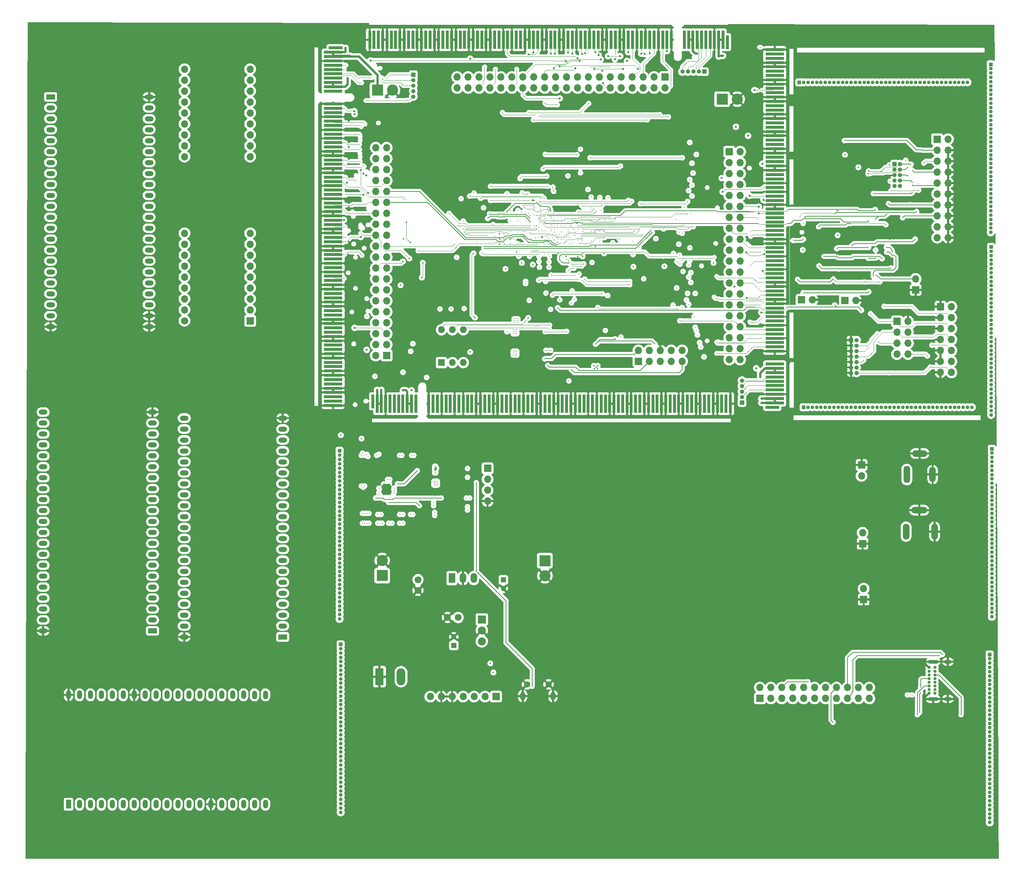
<source format=gbr>
%TF.GenerationSoftware,KiCad,Pcbnew,(7.0.0)*%
%TF.CreationDate,2023-03-18T13:26:34-04:00*%
%TF.ProjectId,FPGAs-Ard_RPi_BB,46504741-732d-4417-9264-5f5250695f42,rev?*%
%TF.SameCoordinates,Original*%
%TF.FileFunction,Copper,L6,Bot*%
%TF.FilePolarity,Positive*%
%FSLAX46Y46*%
G04 Gerber Fmt 4.6, Leading zero omitted, Abs format (unit mm)*
G04 Created by KiCad (PCBNEW (7.0.0)) date 2023-03-18 13:26:34*
%MOMM*%
%LPD*%
G01*
G04 APERTURE LIST*
%TA.AperFunction,ComponentPad*%
%ADD10R,1.000000X1.000000*%
%TD*%
%TA.AperFunction,ComponentPad*%
%ADD11O,1.000000X1.000000*%
%TD*%
%TA.AperFunction,ComponentPad*%
%ADD12C,1.600000*%
%TD*%
%TA.AperFunction,ComponentPad*%
%ADD13R,1.200000X2.000000*%
%TD*%
%TA.AperFunction,ComponentPad*%
%ADD14O,1.200000X2.000000*%
%TD*%
%TA.AperFunction,ComponentPad*%
%ADD15R,0.850000X0.850000*%
%TD*%
%TA.AperFunction,ComponentPad*%
%ADD16O,0.850000X0.850000*%
%TD*%
%TA.AperFunction,ConnectorPad*%
%ADD17R,0.700000X3.200000*%
%TD*%
%TA.AperFunction,ConnectorPad*%
%ADD18R,0.700000X4.300000*%
%TD*%
%TA.AperFunction,ComponentPad*%
%ADD19R,1.700000X1.700000*%
%TD*%
%TA.AperFunction,ComponentPad*%
%ADD20O,1.700000X1.700000*%
%TD*%
%TA.AperFunction,ComponentPad*%
%ADD21O,3.708400X1.498600*%
%TD*%
%TA.AperFunction,ComponentPad*%
%ADD22O,1.498600X3.708400*%
%TD*%
%TA.AperFunction,ComponentPad*%
%ADD23C,0.700000*%
%TD*%
%TA.AperFunction,ComponentPad*%
%ADD24O,2.400000X0.900000*%
%TD*%
%TA.AperFunction,ComponentPad*%
%ADD25O,1.700000X0.900000*%
%TD*%
%TA.AperFunction,ComponentPad*%
%ADD26R,1.200000X1.200000*%
%TD*%
%TA.AperFunction,ComponentPad*%
%ADD27C,1.200000*%
%TD*%
%TA.AperFunction,ComponentPad*%
%ADD28R,2.000000X1.200000*%
%TD*%
%TA.AperFunction,ComponentPad*%
%ADD29O,2.000000X1.200000*%
%TD*%
%TA.AperFunction,ComponentPad*%
%ADD30R,1.860000X1.860000*%
%TD*%
%TA.AperFunction,ComponentPad*%
%ADD31C,1.860000*%
%TD*%
%TA.AperFunction,ComponentPad*%
%ADD32C,1.700000*%
%TD*%
%TA.AperFunction,ComponentPad*%
%ADD33R,2.600000X2.600000*%
%TD*%
%TA.AperFunction,ComponentPad*%
%ADD34C,2.600000*%
%TD*%
%TA.AperFunction,ConnectorPad*%
%ADD35R,3.200000X0.700000*%
%TD*%
%TA.AperFunction,ConnectorPad*%
%ADD36R,4.300000X0.700000*%
%TD*%
%TA.AperFunction,ComponentPad*%
%ADD37O,1.507998X4.008120*%
%TD*%
%TA.AperFunction,ComponentPad*%
%ADD38O,1.507998X3.507994*%
%TD*%
%TA.AperFunction,ComponentPad*%
%ADD39O,3.507994X1.507998*%
%TD*%
%TA.AperFunction,ComponentPad*%
%ADD40R,1.600000X1.600000*%
%TD*%
%TA.AperFunction,ComponentPad*%
%ADD41O,1.600000X1.600000*%
%TD*%
%TA.AperFunction,ComponentPad*%
%ADD42O,1.200000X1.900000*%
%TD*%
%TA.AperFunction,ComponentPad*%
%ADD43C,1.450000*%
%TD*%
%TA.AperFunction,ComponentPad*%
%ADD44R,1.500000X2.300000*%
%TD*%
%TA.AperFunction,ComponentPad*%
%ADD45O,1.500000X2.300000*%
%TD*%
%TA.AperFunction,ComponentPad*%
%ADD46C,0.500000*%
%TD*%
%TA.AperFunction,SMDPad,CuDef*%
%ADD47R,1.650000X2.650000*%
%TD*%
%TA.AperFunction,ComponentPad*%
%ADD48R,1.980000X3.960000*%
%TD*%
%TA.AperFunction,ComponentPad*%
%ADD49O,1.980000X3.960000*%
%TD*%
%TA.AperFunction,ViaPad*%
%ADD50C,0.101600*%
%TD*%
%TA.AperFunction,ViaPad*%
%ADD51C,0.500000*%
%TD*%
%TA.AperFunction,ViaPad*%
%ADD52C,0.254000*%
%TD*%
%TA.AperFunction,ViaPad*%
%ADD53C,0.355600*%
%TD*%
%TA.AperFunction,ViaPad*%
%ADD54C,0.304800*%
%TD*%
%TA.AperFunction,Conductor*%
%ADD55C,0.101600*%
%TD*%
%TA.AperFunction,Conductor*%
%ADD56C,0.152400*%
%TD*%
%TA.AperFunction,Conductor*%
%ADD57C,0.056800*%
%TD*%
%TA.AperFunction,Conductor*%
%ADD58C,0.058000*%
%TD*%
%TA.AperFunction,Conductor*%
%ADD59C,0.508000*%
%TD*%
%TA.AperFunction,Conductor*%
%ADD60C,0.200000*%
%TD*%
%TA.AperFunction,Conductor*%
%ADD61C,0.203200*%
%TD*%
G04 APERTURE END LIST*
D10*
%TO.P,PCIe_J3_JTAG1,1,Pin_1*%
%TO.N,Net-(PCIe_J3-TRST#)*%
X334849999Y-27499999D03*
D11*
%TO.P,PCIe_J3_JTAG1,2,Pin_2*%
%TO.N,Net-(PCIe_J3-TCK)*%
X333579999Y-27499999D03*
%TO.P,PCIe_J3_JTAG1,3,Pin_3*%
%TO.N,Net-(PCIe_J3-TDI)*%
X332309999Y-27499999D03*
%TO.P,PCIe_J3_JTAG1,4,Pin_4*%
%TO.N,Net-(PCIe_J3-TDO)*%
X331039999Y-27499999D03*
%TO.P,PCIe_J3_JTAG1,5,Pin_5*%
%TO.N,Net-(PCIe_J3-TMS)*%
X329769999Y-27499999D03*
%TD*%
D10*
%TO.P,PCIe_J2_JTAG1,1,Pin_1*%
%TO.N,Net-(PCIe_J2-TRST#)*%
X267299999Y-28189999D03*
D11*
%TO.P,PCIe_J2_JTAG1,2,Pin_2*%
%TO.N,Net-(PCIe_J2-TCK)*%
X267299999Y-29459999D03*
%TO.P,PCIe_J2_JTAG1,3,Pin_3*%
%TO.N,Net-(PCIe_J2-TDI)*%
X267299999Y-30729999D03*
%TO.P,PCIe_J2_JTAG1,4,Pin_4*%
%TO.N,Net-(PCIe_J2-TDO)*%
X267299999Y-31999999D03*
%TO.P,PCIe_J2_JTAG1,5,Pin_5*%
%TO.N,Net-(PCIe_J2-TMS)*%
X267299999Y-33269999D03*
%TD*%
D10*
%TO.P,PCIe_J1_JTAG1,1,Pin_1*%
%TO.N,Net-(PCIe_J1-TRST#)*%
X343599999Y-104309999D03*
D11*
%TO.P,PCIe_J1_JTAG1,2,Pin_2*%
%TO.N,Net-(PCIe_J1-TCK)*%
X343599999Y-103039999D03*
%TO.P,PCIe_J1_JTAG1,3,Pin_3*%
%TO.N,Net-(PCIe_J1-TDI)*%
X343599999Y-101769999D03*
%TO.P,PCIe_J1_JTAG1,4,Pin_4*%
%TO.N,Net-(PCIe_J1-TDO)*%
X343599999Y-100499999D03*
%TO.P,PCIe_J1_JTAG1,5,Pin_5*%
%TO.N,Net-(PCIe_J1-TMS)*%
X343599999Y-99229999D03*
%TD*%
D12*
%TO.P,PR_C9,1*%
%TO.N,Net-(PWR_DC_IN1-Pin_1)*%
X268400000Y-145450000D03*
%TO.P,PR_C9,2*%
%TO.N,GND*%
X268400000Y-147950000D03*
%TD*%
D13*
%TO.P,U2,1,3V3*%
%TO.N,unconnected-(U2-3V3-Pad1)*%
X187279999Y-197599999D03*
D14*
%TO.P,U2,2,CHIP_PU*%
%TO.N,unconnected-(U2-CHIP_PU-Pad2)*%
X189819999Y-197599999D03*
%TO.P,U2,3,SENSOR_VP/GPIO36/ADC1_CH0*%
%TO.N,unconnected-(U2-SENSOR_VP{slash}GPIO36{slash}ADC1_CH0-Pad3)*%
X192359999Y-197599999D03*
%TO.P,U2,4,SENSOR_VN/GPIO39/ADC1_CH3*%
%TO.N,unconnected-(U2-SENSOR_VN{slash}GPIO39{slash}ADC1_CH3-Pad4)*%
X194899999Y-197599999D03*
%TO.P,U2,5,VDET_1/GPIO34/ADC1_CH6*%
%TO.N,unconnected-(U2-VDET_1{slash}GPIO34{slash}ADC1_CH6-Pad5)*%
X197439999Y-197599999D03*
%TO.P,U2,6,VDET_2/GPIO35/ADC1_CH7*%
%TO.N,unconnected-(U2-VDET_2{slash}GPIO35{slash}ADC1_CH7-Pad6)*%
X199979999Y-197599999D03*
%TO.P,U2,7,32K_XP/GPIO32/ADC1_CH4*%
%TO.N,unconnected-(U2-32K_XP{slash}GPIO32{slash}ADC1_CH4-Pad7)*%
X202519999Y-197599999D03*
%TO.P,U2,8,32K_XN/GPIO33/ADC1_CH5*%
%TO.N,unconnected-(U2-32K_XN{slash}GPIO33{slash}ADC1_CH5-Pad8)*%
X205059999Y-197599999D03*
%TO.P,U2,9,DAC_1/ADC2_CH8/GPIO25*%
%TO.N,unconnected-(U2-DAC_1{slash}ADC2_CH8{slash}GPIO25-Pad9)*%
X207599999Y-197599999D03*
%TO.P,U2,10,DAC_2/ADC2_CH9/GPIO26*%
%TO.N,unconnected-(U2-DAC_2{slash}ADC2_CH9{slash}GPIO26-Pad10)*%
X210139999Y-197599999D03*
%TO.P,U2,11,ADC2_CH7/GPIO27*%
%TO.N,unconnected-(U2-ADC2_CH7{slash}GPIO27-Pad11)*%
X212679999Y-197599999D03*
%TO.P,U2,12,MTMS/GPIO14/ADC2_CH6*%
%TO.N,unconnected-(U2-MTMS{slash}GPIO14{slash}ADC2_CH6-Pad12)*%
X215219999Y-197599999D03*
%TO.P,U2,13,MTDI/GPIO12/ADC2_CH5*%
%TO.N,unconnected-(U2-MTDI{slash}GPIO12{slash}ADC2_CH5-Pad13)*%
X217759999Y-197599999D03*
%TO.P,U2,14,GND*%
%TO.N,GND*%
X220299999Y-197599999D03*
%TO.P,U2,15,MTCK/GPIO13/ADC2_CH4*%
%TO.N,unconnected-(U2-MTCK{slash}GPIO13{slash}ADC2_CH4-Pad15)*%
X222839999Y-197599999D03*
%TO.P,U2,16,SD_DATA2/GPIO9*%
%TO.N,unconnected-(U2-SD_DATA2{slash}GPIO9-Pad16)*%
X225379999Y-197599999D03*
%TO.P,U2,17,SD_DATA3/GPIO10*%
%TO.N,unconnected-(U2-SD_DATA3{slash}GPIO10-Pad17)*%
X227919999Y-197599999D03*
%TO.P,U2,18,CMD*%
%TO.N,unconnected-(U2-CMD-Pad18)*%
X230459999Y-197599999D03*
%TO.P,U2,19,5V*%
%TO.N,unconnected-(U2-5V-Pad19)*%
X232999999Y-197599999D03*
%TO.P,U2,20,SD_CLK/GPIO6*%
%TO.N,unconnected-(U2-SD_CLK{slash}GPIO6-Pad20)*%
X232997279Y-172203679D03*
%TO.P,U2,21,SD_DATA0/GPIO7*%
%TO.N,unconnected-(U2-SD_DATA0{slash}GPIO7-Pad21)*%
X230457279Y-172203679D03*
%TO.P,U2,22,SD_DATA1/GPIO8*%
%TO.N,unconnected-(U2-SD_DATA1{slash}GPIO8-Pad22)*%
X227919999Y-172199999D03*
%TO.P,U2,23,MTDO/GPIO15/ADC2_CH3*%
%TO.N,unconnected-(U2-MTDO{slash}GPIO15{slash}ADC2_CH3-Pad23)*%
X225379999Y-172199999D03*
%TO.P,U2,24,ADC2_CH2/GPIO2*%
%TO.N,unconnected-(U2-ADC2_CH2{slash}GPIO2-Pad24)*%
X222839999Y-172199999D03*
%TO.P,U2,25,GPIO0/BOOT/ADC2_CH1*%
%TO.N,unconnected-(U2-GPIO0{slash}BOOT{slash}ADC2_CH1-Pad25)*%
X220299999Y-172199999D03*
%TO.P,U2,26,ADC2_CH0/GPIO4*%
%TO.N,unconnected-(U2-ADC2_CH0{slash}GPIO4-Pad26)*%
X217759999Y-172199999D03*
%TO.P,U2,27,GPIO16*%
%TO.N,unconnected-(U2-GPIO16-Pad27)*%
X215219999Y-172199999D03*
%TO.P,U2,28,GPIO17*%
%TO.N,unconnected-(U2-GPIO17-Pad28)*%
X212679999Y-172199999D03*
%TO.P,U2,29,GPIO5*%
%TO.N,unconnected-(U2-GPIO5-Pad29)*%
X210139999Y-172199999D03*
%TO.P,U2,30,GPIO18*%
%TO.N,unconnected-(U2-GPIO18-Pad30)*%
X207599999Y-172199999D03*
%TO.P,U2,31,GPIO19*%
%TO.N,unconnected-(U2-GPIO19-Pad31)*%
X205059999Y-172199999D03*
%TO.P,U2,32,GND*%
%TO.N,GND*%
X202519999Y-172199999D03*
%TO.P,U2,33,GPIO21*%
%TO.N,unconnected-(U2-GPIO21-Pad33)*%
X199979999Y-172199999D03*
%TO.P,U2,34,U0RXD/GPIO3*%
%TO.N,unconnected-(U2-U0RXD{slash}GPIO3-Pad34)*%
X197439999Y-172199999D03*
%TO.P,U2,35,U0TXD/GPIO1*%
%TO.N,unconnected-(U2-U0TXD{slash}GPIO1-Pad35)*%
X194899999Y-172199999D03*
%TO.P,U2,36,GPIO22*%
%TO.N,unconnected-(U2-GPIO22-Pad36)*%
X192359999Y-172199999D03*
%TO.P,U2,37,GPIO23*%
%TO.N,unconnected-(U2-GPIO23-Pad37)*%
X189819999Y-172199999D03*
%TO.P,U2,38,GND*%
%TO.N,GND*%
X187279999Y-172199999D03*
%TD*%
D15*
%TO.P,BO_9,1,Pin_1*%
%TO.N,unconnected-(BO_9-Pin_1-Pad1)*%
X356927999Y-29971999D03*
D16*
%TO.P,BO_9,2,Pin_2*%
%TO.N,unconnected-(BO_9-Pin_2-Pad2)*%
X357927999Y-29971999D03*
%TO.P,BO_9,3,Pin_3*%
%TO.N,unconnected-(BO_9-Pin_3-Pad3)*%
X358927999Y-29971999D03*
%TO.P,BO_9,4,Pin_4*%
%TO.N,unconnected-(BO_9-Pin_4-Pad4)*%
X359927999Y-29971999D03*
%TO.P,BO_9,5,Pin_5*%
%TO.N,unconnected-(BO_9-Pin_5-Pad5)*%
X360927999Y-29971999D03*
%TO.P,BO_9,6,Pin_6*%
%TO.N,unconnected-(BO_9-Pin_6-Pad6)*%
X361927999Y-29971999D03*
%TO.P,BO_9,7,Pin_7*%
%TO.N,unconnected-(BO_9-Pin_7-Pad7)*%
X362927999Y-29971999D03*
%TO.P,BO_9,8,Pin_8*%
%TO.N,unconnected-(BO_9-Pin_8-Pad8)*%
X363927999Y-29971999D03*
%TO.P,BO_9,9,Pin_9*%
%TO.N,unconnected-(BO_9-Pin_9-Pad9)*%
X364927999Y-29971999D03*
%TO.P,BO_9,10,Pin_10*%
%TO.N,unconnected-(BO_9-Pin_10-Pad10)*%
X365927999Y-29971999D03*
%TO.P,BO_9,11,Pin_11*%
%TO.N,unconnected-(BO_9-Pin_11-Pad11)*%
X366927999Y-29971999D03*
%TO.P,BO_9,12,Pin_12*%
%TO.N,unconnected-(BO_9-Pin_12-Pad12)*%
X367927999Y-29971999D03*
%TO.P,BO_9,13,Pin_13*%
%TO.N,unconnected-(BO_9-Pin_13-Pad13)*%
X368927999Y-29971999D03*
%TO.P,BO_9,14,Pin_14*%
%TO.N,unconnected-(BO_9-Pin_14-Pad14)*%
X369927999Y-29971999D03*
%TO.P,BO_9,15,Pin_15*%
%TO.N,unconnected-(BO_9-Pin_15-Pad15)*%
X370927999Y-29971999D03*
%TO.P,BO_9,16,Pin_16*%
%TO.N,unconnected-(BO_9-Pin_16-Pad16)*%
X371927999Y-29971999D03*
%TO.P,BO_9,17,Pin_17*%
%TO.N,unconnected-(BO_9-Pin_17-Pad17)*%
X372927999Y-29971999D03*
%TO.P,BO_9,18,Pin_18*%
%TO.N,unconnected-(BO_9-Pin_18-Pad18)*%
X373927999Y-29971999D03*
%TO.P,BO_9,19,Pin_19*%
%TO.N,unconnected-(BO_9-Pin_19-Pad19)*%
X374927999Y-29971999D03*
%TO.P,BO_9,20,Pin_20*%
%TO.N,unconnected-(BO_9-Pin_20-Pad20)*%
X375927999Y-29971999D03*
%TO.P,BO_9,21,Pin_21*%
%TO.N,unconnected-(BO_9-Pin_21-Pad21)*%
X376927999Y-29971999D03*
%TO.P,BO_9,22,Pin_22*%
%TO.N,unconnected-(BO_9-Pin_22-Pad22)*%
X377927999Y-29971999D03*
%TO.P,BO_9,23,Pin_23*%
%TO.N,unconnected-(BO_9-Pin_23-Pad23)*%
X378927999Y-29971999D03*
%TO.P,BO_9,24,Pin_24*%
%TO.N,unconnected-(BO_9-Pin_24-Pad24)*%
X379927999Y-29971999D03*
%TO.P,BO_9,25,Pin_25*%
%TO.N,unconnected-(BO_9-Pin_25-Pad25)*%
X380927999Y-29971999D03*
%TO.P,BO_9,26,Pin_26*%
%TO.N,unconnected-(BO_9-Pin_26-Pad26)*%
X381927999Y-29971999D03*
%TO.P,BO_9,27,Pin_27*%
%TO.N,unconnected-(BO_9-Pin_27-Pad27)*%
X382927999Y-29971999D03*
%TO.P,BO_9,28,Pin_28*%
%TO.N,unconnected-(BO_9-Pin_28-Pad28)*%
X383927999Y-29971999D03*
%TO.P,BO_9,29,Pin_29*%
%TO.N,unconnected-(BO_9-Pin_29-Pad29)*%
X384927999Y-29971999D03*
%TO.P,BO_9,30,Pin_30*%
%TO.N,unconnected-(BO_9-Pin_30-Pad30)*%
X385927999Y-29971999D03*
%TO.P,BO_9,31,Pin_31*%
%TO.N,unconnected-(BO_9-Pin_31-Pad31)*%
X386927999Y-29971999D03*
%TO.P,BO_9,32,Pin_32*%
%TO.N,unconnected-(BO_9-Pin_32-Pad32)*%
X387927999Y-29971999D03*
%TO.P,BO_9,33,Pin_33*%
%TO.N,unconnected-(BO_9-Pin_33-Pad33)*%
X388927999Y-29971999D03*
%TO.P,BO_9,34,Pin_34*%
%TO.N,unconnected-(BO_9-Pin_34-Pad34)*%
X389927999Y-29971999D03*
%TO.P,BO_9,35,Pin_35*%
%TO.N,unconnected-(BO_9-Pin_35-Pad35)*%
X390927999Y-29971999D03*
%TO.P,BO_9,36,Pin_36*%
%TO.N,unconnected-(BO_9-Pin_36-Pad36)*%
X391927999Y-29971999D03*
%TO.P,BO_9,37,Pin_37*%
%TO.N,unconnected-(BO_9-Pin_37-Pad37)*%
X392927999Y-29971999D03*
%TO.P,BO_9,38,Pin_38*%
%TO.N,unconnected-(BO_9-Pin_38-Pad38)*%
X393927999Y-29971999D03*
%TO.P,BO_9,39,Pin_39*%
%TO.N,unconnected-(BO_9-Pin_39-Pad39)*%
X394927999Y-29971999D03*
%TO.P,BO_9,40,Pin_40*%
%TO.N,unconnected-(BO_9-Pin_40-Pad40)*%
X395927999Y-29971999D03*
%TD*%
D17*
%TO.P,PCIe_J4,A1,~{PRSNT1}*%
%TO.N,unconnected-(PCIe_J4-~{PRSNT1}-PadA1)*%
X257899999Y-104049999D03*
D18*
%TO.P,PCIe_J4,A2,+12V*%
%TO.N,+12V*%
X258899999Y-104599999D03*
%TO.P,PCIe_J4,A3,+12V*%
X259899999Y-104599999D03*
%TO.P,PCIe_J4,A4,GND*%
%TO.N,GND*%
X260899999Y-104599999D03*
%TO.P,PCIe_J4,A5,TCK*%
%TO.N,unconnected-(PCIe_J4-TCK-PadA5)*%
X261899999Y-104599999D03*
%TO.P,PCIe_J4,A6,TDI*%
%TO.N,unconnected-(PCIe_J4-TDI-PadA6)*%
X262899999Y-104599999D03*
%TO.P,PCIe_J4,A7,TDO*%
%TO.N,unconnected-(PCIe_J4-TDO-PadA7)*%
X263899999Y-104599999D03*
%TO.P,PCIe_J4,A8,TMS*%
%TO.N,unconnected-(PCIe_J4-TMS-PadA8)*%
X264899999Y-104599999D03*
%TO.P,PCIe_J4,A9,+3.3V*%
%TO.N,+3V3*%
X265899999Y-104599999D03*
%TO.P,PCIe_J4,A10,+3.3V*%
X266899999Y-104599999D03*
%TO.P,PCIe_J4,A11,~{PERST}*%
%TO.N,unconnected-(PCIe_J4-~{PERST}-PadA11)*%
X267899999Y-104599999D03*
%TO.P,PCIe_J4,A12,GND*%
%TO.N,GND*%
X270899999Y-104599999D03*
%TO.P,PCIe_J4,A13,REFCLK+*%
%TO.N,unconnected-(PCIe_J4-REFCLK+-PadA13)*%
X271899999Y-104599999D03*
%TO.P,PCIe_J4,A14,REFCLK-*%
%TO.N,unconnected-(PCIe_J4-REFCLK--PadA14)*%
X272899999Y-104599999D03*
%TO.P,PCIe_J4,A15,GND*%
%TO.N,GND*%
X273899999Y-104599999D03*
%TO.P,PCIe_J4,A16,PERp0*%
%TO.N,unconnected-(PCIe_J4-PERp0-PadA16)*%
X274899999Y-104599999D03*
%TO.P,PCIe_J4,A17,PERn0*%
%TO.N,unconnected-(PCIe_J4-PERn0-PadA17)*%
X275899999Y-104599999D03*
%TO.P,PCIe_J4,A18,GND*%
%TO.N,GND*%
X276899999Y-104599999D03*
%TO.P,PCIe_J4,A19,RSVD*%
%TO.N,unconnected-(PCIe_J4-RSVD-PadA19)*%
X277899999Y-104599999D03*
%TO.P,PCIe_J4,A20,GND*%
%TO.N,GND*%
X278899999Y-104599999D03*
%TO.P,PCIe_J4,A21,PERp1*%
%TO.N,unconnected-(PCIe_J4-PERp1-PadA21)*%
X279899999Y-104599999D03*
%TO.P,PCIe_J4,A22,PERn1*%
%TO.N,unconnected-(PCIe_J4-PERn1-PadA22)*%
X280899999Y-104599999D03*
%TO.P,PCIe_J4,A23,GND*%
%TO.N,GND*%
X281899999Y-104599999D03*
%TO.P,PCIe_J4,A24,GND*%
X282899999Y-104599999D03*
%TO.P,PCIe_J4,A25,PERp2*%
%TO.N,unconnected-(PCIe_J4-PERp2-PadA25)*%
X283899999Y-104599999D03*
%TO.P,PCIe_J4,A26,PERn2*%
%TO.N,unconnected-(PCIe_J4-PERn2-PadA26)*%
X284899999Y-104599999D03*
%TO.P,PCIe_J4,A27,GND*%
%TO.N,GND*%
X285899999Y-104599999D03*
%TO.P,PCIe_J4,A28,GND*%
X286899999Y-104599999D03*
%TO.P,PCIe_J4,A29,PERp3*%
%TO.N,unconnected-(PCIe_J4-PERp3-PadA29)*%
X287899999Y-104599999D03*
%TO.P,PCIe_J4,A30,PERn3*%
%TO.N,unconnected-(PCIe_J4-PERn3-PadA30)*%
X288899999Y-104599999D03*
%TO.P,PCIe_J4,A31,GND*%
%TO.N,GND*%
X289899999Y-104599999D03*
%TO.P,PCIe_J4,A32,RSVD*%
%TO.N,unconnected-(PCIe_J4-RSVD-PadA32)*%
X290899999Y-104599999D03*
%TO.P,PCIe_J4,A33,RSVD*%
%TO.N,unconnected-(PCIe_J4-RSVD-PadA33)*%
X291899999Y-104599999D03*
%TO.P,PCIe_J4,A34,GND*%
%TO.N,GND*%
X292899999Y-104599999D03*
%TO.P,PCIe_J4,A35,PERp4*%
%TO.N,unconnected-(PCIe_J4-PERp4-PadA35)*%
X293899999Y-104599999D03*
%TO.P,PCIe_J4,A36,PERn4*%
%TO.N,unconnected-(PCIe_J4-PERn4-PadA36)*%
X294899999Y-104599999D03*
%TO.P,PCIe_J4,A37,GND*%
%TO.N,GND*%
X295899999Y-104599999D03*
%TO.P,PCIe_J4,A38,GND*%
X296899999Y-104599999D03*
%TO.P,PCIe_J4,A39,PERp5*%
%TO.N,unconnected-(PCIe_J4-PERp5-PadA39)*%
X297899999Y-104599999D03*
%TO.P,PCIe_J4,A40,PERn5*%
%TO.N,unconnected-(PCIe_J4-PERn5-PadA40)*%
X298899999Y-104599999D03*
%TO.P,PCIe_J4,A41,GND*%
%TO.N,GND*%
X299899999Y-104599999D03*
%TO.P,PCIe_J4,A42,GND*%
X300899999Y-104599999D03*
%TO.P,PCIe_J4,A43,PERp6*%
%TO.N,unconnected-(PCIe_J4-PERp6-PadA43)*%
X301899999Y-104599999D03*
%TO.P,PCIe_J4,A44,PERn6*%
%TO.N,unconnected-(PCIe_J4-PERn6-PadA44)*%
X302899999Y-104599999D03*
%TO.P,PCIe_J4,A45,GND*%
%TO.N,GND*%
X303899999Y-104599999D03*
%TO.P,PCIe_J4,A46,GND*%
X304899999Y-104599999D03*
%TO.P,PCIe_J4,A47,PERp7*%
%TO.N,unconnected-(PCIe_J4-PERp7-PadA47)*%
X305899999Y-104599999D03*
%TO.P,PCIe_J4,A48,PERn7*%
%TO.N,unconnected-(PCIe_J4-PERn7-PadA48)*%
X306899999Y-104599999D03*
%TO.P,PCIe_J4,A49,GND*%
%TO.N,GND*%
X307899999Y-104599999D03*
%TO.P,PCIe_J4,A50,RSVD*%
%TO.N,unconnected-(PCIe_J4-RSVD-PadA50)*%
X308899999Y-104599999D03*
%TO.P,PCIe_J4,A51,GND*%
%TO.N,GND*%
X309899999Y-104599999D03*
%TO.P,PCIe_J4,A52,PERp8*%
%TO.N,unconnected-(PCIe_J4-PERp8-PadA52)*%
X310899999Y-104599999D03*
%TO.P,PCIe_J4,A53,PERn8*%
%TO.N,unconnected-(PCIe_J4-PERn8-PadA53)*%
X311899999Y-104599999D03*
%TO.P,PCIe_J4,A54,GND*%
%TO.N,GND*%
X312899999Y-104599999D03*
%TO.P,PCIe_J4,A55,GND*%
X313899999Y-104599999D03*
%TO.P,PCIe_J4,A56,PERp9*%
%TO.N,unconnected-(PCIe_J4-PERp9-PadA56)*%
X314899999Y-104599999D03*
%TO.P,PCIe_J4,A57,PERn9*%
%TO.N,unconnected-(PCIe_J4-PERn9-PadA57)*%
X315899999Y-104599999D03*
%TO.P,PCIe_J4,A58,GND*%
%TO.N,GND*%
X316899999Y-104599999D03*
%TO.P,PCIe_J4,A59,GND*%
X317899999Y-104599999D03*
%TO.P,PCIe_J4,A60,PERp10*%
%TO.N,unconnected-(PCIe_J4-PERp10-PadA60)*%
X318899999Y-104599999D03*
%TO.P,PCIe_J4,A61,PERn10*%
%TO.N,unconnected-(PCIe_J4-PERn10-PadA61)*%
X319899999Y-104599999D03*
%TO.P,PCIe_J4,A62,GND*%
%TO.N,GND*%
X320899999Y-104599999D03*
%TO.P,PCIe_J4,A63,GND*%
X321899999Y-104599999D03*
%TO.P,PCIe_J4,A64,PERp11*%
%TO.N,unconnected-(PCIe_J4-PERp11-PadA64)*%
X322899999Y-104599999D03*
%TO.P,PCIe_J4,A65,PERn11*%
%TO.N,unconnected-(PCIe_J4-PERn11-PadA65)*%
X323899999Y-104599999D03*
%TO.P,PCIe_J4,A66,GND*%
%TO.N,GND*%
X324899999Y-104599999D03*
%TO.P,PCIe_J4,A67,GND*%
X325899999Y-104599999D03*
%TO.P,PCIe_J4,A68,PERp12*%
%TO.N,unconnected-(PCIe_J4-PERp12-PadA68)*%
X326899999Y-104599999D03*
%TO.P,PCIe_J4,A69,PERn12*%
%TO.N,unconnected-(PCIe_J4-PERn12-PadA69)*%
X327899999Y-104599999D03*
%TO.P,PCIe_J4,A70,GND*%
%TO.N,GND*%
X328899999Y-104599999D03*
%TO.P,PCIe_J4,A71,GND*%
X329899999Y-104599999D03*
%TO.P,PCIe_J4,A72,PERp13*%
%TO.N,unconnected-(PCIe_J4-PERp13-PadA72)*%
X330899999Y-104599999D03*
%TO.P,PCIe_J4,A73,PERn13*%
%TO.N,unconnected-(PCIe_J4-PERn13-PadA73)*%
X331899999Y-104599999D03*
%TO.P,PCIe_J4,A74,GND*%
%TO.N,GND*%
X332899999Y-104599999D03*
%TO.P,PCIe_J4,A75,GND*%
X333899999Y-104599999D03*
%TO.P,PCIe_J4,A76,PERp14*%
%TO.N,unconnected-(PCIe_J4-PERp14-PadA76)*%
X334899999Y-104599999D03*
%TO.P,PCIe_J4,A77,PERn14*%
%TO.N,unconnected-(PCIe_J4-PERn14-PadA77)*%
X335899999Y-104599999D03*
%TO.P,PCIe_J4,A78,GND*%
%TO.N,GND*%
X336899999Y-104599999D03*
%TO.P,PCIe_J4,A79,GND*%
X337899999Y-104599999D03*
%TO.P,PCIe_J4,A80,PERp15*%
%TO.N,unconnected-(PCIe_J4-PERp15-PadA80)*%
X338899999Y-104599999D03*
%TO.P,PCIe_J4,A81,PERn15*%
%TO.N,unconnected-(PCIe_J4-PERn15-PadA81)*%
X339899999Y-104599999D03*
%TO.P,PCIe_J4,A82,GND*%
%TO.N,GND*%
X340899999Y-104599999D03*
%TD*%
D15*
%TO.P,BO_6,1,Pin_1*%
%TO.N,unconnected-(BO_6-Pin_1-Pad1)*%
X401573999Y-115063999D03*
D16*
%TO.P,BO_6,2,Pin_2*%
%TO.N,unconnected-(BO_6-Pin_2-Pad2)*%
X401573999Y-116063999D03*
%TO.P,BO_6,3,Pin_3*%
%TO.N,unconnected-(BO_6-Pin_3-Pad3)*%
X401573999Y-117063999D03*
%TO.P,BO_6,4,Pin_4*%
%TO.N,unconnected-(BO_6-Pin_4-Pad4)*%
X401573999Y-118063999D03*
%TO.P,BO_6,5,Pin_5*%
%TO.N,unconnected-(BO_6-Pin_5-Pad5)*%
X401573999Y-119063999D03*
%TO.P,BO_6,6,Pin_6*%
%TO.N,unconnected-(BO_6-Pin_6-Pad6)*%
X401573999Y-120063999D03*
%TO.P,BO_6,7,Pin_7*%
%TO.N,unconnected-(BO_6-Pin_7-Pad7)*%
X401573999Y-121063999D03*
%TO.P,BO_6,8,Pin_8*%
%TO.N,unconnected-(BO_6-Pin_8-Pad8)*%
X401573999Y-122063999D03*
%TO.P,BO_6,9,Pin_9*%
%TO.N,unconnected-(BO_6-Pin_9-Pad9)*%
X401573999Y-123063999D03*
%TO.P,BO_6,10,Pin_10*%
%TO.N,unconnected-(BO_6-Pin_10-Pad10)*%
X401573999Y-124063999D03*
%TO.P,BO_6,11,Pin_11*%
%TO.N,unconnected-(BO_6-Pin_11-Pad11)*%
X401573999Y-125063999D03*
%TO.P,BO_6,12,Pin_12*%
%TO.N,unconnected-(BO_6-Pin_12-Pad12)*%
X401573999Y-126063999D03*
%TO.P,BO_6,13,Pin_13*%
%TO.N,unconnected-(BO_6-Pin_13-Pad13)*%
X401573999Y-127063999D03*
%TO.P,BO_6,14,Pin_14*%
%TO.N,unconnected-(BO_6-Pin_14-Pad14)*%
X401573999Y-128063999D03*
%TO.P,BO_6,15,Pin_15*%
%TO.N,unconnected-(BO_6-Pin_15-Pad15)*%
X401573999Y-129063999D03*
%TO.P,BO_6,16,Pin_16*%
%TO.N,unconnected-(BO_6-Pin_16-Pad16)*%
X401573999Y-130063999D03*
%TO.P,BO_6,17,Pin_17*%
%TO.N,unconnected-(BO_6-Pin_17-Pad17)*%
X401573999Y-131063999D03*
%TO.P,BO_6,18,Pin_18*%
%TO.N,unconnected-(BO_6-Pin_18-Pad18)*%
X401573999Y-132063999D03*
%TO.P,BO_6,19,Pin_19*%
%TO.N,unconnected-(BO_6-Pin_19-Pad19)*%
X401573999Y-133063999D03*
%TO.P,BO_6,20,Pin_20*%
%TO.N,unconnected-(BO_6-Pin_20-Pad20)*%
X401573999Y-134063999D03*
%TO.P,BO_6,21,Pin_21*%
%TO.N,unconnected-(BO_6-Pin_21-Pad21)*%
X401573999Y-135063999D03*
%TO.P,BO_6,22,Pin_22*%
%TO.N,unconnected-(BO_6-Pin_22-Pad22)*%
X401573999Y-136063999D03*
%TO.P,BO_6,23,Pin_23*%
%TO.N,unconnected-(BO_6-Pin_23-Pad23)*%
X401573999Y-137063999D03*
%TO.P,BO_6,24,Pin_24*%
%TO.N,unconnected-(BO_6-Pin_24-Pad24)*%
X401573999Y-138063999D03*
%TO.P,BO_6,25,Pin_25*%
%TO.N,unconnected-(BO_6-Pin_25-Pad25)*%
X401573999Y-139063999D03*
%TO.P,BO_6,26,Pin_26*%
%TO.N,unconnected-(BO_6-Pin_26-Pad26)*%
X401573999Y-140063999D03*
%TO.P,BO_6,27,Pin_27*%
%TO.N,unconnected-(BO_6-Pin_27-Pad27)*%
X401573999Y-141063999D03*
%TO.P,BO_6,28,Pin_28*%
%TO.N,unconnected-(BO_6-Pin_28-Pad28)*%
X401573999Y-142063999D03*
%TO.P,BO_6,29,Pin_29*%
%TO.N,unconnected-(BO_6-Pin_29-Pad29)*%
X401573999Y-143063999D03*
%TO.P,BO_6,30,Pin_30*%
%TO.N,unconnected-(BO_6-Pin_30-Pad30)*%
X401573999Y-144063999D03*
%TO.P,BO_6,31,Pin_31*%
%TO.N,unconnected-(BO_6-Pin_31-Pad31)*%
X401573999Y-145063999D03*
%TO.P,BO_6,32,Pin_32*%
%TO.N,unconnected-(BO_6-Pin_32-Pad32)*%
X401573999Y-146063999D03*
%TO.P,BO_6,33,Pin_33*%
%TO.N,unconnected-(BO_6-Pin_33-Pad33)*%
X401573999Y-147063999D03*
%TO.P,BO_6,34,Pin_34*%
%TO.N,unconnected-(BO_6-Pin_34-Pad34)*%
X401573999Y-148063999D03*
%TO.P,BO_6,35,Pin_35*%
%TO.N,unconnected-(BO_6-Pin_35-Pad35)*%
X401573999Y-149063999D03*
%TO.P,BO_6,36,Pin_36*%
%TO.N,unconnected-(BO_6-Pin_36-Pad36)*%
X401573999Y-150063999D03*
%TO.P,BO_6,37,Pin_37*%
%TO.N,unconnected-(BO_6-Pin_37-Pad37)*%
X401573999Y-151063999D03*
%TO.P,BO_6,38,Pin_38*%
%TO.N,unconnected-(BO_6-Pin_38-Pad38)*%
X401573999Y-152063999D03*
%TO.P,BO_6,39,Pin_39*%
%TO.N,unconnected-(BO_6-Pin_39-Pad39)*%
X401573999Y-153063999D03*
%TO.P,BO_6,40,Pin_40*%
%TO.N,unconnected-(BO_6-Pin_40-Pad40)*%
X401573999Y-154063999D03*
%TD*%
D15*
%TO.P,BO_5,1,Pin_1*%
%TO.N,unconnected-(BO_5-Pin_1-Pad1)*%
X401065999Y-162815999D03*
D16*
%TO.P,BO_5,2,Pin_2*%
%TO.N,unconnected-(BO_5-Pin_2-Pad2)*%
X401065999Y-163815999D03*
%TO.P,BO_5,3,Pin_3*%
%TO.N,unconnected-(BO_5-Pin_3-Pad3)*%
X401065999Y-164815999D03*
%TO.P,BO_5,4,Pin_4*%
%TO.N,unconnected-(BO_5-Pin_4-Pad4)*%
X401065999Y-165815999D03*
%TO.P,BO_5,5,Pin_5*%
%TO.N,unconnected-(BO_5-Pin_5-Pad5)*%
X401065999Y-166815999D03*
%TO.P,BO_5,6,Pin_6*%
%TO.N,unconnected-(BO_5-Pin_6-Pad6)*%
X401065999Y-167815999D03*
%TO.P,BO_5,7,Pin_7*%
%TO.N,unconnected-(BO_5-Pin_7-Pad7)*%
X401065999Y-168815999D03*
%TO.P,BO_5,8,Pin_8*%
%TO.N,unconnected-(BO_5-Pin_8-Pad8)*%
X401065999Y-169815999D03*
%TO.P,BO_5,9,Pin_9*%
%TO.N,unconnected-(BO_5-Pin_9-Pad9)*%
X401065999Y-170815999D03*
%TO.P,BO_5,10,Pin_10*%
%TO.N,unconnected-(BO_5-Pin_10-Pad10)*%
X401065999Y-171815999D03*
%TO.P,BO_5,11,Pin_11*%
%TO.N,unconnected-(BO_5-Pin_11-Pad11)*%
X401065999Y-172815999D03*
%TO.P,BO_5,12,Pin_12*%
%TO.N,unconnected-(BO_5-Pin_12-Pad12)*%
X401065999Y-173815999D03*
%TO.P,BO_5,13,Pin_13*%
%TO.N,unconnected-(BO_5-Pin_13-Pad13)*%
X401065999Y-174815999D03*
%TO.P,BO_5,14,Pin_14*%
%TO.N,unconnected-(BO_5-Pin_14-Pad14)*%
X401065999Y-175815999D03*
%TO.P,BO_5,15,Pin_15*%
%TO.N,unconnected-(BO_5-Pin_15-Pad15)*%
X401065999Y-176815999D03*
%TO.P,BO_5,16,Pin_16*%
%TO.N,unconnected-(BO_5-Pin_16-Pad16)*%
X401065999Y-177815999D03*
%TO.P,BO_5,17,Pin_17*%
%TO.N,unconnected-(BO_5-Pin_17-Pad17)*%
X401065999Y-178815999D03*
%TO.P,BO_5,18,Pin_18*%
%TO.N,unconnected-(BO_5-Pin_18-Pad18)*%
X401065999Y-179815999D03*
%TO.P,BO_5,19,Pin_19*%
%TO.N,unconnected-(BO_5-Pin_19-Pad19)*%
X401065999Y-180815999D03*
%TO.P,BO_5,20,Pin_20*%
%TO.N,unconnected-(BO_5-Pin_20-Pad20)*%
X401065999Y-181815999D03*
%TO.P,BO_5,21,Pin_21*%
%TO.N,unconnected-(BO_5-Pin_21-Pad21)*%
X401065999Y-182815999D03*
%TO.P,BO_5,22,Pin_22*%
%TO.N,unconnected-(BO_5-Pin_22-Pad22)*%
X401065999Y-183815999D03*
%TO.P,BO_5,23,Pin_23*%
%TO.N,unconnected-(BO_5-Pin_23-Pad23)*%
X401065999Y-184815999D03*
%TO.P,BO_5,24,Pin_24*%
%TO.N,unconnected-(BO_5-Pin_24-Pad24)*%
X401065999Y-185815999D03*
%TO.P,BO_5,25,Pin_25*%
%TO.N,unconnected-(BO_5-Pin_25-Pad25)*%
X401065999Y-186815999D03*
%TO.P,BO_5,26,Pin_26*%
%TO.N,unconnected-(BO_5-Pin_26-Pad26)*%
X401065999Y-187815999D03*
%TO.P,BO_5,27,Pin_27*%
%TO.N,unconnected-(BO_5-Pin_27-Pad27)*%
X401065999Y-188815999D03*
%TO.P,BO_5,28,Pin_28*%
%TO.N,unconnected-(BO_5-Pin_28-Pad28)*%
X401065999Y-189815999D03*
%TO.P,BO_5,29,Pin_29*%
%TO.N,unconnected-(BO_5-Pin_29-Pad29)*%
X401065999Y-190815999D03*
%TO.P,BO_5,30,Pin_30*%
%TO.N,unconnected-(BO_5-Pin_30-Pad30)*%
X401065999Y-191815999D03*
%TO.P,BO_5,31,Pin_31*%
%TO.N,unconnected-(BO_5-Pin_31-Pad31)*%
X401065999Y-192815999D03*
%TO.P,BO_5,32,Pin_32*%
%TO.N,unconnected-(BO_5-Pin_32-Pad32)*%
X401065999Y-193815999D03*
%TO.P,BO_5,33,Pin_33*%
%TO.N,unconnected-(BO_5-Pin_33-Pad33)*%
X401065999Y-194815999D03*
%TO.P,BO_5,34,Pin_34*%
%TO.N,unconnected-(BO_5-Pin_34-Pad34)*%
X401065999Y-195815999D03*
%TO.P,BO_5,35,Pin_35*%
%TO.N,unconnected-(BO_5-Pin_35-Pad35)*%
X401065999Y-196815999D03*
%TO.P,BO_5,36,Pin_36*%
%TO.N,unconnected-(BO_5-Pin_36-Pad36)*%
X401065999Y-197815999D03*
%TO.P,BO_5,37,Pin_37*%
%TO.N,unconnected-(BO_5-Pin_37-Pad37)*%
X401065999Y-198815999D03*
%TO.P,BO_5,38,Pin_38*%
%TO.N,unconnected-(BO_5-Pin_38-Pad38)*%
X401065999Y-199815999D03*
%TO.P,BO_5,39,Pin_39*%
%TO.N,unconnected-(BO_5-Pin_39-Pad39)*%
X401065999Y-200815999D03*
%TO.P,BO_5,40,Pin_40*%
%TO.N,unconnected-(BO_5-Pin_40-Pad40)*%
X401065999Y-201815999D03*
%TD*%
D15*
%TO.P,BO_7,1,Pin_1*%
%TO.N,unconnected-(BO_7-Pin_1-Pad1)*%
X401399999Y-68199999D03*
D16*
%TO.P,BO_7,2,Pin_2*%
%TO.N,unconnected-(BO_7-Pin_2-Pad2)*%
X401399999Y-69199999D03*
%TO.P,BO_7,3,Pin_3*%
%TO.N,unconnected-(BO_7-Pin_3-Pad3)*%
X401399999Y-70199999D03*
%TO.P,BO_7,4,Pin_4*%
%TO.N,unconnected-(BO_7-Pin_4-Pad4)*%
X401399999Y-71199999D03*
%TO.P,BO_7,5,Pin_5*%
%TO.N,unconnected-(BO_7-Pin_5-Pad5)*%
X401399999Y-72199999D03*
%TO.P,BO_7,6,Pin_6*%
%TO.N,unconnected-(BO_7-Pin_6-Pad6)*%
X401399999Y-73199999D03*
%TO.P,BO_7,7,Pin_7*%
%TO.N,unconnected-(BO_7-Pin_7-Pad7)*%
X401399999Y-74199999D03*
%TO.P,BO_7,8,Pin_8*%
%TO.N,unconnected-(BO_7-Pin_8-Pad8)*%
X401399999Y-75199999D03*
%TO.P,BO_7,9,Pin_9*%
%TO.N,unconnected-(BO_7-Pin_9-Pad9)*%
X401399999Y-76199999D03*
%TO.P,BO_7,10,Pin_10*%
%TO.N,unconnected-(BO_7-Pin_10-Pad10)*%
X401399999Y-77199999D03*
%TO.P,BO_7,11,Pin_11*%
%TO.N,unconnected-(BO_7-Pin_11-Pad11)*%
X401399999Y-78199999D03*
%TO.P,BO_7,12,Pin_12*%
%TO.N,unconnected-(BO_7-Pin_12-Pad12)*%
X401399999Y-79199999D03*
%TO.P,BO_7,13,Pin_13*%
%TO.N,unconnected-(BO_7-Pin_13-Pad13)*%
X401399999Y-80199999D03*
%TO.P,BO_7,14,Pin_14*%
%TO.N,unconnected-(BO_7-Pin_14-Pad14)*%
X401399999Y-81199999D03*
%TO.P,BO_7,15,Pin_15*%
%TO.N,unconnected-(BO_7-Pin_15-Pad15)*%
X401399999Y-82199999D03*
%TO.P,BO_7,16,Pin_16*%
%TO.N,unconnected-(BO_7-Pin_16-Pad16)*%
X401399999Y-83199999D03*
%TO.P,BO_7,17,Pin_17*%
%TO.N,unconnected-(BO_7-Pin_17-Pad17)*%
X401399999Y-84199999D03*
%TO.P,BO_7,18,Pin_18*%
%TO.N,unconnected-(BO_7-Pin_18-Pad18)*%
X401399999Y-85199999D03*
%TO.P,BO_7,19,Pin_19*%
%TO.N,unconnected-(BO_7-Pin_19-Pad19)*%
X401399999Y-86199999D03*
%TO.P,BO_7,20,Pin_20*%
%TO.N,unconnected-(BO_7-Pin_20-Pad20)*%
X401399999Y-87199999D03*
%TO.P,BO_7,21,Pin_21*%
%TO.N,unconnected-(BO_7-Pin_21-Pad21)*%
X401399999Y-88199999D03*
%TO.P,BO_7,22,Pin_22*%
%TO.N,unconnected-(BO_7-Pin_22-Pad22)*%
X401399999Y-89199999D03*
%TO.P,BO_7,23,Pin_23*%
%TO.N,unconnected-(BO_7-Pin_23-Pad23)*%
X401399999Y-90199999D03*
%TO.P,BO_7,24,Pin_24*%
%TO.N,unconnected-(BO_7-Pin_24-Pad24)*%
X401399999Y-91199999D03*
%TO.P,BO_7,25,Pin_25*%
%TO.N,unconnected-(BO_7-Pin_25-Pad25)*%
X401399999Y-92199999D03*
%TO.P,BO_7,26,Pin_26*%
%TO.N,unconnected-(BO_7-Pin_26-Pad26)*%
X401399999Y-93199999D03*
%TO.P,BO_7,27,Pin_27*%
%TO.N,unconnected-(BO_7-Pin_27-Pad27)*%
X401399999Y-94199999D03*
%TO.P,BO_7,28,Pin_28*%
%TO.N,unconnected-(BO_7-Pin_28-Pad28)*%
X401399999Y-95199999D03*
%TO.P,BO_7,29,Pin_29*%
%TO.N,unconnected-(BO_7-Pin_29-Pad29)*%
X401399999Y-96199999D03*
%TO.P,BO_7,30,Pin_30*%
%TO.N,unconnected-(BO_7-Pin_30-Pad30)*%
X401399999Y-97199999D03*
%TO.P,BO_7,31,Pin_31*%
%TO.N,unconnected-(BO_7-Pin_31-Pad31)*%
X401399999Y-98199999D03*
%TO.P,BO_7,32,Pin_32*%
%TO.N,unconnected-(BO_7-Pin_32-Pad32)*%
X401399999Y-99199999D03*
%TO.P,BO_7,33,Pin_33*%
%TO.N,unconnected-(BO_7-Pin_33-Pad33)*%
X401399999Y-100199999D03*
%TO.P,BO_7,34,Pin_34*%
%TO.N,unconnected-(BO_7-Pin_34-Pad34)*%
X401399999Y-101199999D03*
%TO.P,BO_7,35,Pin_35*%
%TO.N,unconnected-(BO_7-Pin_35-Pad35)*%
X401399999Y-102199999D03*
%TO.P,BO_7,36,Pin_36*%
%TO.N,unconnected-(BO_7-Pin_36-Pad36)*%
X401399999Y-103199999D03*
%TO.P,BO_7,37,Pin_37*%
%TO.N,unconnected-(BO_7-Pin_37-Pad37)*%
X401399999Y-104199999D03*
%TO.P,BO_7,38,Pin_38*%
%TO.N,unconnected-(BO_7-Pin_38-Pad38)*%
X401399999Y-105199999D03*
%TO.P,BO_7,39,Pin_39*%
%TO.N,unconnected-(BO_7-Pin_39-Pad39)*%
X401399999Y-106199999D03*
%TO.P,BO_7,40,Pin_40*%
%TO.N,unconnected-(BO_7-Pin_40-Pad40)*%
X401399999Y-107199999D03*
%TD*%
D19*
%TO.P,QSPI_JTAG1,1,PRGM_B0*%
%TO.N,unconnected-(QSPI_JTAG1-PRGM_B0-Pad1)*%
X319549999Y-94749999D03*
D20*
%TO.P,QSPI_JTAG1,2,SPI_DQ1*%
%TO.N,/Xilinx_FPGAs/FLASH_SPI_DQ1*%
X319549999Y-92209999D03*
%TO.P,QSPI_JTAG1,3,SPI_DQ3*%
%TO.N,/Xilinx_FPGAs/FLASH_SPI_DQ3*%
X322089999Y-94749999D03*
%TO.P,QSPI_JTAG1,4,CLK*%
%TO.N,unconnected-(QSPI_JTAG1-CLK-Pad4)*%
X322089999Y-92209999D03*
%TO.P,QSPI_JTAG1,5,SPI_DQ2*%
%TO.N,/Xilinx_FPGAs/FLASH_SPI_DQ2*%
X324629999Y-94749999D03*
%TO.P,QSPI_JTAG1,6,GND*%
%TO.N,GND*%
X324629999Y-92209999D03*
%TO.P,QSPI_JTAG1,7,SPI_CS*%
%TO.N,unconnected-(QSPI_JTAG1-SPI_CS-Pad7)*%
X327169999Y-94749999D03*
%TO.P,QSPI_JTAG1,8,3V3*%
%TO.N,+3V3*%
X327169999Y-92209999D03*
%TO.P,QSPI_JTAG1,9,SPI_DQ0*%
%TO.N,/Xilinx_FPGAs/FLASH_SPI_DQ0*%
X329709999Y-94749999D03*
%TO.P,QSPI_JTAG1,10,NC*%
%TO.N,unconnected-(QSPI_JTAG1-NC-Pad10)*%
X329709999Y-92209999D03*
%TD*%
D19*
%TO.P,FPGA_PWR_J1,1,Pin_1*%
%TO.N,+5VD*%
X284547499Y-119605999D03*
D20*
%TO.P,FPGA_PWR_J1,2,Pin_2*%
%TO.N,unconnected-(FPGA_PWR_J1-Pin_2-Pad2)*%
X284547499Y-122145999D03*
%TO.P,FPGA_PWR_J1,3,Pin_3*%
%TO.N,/Powering_Options/PGOOD*%
X284547499Y-124685999D03*
%TO.P,FPGA_PWR_J1,4,Pin_4*%
%TO.N,GND*%
X284547499Y-127225999D03*
%TD*%
D21*
%TO.P,DC_PWR_J1,3,3*%
%TO.N,GND*%
X384733889Y-129304909D03*
D22*
%TO.P,DC_PWR_J1,2,2*%
X388283887Y-134304899D03*
%TO.P,DC_PWR_J1,1,1*%
%TO.N,Net-(DC_J1-Pin_2)*%
X381683890Y-134304899D03*
%TD*%
D23*
%TO.P,USB3_TypeC1,A1,GND*%
%TO.N,GND*%
X387015000Y-171800000D03*
%TO.P,USB3_TypeC1,A4,VBUS*%
%TO.N,VBUS*%
X387015000Y-170950000D03*
%TO.P,USB3_TypeC1,A5,CC1*%
%TO.N,Net-(USB3_TypeC1-CC1)*%
X387015000Y-170100000D03*
%TO.P,USB3_TypeC1,A6,D+*%
%TO.N,Net-(USB3_TypeC_J1-Pin_6)*%
X387015000Y-169250000D03*
%TO.P,USB3_TypeC1,A7,D-*%
%TO.N,Net-(USB3_TypeC_J1-Pin_7)*%
X387015000Y-168400000D03*
%TO.P,USB3_TypeC1,A8,SBU1*%
%TO.N,Net-(USB3_TypeC1-SBU1)*%
X387015000Y-167550000D03*
%TO.P,USB3_TypeC1,A9,VBUS*%
%TO.N,VBUS*%
X387015000Y-166700000D03*
%TO.P,USB3_TypeC1,A12,GND*%
%TO.N,GND*%
X387015000Y-165850000D03*
%TO.P,USB3_TypeC1,B1,GND*%
X388365000Y-165850000D03*
%TO.P,USB3_TypeC1,B4,VBUS*%
%TO.N,VBUS*%
X388365000Y-166700000D03*
%TO.P,USB3_TypeC1,B5,CC2*%
%TO.N,Net-(USB3_TypeC1-CC2)*%
X388365000Y-167550000D03*
%TO.P,USB3_TypeC1,B6,D+*%
%TO.N,Net-(USB3_TypeC_J1-Pin_17)*%
X388365000Y-168400000D03*
%TO.P,USB3_TypeC1,B7,D-*%
%TO.N,Net-(USB3_TypeC_J1-Pin_18)*%
X388365000Y-169250000D03*
%TO.P,USB3_TypeC1,B8,SBU2*%
%TO.N,Net-(USB3_TypeC1-SBU2)*%
X388365000Y-170100000D03*
%TO.P,USB3_TypeC1,B9,VBUS*%
%TO.N,VBUS*%
X388365000Y-170950000D03*
%TO.P,USB3_TypeC1,B12,GND*%
%TO.N,GND*%
X388365000Y-171800000D03*
D24*
%TO.P,USB3_TypeC1,S1,SHIELD*%
X387994999Y-173149999D03*
D25*
X391374999Y-173149999D03*
D24*
X387994999Y-164499999D03*
D25*
X391374999Y-164499999D03*
%TD*%
D19*
%TO.P,FPGA_J2,1,Pin_1*%
%TO.N,/Xilinx_FPGAs/IO_L7P_T1_D09_14*%
X340624999Y-46089999D03*
D20*
%TO.P,FPGA_J2,2,Pin_2*%
%TO.N,/Xilinx_FPGAs/IO_L12N_T1_MRCC_14*%
X343164999Y-46089999D03*
%TO.P,FPGA_J2,3,Pin_3*%
%TO.N,/Xilinx_FPGAs/IO_L7N_T1_D10_14*%
X340624999Y-48629999D03*
%TO.P,FPGA_J2,4,Pin_4*%
%TO.N,/Xilinx_FPGAs/IO_L12P_T1_MRCC_14*%
X343164999Y-48629999D03*
%TO.P,FPGA_J2,5,Pin_5*%
%TO.N,/Xilinx_FPGAs/IO_L4N_T0_D05_14*%
X340624999Y-51169999D03*
%TO.P,FPGA_J2,6,Pin_6*%
%TO.N,/Xilinx_FPGAs/Y1_CLK_OUT_N*%
X343164999Y-51169999D03*
%TO.P,FPGA_J2,7,Pin_7*%
%TO.N,/Xilinx_FPGAs/IO_L5P_T0_D06_14*%
X340624999Y-53709999D03*
%TO.P,FPGA_J2,8,Pin_8*%
%TO.N,/Xilinx_FPGAs/Y1_CLK_OUT_P*%
X343164999Y-53709999D03*
%TO.P,FPGA_J2,9,Pin_9*%
%TO.N,/Xilinx_FPGAs/IO_L3P_T0_DQS_PUDC_B_14*%
X340624999Y-56249999D03*
%TO.P,FPGA_J2,10,Pin_10*%
%TO.N,/Xilinx_FPGAs/IO_L17N_T2_D29_14*%
X343164999Y-56249999D03*
%TO.P,FPGA_J2,11,Pin_11*%
%TO.N,/Xilinx_FPGAs/IO_L3N_T0_DQS_EMCCLK_14*%
X340624999Y-58789999D03*
%TO.P,FPGA_J2,12,Pin_12*%
%TO.N,/Xilinx_FPGAs/IO_L11N_T1_SRCC_14*%
X343164999Y-58789999D03*
%TO.P,FPGA_J2,13,Pin_13*%
%TO.N,/Xilinx_FPGAs/FLASH_SPI_DQ3*%
X340624999Y-61329999D03*
%TO.P,FPGA_J2,14,Pin_14*%
%TO.N,/Xilinx_FPGAs/IO_L11P_T1_SRCC_14*%
X343164999Y-61329999D03*
%TO.P,FPGA_J2,15,Pin_15*%
%TO.N,/Xilinx_FPGAs/IO_L4P_T0_D04_14*%
X340624999Y-63869999D03*
%TO.P,FPGA_J2,16,Pin_16*%
%TO.N,/Xilinx_FPGAs/IO_L14N_T2_SRCC_14*%
X343164999Y-63869999D03*
%TO.P,FPGA_J2,17,Pin_17*%
%TO.N,/Xilinx_FPGAs/IO_L5N_T0_D07_14*%
X340624999Y-66409999D03*
%TO.P,FPGA_J2,18,Pin_18*%
%TO.N,/Xilinx_FPGAs/IO_L16N_T2_D31_14*%
X343164999Y-66409999D03*
%TO.P,FPGA_J2,19,Pin_19*%
%TO.N,/Xilinx_FPGAs/IO_L25_14*%
X340624999Y-68949999D03*
%TO.P,FPGA_J2,20,Pin_20*%
%TO.N,/Xilinx_FPGAs/IO_L16P_T2_D31_14*%
X343164999Y-68949999D03*
%TO.P,FPGA_J2,21,Pin_21*%
%TO.N,unconnected-(FPGA_J2-Pin_21-Pad21)*%
X340624999Y-71489999D03*
%TO.P,FPGA_J2,22,Pin_22*%
%TO.N,/Xilinx_FPGAs/IO_L10N_T1_D15_14*%
X343164999Y-71489999D03*
%TO.P,FPGA_J2,23,Pin_23*%
%TO.N,unconnected-(FPGA_J2-Pin_23-Pad23)*%
X340624999Y-74029999D03*
%TO.P,FPGA_J2,24,Pin_24*%
%TO.N,/Xilinx_FPGAs/IO_L10P_T1_D14_14*%
X343164999Y-74029999D03*
%TO.P,FPGA_J2,25,Pin_25*%
%TO.N,unconnected-(FPGA_J2-Pin_25-Pad25)*%
X340624999Y-76569999D03*
%TO.P,FPGA_J2,26,Pin_26*%
%TO.N,/Xilinx_FPGAs/IO_L8N_T1_D12_14*%
X343164999Y-76569999D03*
%TO.P,FPGA_J2,27,Pin_27*%
%TO.N,unconnected-(FPGA_J2-Pin_27-Pad27)*%
X340624999Y-79109999D03*
%TO.P,FPGA_J2,28,Pin_28*%
%TO.N,/Xilinx_FPGAs/IO_L14P_T2_SRCC_14*%
X343164999Y-79109999D03*
%TO.P,FPGA_J2,29,Pin_29*%
%TO.N,unconnected-(FPGA_J2-Pin_29-Pad29)*%
X340624999Y-81649999D03*
%TO.P,FPGA_J2,30,Pin_30*%
%TO.N,/Xilinx_FPGAs/IO_L15N_T2_DQS_DOUT_CSO_B_14*%
X343164999Y-81649999D03*
%TO.P,FPGA_J2,31,Pin_31*%
%TO.N,unconnected-(FPGA_J2-Pin_31-Pad31)*%
X340624999Y-84189999D03*
%TO.P,FPGA_J2,32,Pin_32*%
%TO.N,/Xilinx_FPGAs/IO_L15P_T2_DQS_RDWR_B_14*%
X343164999Y-84189999D03*
%TO.P,FPGA_J2,33,Pin_33*%
%TO.N,unconnected-(FPGA_J2-Pin_33-Pad33)*%
X340624999Y-86729999D03*
%TO.P,FPGA_J2,34,Pin_34*%
%TO.N,/Xilinx_FPGAs/IO_L9N_T1_DQS_RDWR_B_14*%
X343164999Y-86729999D03*
%TO.P,FPGA_J2,35,Pin_35*%
%TO.N,unconnected-(FPGA_J2-Pin_35-Pad35)*%
X340624999Y-89269999D03*
%TO.P,FPGA_J2,36,Pin_36*%
%TO.N,/Xilinx_FPGAs/IO_L9P_T1_DQS_14*%
X343164999Y-89269999D03*
%TO.P,FPGA_J2,37,Pin_37*%
%TO.N,unconnected-(FPGA_J2-Pin_37-Pad37)*%
X340624999Y-91809999D03*
%TO.P,FPGA_J2,38,Pin_38*%
%TO.N,/Xilinx_FPGAs/IO_L8P_T1_D11_14*%
X343164999Y-91809999D03*
%TO.P,FPGA_J2,39,Pin_39*%
%TO.N,unconnected-(FPGA_J2-Pin_39-Pad39)*%
X340624999Y-94349999D03*
%TO.P,FPGA_J2,40,Pin_40*%
%TO.N,/Xilinx_FPGAs/IO_L13N_T2_MRCC_14*%
X343164999Y-94349999D03*
%TD*%
D12*
%TO.P,PR_C5,1*%
%TO.N,+5VD*%
X277710000Y-154231100D03*
%TO.P,PR_C5,2*%
%TO.N,GND*%
X275210000Y-154231100D03*
%TD*%
D26*
%TO.P,PR_C6,1*%
%TO.N,+3V3*%
X276709999Y-160731099D03*
D27*
%TO.P,PR_C6,2*%
%TO.N,GND*%
X276710000Y-158731100D03*
%TD*%
D28*
%TO.P,U5,1,3V3*%
%TO.N,unconnected-(U5-3V3-Pad1)*%
X206799999Y-157343439D03*
D29*
%TO.P,U5,2,GPIO0/BOOT*%
%TO.N,unconnected-(U5-GPIO0{slash}BOOT-Pad2)*%
X206799999Y-154803439D03*
%TO.P,U5,3,GPIO1/ADC1_CH0*%
%TO.N,unconnected-(U5-GPIO1{slash}ADC1_CH0-Pad3)*%
X206799999Y-152263439D03*
%TO.P,U5,4,GPIO2/ADC1_CH1*%
%TO.N,unconnected-(U5-GPIO2{slash}ADC1_CH1-Pad4)*%
X206799999Y-149723439D03*
%TO.P,U5,5,GPIO3/ADC1_CH2*%
%TO.N,unconnected-(U5-GPIO3{slash}ADC1_CH2-Pad5)*%
X206799999Y-147183439D03*
%TO.P,U5,6,GPIO4/ADC1_CH3*%
%TO.N,unconnected-(U5-GPIO4{slash}ADC1_CH3-Pad6)*%
X206799999Y-144643439D03*
%TO.P,U5,7,GPIO5/ADC1_CH4*%
%TO.N,unconnected-(U5-GPIO5{slash}ADC1_CH4-Pad7)*%
X206799999Y-142103439D03*
%TO.P,U5,8,GPIO6/ADC1_CH5*%
%TO.N,unconnected-(U5-GPIO6{slash}ADC1_CH5-Pad8)*%
X206799999Y-139563439D03*
%TO.P,U5,9,GPIO7/ADC1_CH6*%
%TO.N,unconnected-(U5-GPIO7{slash}ADC1_CH6-Pad9)*%
X206799999Y-137023439D03*
%TO.P,U5,10,GPIO8/ADC1_CH7*%
%TO.N,unconnected-(U5-GPIO8{slash}ADC1_CH7-Pad10)*%
X206799999Y-134483439D03*
%TO.P,U5,11,GPIO9/ADC1_CH8*%
%TO.N,unconnected-(U5-GPIO9{slash}ADC1_CH8-Pad11)*%
X206799999Y-131943439D03*
%TO.P,U5,12,GPIO10/ADC1_CH9*%
%TO.N,unconnected-(U5-GPIO10{slash}ADC1_CH9-Pad12)*%
X206799999Y-129403439D03*
%TO.P,U5,13,GPIO11/ADC2_CH0*%
%TO.N,unconnected-(U5-GPIO11{slash}ADC2_CH0-Pad13)*%
X206799999Y-126863439D03*
%TO.P,U5,14,GPIO12/ADC2_CH1*%
%TO.N,unconnected-(U5-GPIO12{slash}ADC2_CH1-Pad14)*%
X206799999Y-124323439D03*
%TO.P,U5,15,GPIO13/ADC2_CH2*%
%TO.N,unconnected-(U5-GPIO13{slash}ADC2_CH2-Pad15)*%
X206799999Y-121783439D03*
%TO.P,U5,16,GPIO14/ADC2_CH3*%
%TO.N,unconnected-(U5-GPIO14{slash}ADC2_CH3-Pad16)*%
X206799999Y-119243439D03*
%TO.P,U5,17,GPIO15/ADC2_CH4/XTAL_32K_P*%
%TO.N,unconnected-(U5-GPIO15{slash}ADC2_CH4{slash}XTAL_32K_P-Pad17)*%
X206799999Y-116703439D03*
%TO.P,U5,18,GPIO16/ADC2_CH5/XTAL_32K_N*%
%TO.N,unconnected-(U5-GPIO16{slash}ADC2_CH5{slash}XTAL_32K_N-Pad18)*%
X206799999Y-114163439D03*
%TO.P,U5,19,ADC2_CH7/DAC_2/GPIO17*%
%TO.N,unconnected-(U5-ADC2_CH7{slash}DAC_2{slash}GPIO17-Pad19)*%
X206799999Y-111623439D03*
%TO.P,U5,20,5V*%
%TO.N,unconnected-(U5-5V-Pad20)*%
X206799999Y-109083439D03*
%TO.P,U5,21,GND*%
%TO.N,GND*%
X206799999Y-106543439D03*
%TO.P,U5,22,ADC2_CH6/DAC_1/GPIO18*%
%TO.N,unconnected-(U5-ADC2_CH6{slash}DAC_1{slash}GPIO18-Pad22)*%
X181399999Y-106543439D03*
%TO.P,U5,23,USB_D-/ADC2_CH8/GPIO19*%
%TO.N,unconnected-(U5-USB_D-{slash}ADC2_CH8{slash}GPIO19-Pad23)*%
X181399999Y-109083439D03*
%TO.P,U5,24,USB_D+/ADC2_CH9/GPIO20*%
%TO.N,unconnected-(U5-USB_D+{slash}ADC2_CH9{slash}GPIO20-Pad24)*%
X181399999Y-111623439D03*
%TO.P,U5,25,GPIO21*%
%TO.N,unconnected-(U5-GPIO21-Pad25)*%
X181399999Y-114163439D03*
%TO.P,U5,26,SPI_CS1/GPIO26*%
%TO.N,unconnected-(U5-SPI_CS1{slash}GPIO26-Pad26)*%
X181399999Y-116703439D03*
%TO.P,U5,27,GPIO33*%
%TO.N,unconnected-(U5-GPIO33-Pad27)*%
X181399999Y-119243439D03*
%TO.P,U5,28,GPIO34*%
%TO.N,unconnected-(U5-GPIO34-Pad28)*%
X181399999Y-121783439D03*
%TO.P,U5,29,GPIO35*%
%TO.N,unconnected-(U5-GPIO35-Pad29)*%
X181399999Y-124323439D03*
%TO.P,U5,30,GPIO36*%
%TO.N,unconnected-(U5-GPIO36-Pad30)*%
X181399999Y-126863439D03*
%TO.P,U5,31,GPIO37*%
%TO.N,unconnected-(U5-GPIO37-Pad31)*%
X181399999Y-129403439D03*
%TO.P,U5,32,GPIO38*%
%TO.N,unconnected-(U5-GPIO38-Pad32)*%
X181399999Y-131943439D03*
%TO.P,U5,33,MTCK/JTAG/GPIO39*%
%TO.N,unconnected-(U5-MTCK{slash}JTAG{slash}GPIO39-Pad33)*%
X181399999Y-134483439D03*
%TO.P,U5,34,MTDI/JTAG/GPIO41*%
%TO.N,unconnected-(U5-MTDI{slash}JTAG{slash}GPIO41-Pad34)*%
X181399999Y-137023439D03*
%TO.P,U5,35,MTDO/JTAG/GPIO40*%
%TO.N,unconnected-(U5-MTDO{slash}JTAG{slash}GPIO40-Pad35)*%
X181399999Y-139563439D03*
%TO.P,U5,36,MTMS/JTAG/GPIO42*%
%TO.N,unconnected-(U5-MTMS{slash}JTAG{slash}GPIO42-Pad36)*%
X181399999Y-142103439D03*
%TO.P,U5,37,GPIO43/U0TXD/PROG*%
%TO.N,unconnected-(U5-GPIO43{slash}U0TXD{slash}PROG-Pad37)*%
X181399999Y-144643439D03*
%TO.P,U5,38,GPIO44/U0RXD/PROG*%
%TO.N,unconnected-(U5-GPIO44{slash}U0RXD{slash}PROG-Pad38)*%
X181399999Y-147183439D03*
%TO.P,U5,39,GPIO45*%
%TO.N,unconnected-(U5-GPIO45-Pad39)*%
X181399999Y-149723439D03*
%TO.P,U5,40,GPIO46*%
%TO.N,unconnected-(U5-GPIO46-Pad40)*%
X181399999Y-152263439D03*
%TO.P,U5,41,CHIP/PU/RESET*%
%TO.N,unconnected-(U5-CHIP{slash}PU{slash}RESET-Pad41)*%
X181399999Y-154803439D03*
%TO.P,U5,42,GND*%
%TO.N,GND*%
X181399999Y-157343439D03*
%TD*%
D30*
%TO.P,PR_U3_3V1,1,IN*%
%TO.N,+5VD*%
X283209999Y-154685999D03*
D31*
%TO.P,PR_U3_3V1,2,GND*%
%TO.N,GND*%
X283210000Y-157226000D03*
%TO.P,PR_U3_3V1,3,OUT*%
%TO.N,+3V3*%
X283210000Y-159766000D03*
%TD*%
D19*
%TO.P,USB3_TypeC_J1,1,Pin_1*%
%TO.N,unconnected-(USB3_TypeC_J1-Pin_1-Pad1)*%
X347754999Y-173039999D03*
D20*
%TO.P,USB3_TypeC_J1,2,Pin_2*%
%TO.N,Net-(USB3_TypeC1-TX1+)*%
X347754999Y-170499999D03*
%TO.P,USB3_TypeC_J1,3,Pin_3*%
%TO.N,Net-(USB3_TypeC1-TX1-)*%
X350294999Y-173039999D03*
%TO.P,USB3_TypeC_J1,4,Pin_4*%
%TO.N,VBUS*%
X350294999Y-170499999D03*
%TO.P,USB3_TypeC_J1,5,Pin_5*%
%TO.N,Net-(USB3_TypeC1-CC1)*%
X352834999Y-173039999D03*
%TO.P,USB3_TypeC_J1,6,Pin_6*%
%TO.N,Net-(USB3_TypeC_J1-Pin_6)*%
X352834999Y-170499999D03*
%TO.P,USB3_TypeC_J1,7,Pin_7*%
%TO.N,Net-(USB3_TypeC_J1-Pin_7)*%
X355374999Y-173039999D03*
%TO.P,USB3_TypeC_J1,8,Pin_8*%
%TO.N,Net-(USB3_TypeC1-SBU1)*%
X355374999Y-170499999D03*
%TO.P,USB3_TypeC_J1,9,Pin_9*%
%TO.N,unconnected-(USB3_TypeC_J1-Pin_9-Pad9)*%
X357914999Y-173039999D03*
%TO.P,USB3_TypeC_J1,10,Pin_10*%
%TO.N,Net-(USB3_TypeC1-RX2-)*%
X357914999Y-170499999D03*
%TO.P,USB3_TypeC_J1,11,Pin_11*%
%TO.N,Net-(USB3_TypeC1-RX2+)*%
X360454999Y-173039999D03*
%TO.P,USB3_TypeC_J1,12,Pin_12*%
%TO.N,unconnected-(USB3_TypeC_J1-Pin_12-Pad12)*%
X360454999Y-170499999D03*
%TO.P,USB3_TypeC_J1,13,Pin_13*%
%TO.N,Net-(USB3_TypeC1-TX2+)*%
X362994999Y-173039999D03*
%TO.P,USB3_TypeC_J1,14,Pin_14*%
%TO.N,Net-(USB3_TypeC1-TX2-)*%
X362994999Y-170499999D03*
%TO.P,USB3_TypeC_J1,15,Pin_15*%
%TO.N,unconnected-(USB3_TypeC_J1-Pin_15-Pad15)*%
X365534999Y-173039999D03*
%TO.P,USB3_TypeC_J1,16,Pin_16*%
%TO.N,Net-(USB3_TypeC1-CC2)*%
X365534999Y-170499999D03*
%TO.P,USB3_TypeC_J1,17,Pin_17*%
%TO.N,Net-(USB3_TypeC_J1-Pin_17)*%
X368074999Y-173039999D03*
%TO.P,USB3_TypeC_J1,18,Pin_18*%
%TO.N,Net-(USB3_TypeC_J1-Pin_18)*%
X368074999Y-170499999D03*
%TO.P,USB3_TypeC_J1,19,Pin_19*%
%TO.N,Net-(USB3_TypeC1-SBU2)*%
X370614999Y-173039999D03*
%TO.P,USB3_TypeC_J1,20,Pin_20*%
%TO.N,unconnected-(USB3_TypeC_J1-Pin_20-Pad20)*%
X370614999Y-170499999D03*
%TO.P,USB3_TypeC_J1,21,Pin_21*%
%TO.N,Net-(USB3_TypeC1-RX1-)*%
X373154999Y-173039999D03*
%TO.P,USB3_TypeC_J1,22,Pin_22*%
%TO.N,Net-(USB3_TypeC1-RX1+)*%
X373154999Y-170499999D03*
%TD*%
D19*
%TO.P,J_USB_uB2,1,Pin_1*%
%TO.N,VBUS*%
X286494999Y-172600999D03*
D20*
%TO.P,J_USB_uB2,2,Pin_2*%
%TO.N,Net-(J_USB_uB1-D-)*%
X283954999Y-172600999D03*
%TO.P,J_USB_uB2,3,Pin_3*%
%TO.N,Net-(J_USB_uB1-D+)*%
X281414999Y-172600999D03*
%TO.P,J_USB_uB2,4,Pin_4*%
%TO.N,Net-(J_USB_uB1-ID)*%
X278874999Y-172600999D03*
%TO.P,J_USB_uB2,5,Pin_5*%
%TO.N,GND*%
X276334999Y-172600999D03*
%TO.P,J_USB_uB2,6,Pin_6*%
X273794999Y-172600999D03*
%TO.P,J_USB_uB2,7,Pin_7*%
%TO.N,+3V3*%
X271254999Y-172600999D03*
%TD*%
D19*
%TO.P,Digilent_Cmod_S7,1,D_IO_1*%
%TO.N,unconnected-(Digilent_Cmod_S7-D_IO_1-Pad1)*%
X229439999Y-85339999D03*
D20*
%TO.P,Digilent_Cmod_S7,2,D_IO_2*%
%TO.N,unconnected-(Digilent_Cmod_S7-D_IO_2-Pad2)*%
X229439999Y-82799999D03*
%TO.P,Digilent_Cmod_S7,3,D_IO_3*%
%TO.N,unconnected-(Digilent_Cmod_S7-D_IO_3-Pad3)*%
X229439999Y-80259999D03*
%TO.P,Digilent_Cmod_S7,4,D_IO_4*%
%TO.N,unconnected-(Digilent_Cmod_S7-D_IO_4-Pad4)*%
X229439999Y-77719999D03*
%TO.P,Digilent_Cmod_S7,5,D_IO_5*%
%TO.N,unconnected-(Digilent_Cmod_S7-D_IO_5-Pad5)*%
X229439999Y-75179999D03*
%TO.P,Digilent_Cmod_S7,6,D_IO_6*%
%TO.N,unconnected-(Digilent_Cmod_S7-D_IO_6-Pad6)*%
X229439999Y-72639999D03*
%TO.P,Digilent_Cmod_S7,7,D_IO_7*%
%TO.N,unconnected-(Digilent_Cmod_S7-D_IO_7-Pad7)*%
X229439999Y-70099999D03*
%TO.P,Digilent_Cmod_S7,8,D_IO_8*%
%TO.N,unconnected-(Digilent_Cmod_S7-D_IO_8-Pad8)*%
X229439999Y-67559999D03*
%TO.P,Digilent_Cmod_S7,9,D_IO_9*%
%TO.N,unconnected-(Digilent_Cmod_S7-D_IO_9-Pad9)*%
X229439999Y-65019999D03*
%TO.P,Digilent_Cmod_S7,16,D_IO_10*%
%TO.N,unconnected-(Digilent_Cmod_S7-D_IO_10-Pad16)*%
X229439999Y-47239999D03*
%TO.P,Digilent_Cmod_S7,17,D_IO_11*%
%TO.N,unconnected-(Digilent_Cmod_S7-D_IO_11-Pad17)*%
X229439999Y-44699999D03*
%TO.P,Digilent_Cmod_S7,18,D_IO_12*%
%TO.N,unconnected-(Digilent_Cmod_S7-D_IO_12-Pad18)*%
X229439999Y-42159999D03*
%TO.P,Digilent_Cmod_S7,19,D_IO_13*%
%TO.N,unconnected-(Digilent_Cmod_S7-D_IO_13-Pad19)*%
X229439999Y-39619999D03*
%TO.P,Digilent_Cmod_S7,20,D_IO_14*%
%TO.N,unconnected-(Digilent_Cmod_S7-D_IO_14-Pad20)*%
X229439999Y-37079999D03*
%TO.P,Digilent_Cmod_S7,21,D_IO_15*%
%TO.N,unconnected-(Digilent_Cmod_S7-D_IO_15-Pad21)*%
X229439999Y-34539999D03*
%TO.P,Digilent_Cmod_S7,22,D_IO_16*%
%TO.N,unconnected-(Digilent_Cmod_S7-D_IO_16-Pad22)*%
X229439999Y-31999999D03*
%TO.P,Digilent_Cmod_S7,23,D_IO_17*%
%TO.N,unconnected-(Digilent_Cmod_S7-D_IO_17-Pad23)*%
X229439999Y-29459999D03*
%TO.P,Digilent_Cmod_S7,24,VU*%
%TO.N,unconnected-(Digilent_Cmod_S7-VU-Pad24)*%
X229439999Y-26919999D03*
%TO.P,Digilent_Cmod_S7,25,GND*%
%TO.N,unconnected-(Digilent_Cmod_S7-GND-Pad25)*%
X214199999Y-26919999D03*
%TO.P,Digilent_Cmod_S7,26,D_IO_18*%
%TO.N,unconnected-(Digilent_Cmod_S7-D_IO_18-Pad26)*%
X214199999Y-29459999D03*
%TO.P,Digilent_Cmod_S7,27,D_IO_19*%
%TO.N,unconnected-(Digilent_Cmod_S7-D_IO_19-Pad27)*%
X214199999Y-31999999D03*
%TO.P,Digilent_Cmod_S7,28,D_IO_20*%
%TO.N,unconnected-(Digilent_Cmod_S7-D_IO_20-Pad28)*%
X214199999Y-34539999D03*
%TO.P,Digilent_Cmod_S7,29,D_IO_21*%
%TO.N,unconnected-(Digilent_Cmod_S7-D_IO_21-Pad29)*%
X214199999Y-37079999D03*
%TO.P,Digilent_Cmod_S7,30,D_IO_22*%
%TO.N,unconnected-(Digilent_Cmod_S7-D_IO_22-Pad30)*%
X214199999Y-39619999D03*
%TO.P,Digilent_Cmod_S7,31,D_IO_23*%
%TO.N,unconnected-(Digilent_Cmod_S7-D_IO_23-Pad31)*%
X214199999Y-42159999D03*
%TO.P,Digilent_Cmod_S7,32,A_IO_2*%
%TO.N,unconnected-(Digilent_Cmod_S7-A_IO_2-Pad32)*%
X214199999Y-44699999D03*
%TO.P,Digilent_Cmod_S7,33,A_IO_1*%
%TO.N,unconnected-(Digilent_Cmod_S7-A_IO_1-Pad33)*%
X214199999Y-47239999D03*
%TO.P,Digilent_Cmod_S7,40,D_IO_24*%
%TO.N,unconnected-(Digilent_Cmod_S7-D_IO_24-Pad40)*%
X214199999Y-65019999D03*
%TO.P,Digilent_Cmod_S7,41,D_IO_25*%
%TO.N,unconnected-(Digilent_Cmod_S7-D_IO_25-Pad41)*%
X214199999Y-67559999D03*
%TO.P,Digilent_Cmod_S7,42,D_IO_26*%
%TO.N,unconnected-(Digilent_Cmod_S7-D_IO_26-Pad42)*%
X214199999Y-70099999D03*
%TO.P,Digilent_Cmod_S7,43,D_IO_27*%
%TO.N,unconnected-(Digilent_Cmod_S7-D_IO_27-Pad43)*%
X214199999Y-72639999D03*
%TO.P,Digilent_Cmod_S7,44,D_IO_28*%
%TO.N,unconnected-(Digilent_Cmod_S7-D_IO_28-Pad44)*%
X214199999Y-75179999D03*
%TO.P,Digilent_Cmod_S7,45,D_IO_29*%
%TO.N,unconnected-(Digilent_Cmod_S7-D_IO_29-Pad45)*%
X214199999Y-77719999D03*
%TO.P,Digilent_Cmod_S7,46,D_IO_30*%
%TO.N,unconnected-(Digilent_Cmod_S7-D_IO_30-Pad46)*%
X214199999Y-80259999D03*
%TO.P,Digilent_Cmod_S7,47,D_IO_31*%
%TO.N,unconnected-(Digilent_Cmod_S7-D_IO_31-Pad47)*%
X214199999Y-82799999D03*
D32*
%TO.P,Digilent_Cmod_S7,48,D_IO_32*%
%TO.N,unconnected-(Digilent_Cmod_S7-D_IO_32-Pad48)*%
X214200000Y-85340000D03*
%TD*%
D15*
%TO.P,BO_16,1,Pin_1*%
%TO.N,unconnected-(BO_16-Pin_1-Pad1)*%
X357919999Y-105409999D03*
D16*
%TO.P,BO_16,2,Pin_2*%
%TO.N,unconnected-(BO_16-Pin_2-Pad2)*%
X358919999Y-105409999D03*
%TO.P,BO_16,3,Pin_3*%
%TO.N,unconnected-(BO_16-Pin_3-Pad3)*%
X359919999Y-105409999D03*
%TO.P,BO_16,4,Pin_4*%
%TO.N,unconnected-(BO_16-Pin_4-Pad4)*%
X360919999Y-105409999D03*
%TO.P,BO_16,5,Pin_5*%
%TO.N,unconnected-(BO_16-Pin_5-Pad5)*%
X361919999Y-105409999D03*
%TO.P,BO_16,6,Pin_6*%
%TO.N,unconnected-(BO_16-Pin_6-Pad6)*%
X362919999Y-105409999D03*
%TO.P,BO_16,7,Pin_7*%
%TO.N,unconnected-(BO_16-Pin_7-Pad7)*%
X363919999Y-105409999D03*
%TO.P,BO_16,8,Pin_8*%
%TO.N,unconnected-(BO_16-Pin_8-Pad8)*%
X364919999Y-105409999D03*
%TO.P,BO_16,9,Pin_9*%
%TO.N,unconnected-(BO_16-Pin_9-Pad9)*%
X365919999Y-105409999D03*
%TO.P,BO_16,10,Pin_10*%
%TO.N,unconnected-(BO_16-Pin_10-Pad10)*%
X366919999Y-105409999D03*
%TO.P,BO_16,11,Pin_11*%
%TO.N,unconnected-(BO_16-Pin_11-Pad11)*%
X367919999Y-105409999D03*
%TO.P,BO_16,12,Pin_12*%
%TO.N,unconnected-(BO_16-Pin_12-Pad12)*%
X368919999Y-105409999D03*
%TO.P,BO_16,13,Pin_13*%
%TO.N,unconnected-(BO_16-Pin_13-Pad13)*%
X369919999Y-105409999D03*
%TO.P,BO_16,14,Pin_14*%
%TO.N,unconnected-(BO_16-Pin_14-Pad14)*%
X370919999Y-105409999D03*
%TO.P,BO_16,15,Pin_15*%
%TO.N,unconnected-(BO_16-Pin_15-Pad15)*%
X371919999Y-105409999D03*
%TO.P,BO_16,16,Pin_16*%
%TO.N,unconnected-(BO_16-Pin_16-Pad16)*%
X372919999Y-105409999D03*
%TO.P,BO_16,17,Pin_17*%
%TO.N,unconnected-(BO_16-Pin_17-Pad17)*%
X373919999Y-105409999D03*
%TO.P,BO_16,18,Pin_18*%
%TO.N,unconnected-(BO_16-Pin_18-Pad18)*%
X374919999Y-105409999D03*
%TO.P,BO_16,19,Pin_19*%
%TO.N,unconnected-(BO_16-Pin_19-Pad19)*%
X375919999Y-105409999D03*
%TO.P,BO_16,20,Pin_20*%
%TO.N,unconnected-(BO_16-Pin_20-Pad20)*%
X376919999Y-105409999D03*
%TO.P,BO_16,21,Pin_21*%
%TO.N,unconnected-(BO_16-Pin_21-Pad21)*%
X377919999Y-105409999D03*
%TO.P,BO_16,22,Pin_22*%
%TO.N,unconnected-(BO_16-Pin_22-Pad22)*%
X378919999Y-105409999D03*
%TO.P,BO_16,23,Pin_23*%
%TO.N,unconnected-(BO_16-Pin_23-Pad23)*%
X379919999Y-105409999D03*
%TO.P,BO_16,24,Pin_24*%
%TO.N,unconnected-(BO_16-Pin_24-Pad24)*%
X380919999Y-105409999D03*
%TO.P,BO_16,25,Pin_25*%
%TO.N,unconnected-(BO_16-Pin_25-Pad25)*%
X381919999Y-105409999D03*
%TO.P,BO_16,26,Pin_26*%
%TO.N,unconnected-(BO_16-Pin_26-Pad26)*%
X382919999Y-105409999D03*
%TO.P,BO_16,27,Pin_27*%
%TO.N,unconnected-(BO_16-Pin_27-Pad27)*%
X383919999Y-105409999D03*
%TO.P,BO_16,28,Pin_28*%
%TO.N,unconnected-(BO_16-Pin_28-Pad28)*%
X384919999Y-105409999D03*
%TO.P,BO_16,29,Pin_29*%
%TO.N,unconnected-(BO_16-Pin_29-Pad29)*%
X385919999Y-105409999D03*
%TO.P,BO_16,30,Pin_30*%
%TO.N,unconnected-(BO_16-Pin_30-Pad30)*%
X386919999Y-105409999D03*
%TO.P,BO_16,31,Pin_31*%
%TO.N,unconnected-(BO_16-Pin_31-Pad31)*%
X387919999Y-105409999D03*
%TO.P,BO_16,32,Pin_32*%
%TO.N,unconnected-(BO_16-Pin_32-Pad32)*%
X388919999Y-105409999D03*
%TO.P,BO_16,33,Pin_33*%
%TO.N,unconnected-(BO_16-Pin_33-Pad33)*%
X389919999Y-105409999D03*
%TO.P,BO_16,34,Pin_34*%
%TO.N,unconnected-(BO_16-Pin_34-Pad34)*%
X390919999Y-105409999D03*
%TO.P,BO_16,35,Pin_35*%
%TO.N,unconnected-(BO_16-Pin_35-Pad35)*%
X391919999Y-105409999D03*
%TO.P,BO_16,36,Pin_36*%
%TO.N,unconnected-(BO_16-Pin_36-Pad36)*%
X392919999Y-105409999D03*
%TO.P,BO_16,37,Pin_37*%
%TO.N,unconnected-(BO_16-Pin_37-Pad37)*%
X393919999Y-105409999D03*
%TO.P,BO_16,38,Pin_38*%
%TO.N,unconnected-(BO_16-Pin_38-Pad38)*%
X394919999Y-105409999D03*
%TO.P,BO_16,39,Pin_39*%
%TO.N,unconnected-(BO_16-Pin_39-Pad39)*%
X395919999Y-105409999D03*
%TO.P,BO_16,40,Pin_40*%
%TO.N,unconnected-(BO_16-Pin_40-Pad40)*%
X396919999Y-105409999D03*
%TD*%
D28*
%TO.P,U4,1,3V3*%
%TO.N,unconnected-(U4-3V3-Pad1)*%
X236999999Y-158739999D03*
D29*
%TO.P,U4,2,GPIO0/BOOT*%
%TO.N,unconnected-(U4-GPIO0{slash}BOOT-Pad2)*%
X236999999Y-156199999D03*
%TO.P,U4,3,GPIO1/TOUCH1/ADC1_CH0*%
%TO.N,unconnected-(U4-GPIO1{slash}TOUCH1{slash}ADC1_CH0-Pad3)*%
X236999999Y-153659999D03*
%TO.P,U4,4,GPIO2/TOUCH2/ADC1_CH1*%
%TO.N,unconnected-(U4-GPIO2{slash}TOUCH2{slash}ADC1_CH1-Pad4)*%
X236999999Y-151119999D03*
%TO.P,U4,5,GPIO3/TOUCH3/ADC1_CH2*%
%TO.N,unconnected-(U4-GPIO3{slash}TOUCH3{slash}ADC1_CH2-Pad5)*%
X236999999Y-148579999D03*
%TO.P,U4,6,GPIO4/TOUCH4/ADC1_CH3*%
%TO.N,unconnected-(U4-GPIO4{slash}TOUCH4{slash}ADC1_CH3-Pad6)*%
X236999999Y-146039999D03*
%TO.P,U4,7,GPIO5/TOUCH5/ADC1_CH4*%
%TO.N,unconnected-(U4-GPIO5{slash}TOUCH5{slash}ADC1_CH4-Pad7)*%
X236999999Y-143499999D03*
%TO.P,U4,8,GPIO6/TOUCH6/ADC1_CH5*%
%TO.N,unconnected-(U4-GPIO6{slash}TOUCH6{slash}ADC1_CH5-Pad8)*%
X236999999Y-140959999D03*
%TO.P,U4,9,GPIO7/TOUCH7/ADC1_CH6*%
%TO.N,unconnected-(U4-GPIO7{slash}TOUCH7{slash}ADC1_CH6-Pad9)*%
X236999999Y-138419999D03*
%TO.P,U4,10,GPIO8/TOUCH8/ADC1_CH7*%
%TO.N,unconnected-(U4-GPIO8{slash}TOUCH8{slash}ADC1_CH7-Pad10)*%
X236999999Y-135879999D03*
%TO.P,U4,11,GPIO9/TOUCH9/ADC1_CH8/FSPIHD*%
%TO.N,unconnected-(U4-GPIO9{slash}TOUCH9{slash}ADC1_CH8{slash}FSPIHD-Pad11)*%
X236999999Y-133339999D03*
%TO.P,U4,12,GPIO10/TOUCH10/ADC1_CH9/FSPICS0/FSPIIO4*%
%TO.N,unconnected-(U4-GPIO10{slash}TOUCH10{slash}ADC1_CH9{slash}FSPICS0{slash}FSPIIO4-Pad12)*%
X236999999Y-130799999D03*
%TO.P,U4,13,GPIO11/TOUCH11/ADC2_CH0/FSPID/FSPIIO5*%
%TO.N,unconnected-(U4-GPIO11{slash}TOUCH11{slash}ADC2_CH0{slash}FSPID{slash}FSPIIO5-Pad13)*%
X236999999Y-128259999D03*
%TO.P,U4,14,GPIO12/TOUCH12/ADC2_CH1/FSPICLK/FSPIIO6*%
%TO.N,unconnected-(U4-GPIO12{slash}TOUCH12{slash}ADC2_CH1{slash}FSPICLK{slash}FSPIIO6-Pad14)*%
X236999999Y-125719999D03*
%TO.P,U4,15,GPIO13/TOUCH13/ADC2_CH2/FSPIQ/FSPIIO7*%
%TO.N,unconnected-(U4-GPIO13{slash}TOUCH13{slash}ADC2_CH2{slash}FSPIQ{slash}FSPIIO7-Pad15)*%
X236999999Y-123179999D03*
%TO.P,U4,16,GPIO14/TOUCH14/ADC2_CH3/FSPIWP/FSPIDQS*%
%TO.N,unconnected-(U4-GPIO14{slash}TOUCH14{slash}ADC2_CH3{slash}FSPIWP{slash}FSPIDQS-Pad16)*%
X236999999Y-120639999D03*
%TO.P,U4,17,GPIO15/U0RTS/ADC2_CH4/XTAL_32K_P*%
%TO.N,unconnected-(U4-GPIO15{slash}U0RTS{slash}ADC2_CH4{slash}XTAL_32K_P-Pad17)*%
X236999999Y-118099999D03*
%TO.P,U4,18,GPIO16/U0CTS/ADC2_CH5/XTAL_32K_N*%
%TO.N,unconnected-(U4-GPIO16{slash}U0CTS{slash}ADC2_CH5{slash}XTAL_32K_N-Pad18)*%
X236999999Y-115559999D03*
%TO.P,U4,19,GPIO17/U1TXD/ADC2_CH6/DAC_1*%
%TO.N,unconnected-(U4-GPIO17{slash}U1TXD{slash}ADC2_CH6{slash}DAC_1-Pad19)*%
X236999999Y-113019999D03*
%TO.P,U4,20,5V0*%
%TO.N,unconnected-(U4-5V0-Pad20)*%
X237003679Y-110482719D03*
%TO.P,U4,21,GND*%
%TO.N,GND*%
X237003679Y-107942719D03*
%TO.P,U4,22,GPIO18/U1RXD/ADC2_CH7/DAC_2/CLK_OUT3/RGB_LED*%
%TO.N,unconnected-(U4-GPIO18{slash}U1RXD{slash}ADC2_CH7{slash}DAC_2{slash}CLK_OUT3{slash}RGB_LED-Pad22)*%
X214143679Y-107942719D03*
%TO.P,U4,23,GPIO19/U1RTS/ADC2_CH8/CLK_OUT2/USB_D-*%
%TO.N,unconnected-(U4-GPIO19{slash}U1RTS{slash}ADC2_CH8{slash}CLK_OUT2{slash}USB_D--Pad23)*%
X214139999Y-110482719D03*
%TO.P,U4,24,GPIO20/U1CTS/ADC2_CH9/CLK_OUT1/USB_D+*%
%TO.N,unconnected-(U4-GPIO20{slash}U1CTS{slash}ADC2_CH9{slash}CLK_OUT1{slash}USB_D+-Pad24)*%
X214139999Y-113022719D03*
%TO.P,U4,25,GPIO21*%
%TO.N,unconnected-(U4-GPIO21-Pad25)*%
X214139999Y-115562719D03*
%TO.P,U4,26,GPIO26*%
%TO.N,unconnected-(U4-GPIO26-Pad26)*%
X214139999Y-118102719D03*
%TO.P,U4,27,GPIO33*%
%TO.N,unconnected-(U4-GPIO33-Pad27)*%
X214139999Y-120642719D03*
%TO.P,U4,28,GPIO34*%
%TO.N,unconnected-(U4-GPIO34-Pad28)*%
X214139999Y-123182719D03*
%TO.P,U4,29,GPIO35*%
%TO.N,unconnected-(U4-GPIO35-Pad29)*%
X214139999Y-125722719D03*
%TO.P,U4,30,GPIO36*%
%TO.N,unconnected-(U4-GPIO36-Pad30)*%
X214139999Y-128262719D03*
%TO.P,U4,31,GPIO37*%
%TO.N,unconnected-(U4-GPIO37-Pad31)*%
X214139999Y-130802719D03*
%TO.P,U4,32,GPIO38*%
%TO.N,unconnected-(U4-GPIO38-Pad32)*%
X214139999Y-133342719D03*
%TO.P,U4,33,MTCK/JTAG/GPIO39*%
%TO.N,unconnected-(U4-MTCK{slash}JTAG{slash}GPIO39-Pad33)*%
X214139999Y-135882719D03*
%TO.P,U4,34,MTDO/JTAG/GPIO40*%
%TO.N,unconnected-(U4-MTDO{slash}JTAG{slash}GPIO40-Pad34)*%
X214139999Y-138422719D03*
%TO.P,U4,35,MTDI/JTAG/GPIO41*%
%TO.N,unconnected-(U4-MTDI{slash}JTAG{slash}GPIO41-Pad35)*%
X214139999Y-140962719D03*
%TO.P,U4,36,MTMS/JTAG/GPIO42*%
%TO.N,unconnected-(U4-MTMS{slash}JTAG{slash}GPIO42-Pad36)*%
X214139999Y-143502719D03*
%TO.P,U4,37,U0TXD/GPIO43/CLK_OUT1*%
%TO.N,unconnected-(U4-U0TXD{slash}GPIO43{slash}CLK_OUT1-Pad37)*%
X214139999Y-146042719D03*
%TO.P,U4,38,U0RXD/GPIO44/CLK_OUT2*%
%TO.N,unconnected-(U4-U0RXD{slash}GPIO44{slash}CLK_OUT2-Pad38)*%
X214139999Y-148582719D03*
%TO.P,U4,39,GPIO45/VSPI*%
%TO.N,unconnected-(U4-GPIO45{slash}VSPI-Pad39)*%
X214139999Y-151122719D03*
%TO.P,U4,40,GPIO46/LOG*%
%TO.N,unconnected-(U4-GPIO46{slash}LOG-Pad40)*%
X214139999Y-153662719D03*
%TO.P,U4,41,~{RST}*%
%TO.N,unconnected-(U4-~{RST}-Pad41)*%
X214139999Y-156202719D03*
%TO.P,U4,42,GND*%
%TO.N,GND*%
X214139999Y-158742719D03*
%TD*%
D15*
%TO.P,BO_4,1,Pin_1*%
%TO.N,unconnected-(BO_4-Pin_1-Pad1)*%
X250443999Y-160481999D03*
D16*
%TO.P,BO_4,2,Pin_2*%
%TO.N,unconnected-(BO_4-Pin_2-Pad2)*%
X250443999Y-161481999D03*
%TO.P,BO_4,3,Pin_3*%
%TO.N,unconnected-(BO_4-Pin_3-Pad3)*%
X250443999Y-162481999D03*
%TO.P,BO_4,4,Pin_4*%
%TO.N,unconnected-(BO_4-Pin_4-Pad4)*%
X250443999Y-163481999D03*
%TO.P,BO_4,5,Pin_5*%
%TO.N,unconnected-(BO_4-Pin_5-Pad5)*%
X250443999Y-164481999D03*
%TO.P,BO_4,6,Pin_6*%
%TO.N,unconnected-(BO_4-Pin_6-Pad6)*%
X250443999Y-165481999D03*
%TO.P,BO_4,7,Pin_7*%
%TO.N,unconnected-(BO_4-Pin_7-Pad7)*%
X250443999Y-166481999D03*
%TO.P,BO_4,8,Pin_8*%
%TO.N,unconnected-(BO_4-Pin_8-Pad8)*%
X250443999Y-167481999D03*
%TO.P,BO_4,9,Pin_9*%
%TO.N,unconnected-(BO_4-Pin_9-Pad9)*%
X250443999Y-168481999D03*
%TO.P,BO_4,10,Pin_10*%
%TO.N,unconnected-(BO_4-Pin_10-Pad10)*%
X250443999Y-169481999D03*
%TO.P,BO_4,11,Pin_11*%
%TO.N,unconnected-(BO_4-Pin_11-Pad11)*%
X250443999Y-170481999D03*
%TO.P,BO_4,12,Pin_12*%
%TO.N,unconnected-(BO_4-Pin_12-Pad12)*%
X250443999Y-171481999D03*
%TO.P,BO_4,13,Pin_13*%
%TO.N,unconnected-(BO_4-Pin_13-Pad13)*%
X250443999Y-172481999D03*
%TO.P,BO_4,14,Pin_14*%
%TO.N,unconnected-(BO_4-Pin_14-Pad14)*%
X250443999Y-173481999D03*
%TO.P,BO_4,15,Pin_15*%
%TO.N,unconnected-(BO_4-Pin_15-Pad15)*%
X250443999Y-174481999D03*
%TO.P,BO_4,16,Pin_16*%
%TO.N,unconnected-(BO_4-Pin_16-Pad16)*%
X250443999Y-175481999D03*
%TO.P,BO_4,17,Pin_17*%
%TO.N,unconnected-(BO_4-Pin_17-Pad17)*%
X250443999Y-176481999D03*
%TO.P,BO_4,18,Pin_18*%
%TO.N,unconnected-(BO_4-Pin_18-Pad18)*%
X250443999Y-177481999D03*
%TO.P,BO_4,19,Pin_19*%
%TO.N,unconnected-(BO_4-Pin_19-Pad19)*%
X250443999Y-178481999D03*
%TO.P,BO_4,20,Pin_20*%
%TO.N,unconnected-(BO_4-Pin_20-Pad20)*%
X250443999Y-179481999D03*
%TO.P,BO_4,21,Pin_21*%
%TO.N,unconnected-(BO_4-Pin_21-Pad21)*%
X250443999Y-180481999D03*
%TO.P,BO_4,22,Pin_22*%
%TO.N,unconnected-(BO_4-Pin_22-Pad22)*%
X250443999Y-181481999D03*
%TO.P,BO_4,23,Pin_23*%
%TO.N,unconnected-(BO_4-Pin_23-Pad23)*%
X250443999Y-182481999D03*
%TO.P,BO_4,24,Pin_24*%
%TO.N,unconnected-(BO_4-Pin_24-Pad24)*%
X250443999Y-183481999D03*
%TO.P,BO_4,25,Pin_25*%
%TO.N,unconnected-(BO_4-Pin_25-Pad25)*%
X250443999Y-184481999D03*
%TO.P,BO_4,26,Pin_26*%
%TO.N,unconnected-(BO_4-Pin_26-Pad26)*%
X250443999Y-185481999D03*
%TO.P,BO_4,27,Pin_27*%
%TO.N,unconnected-(BO_4-Pin_27-Pad27)*%
X250443999Y-186481999D03*
%TO.P,BO_4,28,Pin_28*%
%TO.N,unconnected-(BO_4-Pin_28-Pad28)*%
X250443999Y-187481999D03*
%TO.P,BO_4,29,Pin_29*%
%TO.N,unconnected-(BO_4-Pin_29-Pad29)*%
X250443999Y-188481999D03*
%TO.P,BO_4,30,Pin_30*%
%TO.N,unconnected-(BO_4-Pin_30-Pad30)*%
X250443999Y-189481999D03*
%TO.P,BO_4,31,Pin_31*%
%TO.N,unconnected-(BO_4-Pin_31-Pad31)*%
X250443999Y-190481999D03*
%TO.P,BO_4,32,Pin_32*%
%TO.N,unconnected-(BO_4-Pin_32-Pad32)*%
X250443999Y-191481999D03*
%TO.P,BO_4,33,Pin_33*%
%TO.N,unconnected-(BO_4-Pin_33-Pad33)*%
X250443999Y-192481999D03*
%TO.P,BO_4,34,Pin_34*%
%TO.N,unconnected-(BO_4-Pin_34-Pad34)*%
X250443999Y-193481999D03*
%TO.P,BO_4,35,Pin_35*%
%TO.N,unconnected-(BO_4-Pin_35-Pad35)*%
X250443999Y-194481999D03*
%TO.P,BO_4,36,Pin_36*%
%TO.N,unconnected-(BO_4-Pin_36-Pad36)*%
X250443999Y-195481999D03*
%TO.P,BO_4,37,Pin_37*%
%TO.N,unconnected-(BO_4-Pin_37-Pad37)*%
X250443999Y-196481999D03*
%TO.P,BO_4,38,Pin_38*%
%TO.N,unconnected-(BO_4-Pin_38-Pad38)*%
X250443999Y-197481999D03*
%TO.P,BO_4,39,Pin_39*%
%TO.N,unconnected-(BO_4-Pin_39-Pad39)*%
X250443999Y-198481999D03*
%TO.P,BO_4,40,Pin_40*%
%TO.N,unconnected-(BO_4-Pin_40-Pad40)*%
X250443999Y-199481999D03*
%TD*%
D15*
%TO.P,BO_8,1,Pin_1*%
%TO.N,unconnected-(BO_8-Pin_1-Pad1)*%
X401319999Y-25813999D03*
D16*
%TO.P,BO_8,2,Pin_2*%
%TO.N,unconnected-(BO_8-Pin_2-Pad2)*%
X401319999Y-26813999D03*
%TO.P,BO_8,3,Pin_3*%
%TO.N,unconnected-(BO_8-Pin_3-Pad3)*%
X401319999Y-27813999D03*
%TO.P,BO_8,4,Pin_4*%
%TO.N,unconnected-(BO_8-Pin_4-Pad4)*%
X401319999Y-28813999D03*
%TO.P,BO_8,5,Pin_5*%
%TO.N,unconnected-(BO_8-Pin_5-Pad5)*%
X401319999Y-29813999D03*
%TO.P,BO_8,6,Pin_6*%
%TO.N,unconnected-(BO_8-Pin_6-Pad6)*%
X401319999Y-30813999D03*
%TO.P,BO_8,7,Pin_7*%
%TO.N,unconnected-(BO_8-Pin_7-Pad7)*%
X401319999Y-31813999D03*
%TO.P,BO_8,8,Pin_8*%
%TO.N,unconnected-(BO_8-Pin_8-Pad8)*%
X401319999Y-32813999D03*
%TO.P,BO_8,9,Pin_9*%
%TO.N,unconnected-(BO_8-Pin_9-Pad9)*%
X401319999Y-33813999D03*
%TO.P,BO_8,10,Pin_10*%
%TO.N,unconnected-(BO_8-Pin_10-Pad10)*%
X401319999Y-34813999D03*
%TO.P,BO_8,11,Pin_11*%
%TO.N,unconnected-(BO_8-Pin_11-Pad11)*%
X401319999Y-35813999D03*
%TO.P,BO_8,12,Pin_12*%
%TO.N,unconnected-(BO_8-Pin_12-Pad12)*%
X401319999Y-36813999D03*
%TO.P,BO_8,13,Pin_13*%
%TO.N,unconnected-(BO_8-Pin_13-Pad13)*%
X401319999Y-37813999D03*
%TO.P,BO_8,14,Pin_14*%
%TO.N,unconnected-(BO_8-Pin_14-Pad14)*%
X401319999Y-38813999D03*
%TO.P,BO_8,15,Pin_15*%
%TO.N,unconnected-(BO_8-Pin_15-Pad15)*%
X401319999Y-39813999D03*
%TO.P,BO_8,16,Pin_16*%
%TO.N,unconnected-(BO_8-Pin_16-Pad16)*%
X401319999Y-40813999D03*
%TO.P,BO_8,17,Pin_17*%
%TO.N,unconnected-(BO_8-Pin_17-Pad17)*%
X401319999Y-41813999D03*
%TO.P,BO_8,18,Pin_18*%
%TO.N,unconnected-(BO_8-Pin_18-Pad18)*%
X401319999Y-42813999D03*
%TO.P,BO_8,19,Pin_19*%
%TO.N,unconnected-(BO_8-Pin_19-Pad19)*%
X401319999Y-43813999D03*
%TO.P,BO_8,20,Pin_20*%
%TO.N,unconnected-(BO_8-Pin_20-Pad20)*%
X401319999Y-44813999D03*
%TO.P,BO_8,21,Pin_21*%
%TO.N,unconnected-(BO_8-Pin_21-Pad21)*%
X401319999Y-45813999D03*
%TO.P,BO_8,22,Pin_22*%
%TO.N,unconnected-(BO_8-Pin_22-Pad22)*%
X401319999Y-46813999D03*
%TO.P,BO_8,23,Pin_23*%
%TO.N,unconnected-(BO_8-Pin_23-Pad23)*%
X401319999Y-47813999D03*
%TO.P,BO_8,24,Pin_24*%
%TO.N,unconnected-(BO_8-Pin_24-Pad24)*%
X401319999Y-48813999D03*
%TO.P,BO_8,25,Pin_25*%
%TO.N,unconnected-(BO_8-Pin_25-Pad25)*%
X401319999Y-49813999D03*
%TO.P,BO_8,26,Pin_26*%
%TO.N,unconnected-(BO_8-Pin_26-Pad26)*%
X401319999Y-50813999D03*
%TO.P,BO_8,27,Pin_27*%
%TO.N,unconnected-(BO_8-Pin_27-Pad27)*%
X401319999Y-51813999D03*
%TO.P,BO_8,28,Pin_28*%
%TO.N,unconnected-(BO_8-Pin_28-Pad28)*%
X401319999Y-52813999D03*
%TO.P,BO_8,29,Pin_29*%
%TO.N,unconnected-(BO_8-Pin_29-Pad29)*%
X401319999Y-53813999D03*
%TO.P,BO_8,30,Pin_30*%
%TO.N,unconnected-(BO_8-Pin_30-Pad30)*%
X401319999Y-54813999D03*
%TO.P,BO_8,31,Pin_31*%
%TO.N,unconnected-(BO_8-Pin_31-Pad31)*%
X401319999Y-55813999D03*
%TO.P,BO_8,32,Pin_32*%
%TO.N,unconnected-(BO_8-Pin_32-Pad32)*%
X401319999Y-56813999D03*
%TO.P,BO_8,33,Pin_33*%
%TO.N,unconnected-(BO_8-Pin_33-Pad33)*%
X401319999Y-57813999D03*
%TO.P,BO_8,34,Pin_34*%
%TO.N,unconnected-(BO_8-Pin_34-Pad34)*%
X401319999Y-58813999D03*
%TO.P,BO_8,35,Pin_35*%
%TO.N,unconnected-(BO_8-Pin_35-Pad35)*%
X401319999Y-59813999D03*
%TO.P,BO_8,36,Pin_36*%
%TO.N,unconnected-(BO_8-Pin_36-Pad36)*%
X401319999Y-60813999D03*
%TO.P,BO_8,37,Pin_37*%
%TO.N,unconnected-(BO_8-Pin_37-Pad37)*%
X401319999Y-61813999D03*
%TO.P,BO_8,38,Pin_38*%
%TO.N,unconnected-(BO_8-Pin_38-Pad38)*%
X401319999Y-62813999D03*
%TO.P,BO_8,39,Pin_39*%
%TO.N,unconnected-(BO_8-Pin_39-Pad39)*%
X401319999Y-63813999D03*
%TO.P,BO_8,40,Pin_40*%
%TO.N,unconnected-(BO_8-Pin_40-Pad40)*%
X401319999Y-64813999D03*
%TD*%
D33*
%TO.P,12V_J1,1,Pin_1*%
%TO.N,+12V*%
X258999999Y-31799999D03*
D34*
%TO.P,12V_J1,2,Pin_2*%
%TO.N,GND*%
X262500000Y-31800000D03*
%TD*%
D33*
%TO.P,PWR_DC_IN1,1,Pin_1*%
%TO.N,Net-(PWR_DC_IN1-Pin_1)*%
X260099999Y-144499999D03*
D34*
%TO.P,PWR_DC_IN1,2,Pin_2*%
%TO.N,GND*%
X260100000Y-141000000D03*
%TD*%
D35*
%TO.P,PCIe_J2,A1,~{PRSNT1}*%
%TO.N,unconnected-(PCIe_J2-~{PRSNT1}-PadA1)*%
X249249999Y-21999999D03*
D36*
%TO.P,PCIe_J2,A2,+12V*%
%TO.N,+12V*%
X248699999Y-22999999D03*
%TO.P,PCIe_J2,A3,+12V*%
X248699999Y-23999999D03*
%TO.P,PCIe_J2,A4,GND*%
%TO.N,GND*%
X248699999Y-24999999D03*
%TO.P,PCIe_J2,A5,TCK*%
%TO.N,Net-(PCIe_J2-TCK)*%
X248699999Y-25999999D03*
%TO.P,PCIe_J2,A6,TDI*%
%TO.N,Net-(PCIe_J2-TDI)*%
X248699999Y-26999999D03*
%TO.P,PCIe_J2,A7,TDO*%
%TO.N,Net-(PCIe_J2-TDO)*%
X248699999Y-27999999D03*
%TO.P,PCIe_J2,A8,TMS*%
%TO.N,Net-(PCIe_J2-TMS)*%
X248699999Y-28999999D03*
%TO.P,PCIe_J2,A9,+3.3V*%
%TO.N,+3V3*%
X248699999Y-29999999D03*
%TO.P,PCIe_J2,A10,+3.3V*%
X248699999Y-30999999D03*
%TO.P,PCIe_J2,A11,~{PERST}*%
%TO.N,unconnected-(PCIe_J2-~{PERST}-PadA11)*%
X248699999Y-31999999D03*
%TO.P,PCIe_J2,A12,GND*%
%TO.N,GND*%
X248699999Y-34999999D03*
%TO.P,PCIe_J2,A13,REFCLK+*%
%TO.N,/Xilinx_FPGAs/Y2_CLK_OUT*%
X248699999Y-35999999D03*
%TO.P,PCIe_J2,A14,REFCLK-*%
%TO.N,unconnected-(PCIe_J2-REFCLK--PadA14)*%
X248699999Y-36999999D03*
%TO.P,PCIe_J2,A15,GND*%
%TO.N,GND*%
X248699999Y-37999999D03*
%TO.P,PCIe_J2,A16,PERp0*%
%TO.N,/Xilinx_FPGAs/IO_L22P_T3_D21_14*%
X248699999Y-38999999D03*
%TO.P,PCIe_J2,A17,PERn0*%
%TO.N,/Xilinx_FPGAs/IO_L22N_T3_D20_14*%
X248699999Y-39999999D03*
%TO.P,PCIe_J2,A18,GND*%
%TO.N,GND*%
X248699999Y-40999999D03*
%TO.P,PCIe_J2,A19,RSVD*%
%TO.N,unconnected-(PCIe_J2-RSVD-PadA19)*%
X248699999Y-41999999D03*
%TO.P,PCIe_J2,A20,GND*%
%TO.N,GND*%
X248699999Y-42999999D03*
%TO.P,PCIe_J2,A21,PERp1*%
%TO.N,/Xilinx_FPGAs/IO_L24P_T3_D17_14*%
X248699999Y-43999999D03*
%TO.P,PCIe_J2,A22,PERn1*%
%TO.N,/Xilinx_FPGAs/IO_L24N_T3_D16_14*%
X248699999Y-44999999D03*
%TO.P,PCIe_J2,A23,GND*%
%TO.N,GND*%
X248699999Y-45999999D03*
%TO.P,PCIe_J2,A24,GND*%
X248699999Y-46999999D03*
%TO.P,PCIe_J2,A25,PERp2*%
%TO.N,/Xilinx_FPGAs/IO_L23P_T3_34*%
X248699999Y-47999999D03*
%TO.P,PCIe_J2,A26,PERn2*%
%TO.N,/Xilinx_FPGAs/IO_L23N_T3_34*%
X248699999Y-48999999D03*
%TO.P,PCIe_J2,A27,GND*%
%TO.N,GND*%
X248699999Y-49999999D03*
%TO.P,PCIe_J2,A28,GND*%
X248699999Y-50999999D03*
%TO.P,PCIe_J2,A29,PERp3*%
%TO.N,/Xilinx_FPGAs/IO_L23P_T3_D19_14*%
X248699999Y-51999999D03*
%TO.P,PCIe_J2,A30,PERn3*%
%TO.N,/Xilinx_FPGAs/IO_L23N_T3_D18_14*%
X248699999Y-52999999D03*
%TO.P,PCIe_J2,A31,GND*%
%TO.N,GND*%
X248699999Y-53999999D03*
%TO.P,PCIe_J2,A32,RSVD*%
%TO.N,unconnected-(PCIe_J2-RSVD-PadA32)*%
X248699999Y-54999999D03*
%TO.P,PCIe_J2,A33,RSVD*%
%TO.N,unconnected-(PCIe_J2-RSVD-PadA33)*%
X248699999Y-55999999D03*
%TO.P,PCIe_J2,A34,GND*%
%TO.N,GND*%
X248699999Y-56999999D03*
%TO.P,PCIe_J2,A35,PERp4*%
%TO.N,/Xilinx_FPGAs/IO_L21P_T3_DQS_14*%
X248699999Y-57999999D03*
%TO.P,PCIe_J2,A36,PERn4*%
%TO.N,/Xilinx_FPGAs/IO_L21N_T3_DQS_D22_14*%
X248699999Y-58999999D03*
%TO.P,PCIe_J2,A37,GND*%
%TO.N,GND*%
X248699999Y-59999999D03*
%TO.P,PCIe_J2,A38,GND*%
X248699999Y-60999999D03*
%TO.P,PCIe_J2,A39,PERp5*%
%TO.N,/Xilinx_FPGAs/IO_L20P_T3_D24_14*%
X248699999Y-61999999D03*
%TO.P,PCIe_J2,A40,PERn5*%
%TO.N,/Xilinx_FPGAs/IO_L20N_T3_D23_14*%
X248699999Y-62999999D03*
%TO.P,PCIe_J2,A41,GND*%
%TO.N,GND*%
X248699999Y-63999999D03*
%TO.P,PCIe_J2,A42,GND*%
X248699999Y-64999999D03*
%TO.P,PCIe_J2,A43,PERp6*%
%TO.N,/Xilinx_FPGAs/IO_L24P_T3_34*%
X248699999Y-65999999D03*
%TO.P,PCIe_J2,A44,PERn6*%
%TO.N,/Xilinx_FPGAs/IO_L12N_T1_MRCC_34*%
X248699999Y-66999999D03*
%TO.P,PCIe_J2,A45,GND*%
%TO.N,GND*%
X248699999Y-67999999D03*
%TO.P,PCIe_J2,A46,GND*%
X248699999Y-68999999D03*
%TO.P,PCIe_J2,A47,PERp7*%
%TO.N,/Xilinx_FPGAs/IO_L17P_T2_D30_14*%
X248699999Y-69999999D03*
%TO.P,PCIe_J2,A48,PERn7*%
%TO.N,unconnected-(PCIe_J2-PERn7-PadA48)*%
X248699999Y-70999999D03*
%TO.P,PCIe_J2,A49,GND*%
%TO.N,GND*%
X248699999Y-71999999D03*
%TO.P,PCIe_J2,A50,RSVD*%
%TO.N,unconnected-(PCIe_J2-RSVD-PadA50)*%
X248699999Y-72999999D03*
%TO.P,PCIe_J2,A51,GND*%
%TO.N,GND*%
X248699999Y-73999999D03*
%TO.P,PCIe_J2,A52,PERp8*%
%TO.N,/Xilinx_FPGAs/IO_L22P_T3_34*%
X248699999Y-74999999D03*
%TO.P,PCIe_J2,A53,PERn8*%
%TO.N,unconnected-(PCIe_J2-PERn8-PadA53)*%
X248699999Y-75999999D03*
%TO.P,PCIe_J2,A54,GND*%
%TO.N,GND*%
X248699999Y-76999999D03*
%TO.P,PCIe_J2,A55,GND*%
X248699999Y-77999999D03*
%TO.P,PCIe_J2,A56,PERp9*%
%TO.N,unconnected-(PCIe_J2-PERp9-PadA56)*%
X248699999Y-78999999D03*
%TO.P,PCIe_J2,A57,PERn9*%
%TO.N,unconnected-(PCIe_J2-PERn9-PadA57)*%
X248699999Y-79999999D03*
%TO.P,PCIe_J2,A58,GND*%
%TO.N,GND*%
X248699999Y-80999999D03*
%TO.P,PCIe_J2,A59,GND*%
X248699999Y-81999999D03*
%TO.P,PCIe_J2,A60,PERp10*%
%TO.N,unconnected-(PCIe_J2-PERp10-PadA60)*%
X248699999Y-82999999D03*
%TO.P,PCIe_J2,A61,PERn10*%
%TO.N,unconnected-(PCIe_J2-PERn10-PadA61)*%
X248699999Y-83999999D03*
%TO.P,PCIe_J2,A62,GND*%
%TO.N,GND*%
X248699999Y-84999999D03*
%TO.P,PCIe_J2,A63,GND*%
X248699999Y-85999999D03*
%TO.P,PCIe_J2,A64,PERp11*%
%TO.N,unconnected-(PCIe_J2-PERp11-PadA64)*%
X248699999Y-86999999D03*
%TO.P,PCIe_J2,A65,PERn11*%
%TO.N,unconnected-(PCIe_J2-PERn11-PadA65)*%
X248699999Y-87999999D03*
%TO.P,PCIe_J2,A66,GND*%
%TO.N,GND*%
X248699999Y-88999999D03*
%TO.P,PCIe_J2,A67,GND*%
X248699999Y-89999999D03*
%TO.P,PCIe_J2,A68,PERp12*%
%TO.N,unconnected-(PCIe_J2-PERp12-PadA68)*%
X248699999Y-90999999D03*
%TO.P,PCIe_J2,A69,PERn12*%
%TO.N,unconnected-(PCIe_J2-PERn12-PadA69)*%
X248699999Y-91999999D03*
%TO.P,PCIe_J2,A70,GND*%
%TO.N,GND*%
X248699999Y-92999999D03*
%TO.P,PCIe_J2,A71,GND*%
X248699999Y-93999999D03*
%TO.P,PCIe_J2,A72,PERp13*%
%TO.N,unconnected-(PCIe_J2-PERp13-PadA72)*%
X248699999Y-94999999D03*
%TO.P,PCIe_J2,A73,PERn13*%
%TO.N,unconnected-(PCIe_J2-PERn13-PadA73)*%
X248699999Y-95999999D03*
%TO.P,PCIe_J2,A74,GND*%
%TO.N,GND*%
X248699999Y-96999999D03*
%TO.P,PCIe_J2,A75,GND*%
X248699999Y-97999999D03*
%TO.P,PCIe_J2,A76,PERp14*%
%TO.N,unconnected-(PCIe_J2-PERp14-PadA76)*%
X248699999Y-98999999D03*
%TO.P,PCIe_J2,A77,PERn14*%
%TO.N,unconnected-(PCIe_J2-PERn14-PadA77)*%
X248699999Y-99999999D03*
%TO.P,PCIe_J2,A78,GND*%
%TO.N,GND*%
X248699999Y-100999999D03*
%TO.P,PCIe_J2,A79,GND*%
X248699999Y-101999999D03*
%TO.P,PCIe_J2,A80,PERp15*%
%TO.N,unconnected-(PCIe_J2-PERp15-PadA80)*%
X248699999Y-102999999D03*
%TO.P,PCIe_J2,A81,PERn15*%
%TO.N,unconnected-(PCIe_J2-PERn15-PadA81)*%
X248699999Y-103999999D03*
%TO.P,PCIe_J2,A82,GND*%
%TO.N,GND*%
X248699999Y-104999999D03*
%TD*%
D19*
%TO.P,PWR_OUT2,1,Pin_1*%
%TO.N,Net-(PWR_OUT2-Pin_1)*%
X357424999Y-80499999D03*
D20*
%TO.P,PWR_OUT2,2,Pin_2*%
%TO.N,GND*%
X359964999Y-80499999D03*
%TD*%
D15*
%TO.P,BO_3,1,Pin_1*%
%TO.N,unconnected-(BO_3-Pin_1-Pad1)*%
X250189999Y-115555999D03*
D16*
%TO.P,BO_3,2,Pin_2*%
%TO.N,unconnected-(BO_3-Pin_2-Pad2)*%
X250189999Y-116555999D03*
%TO.P,BO_3,3,Pin_3*%
%TO.N,unconnected-(BO_3-Pin_3-Pad3)*%
X250189999Y-117555999D03*
%TO.P,BO_3,4,Pin_4*%
%TO.N,unconnected-(BO_3-Pin_4-Pad4)*%
X250189999Y-118555999D03*
%TO.P,BO_3,5,Pin_5*%
%TO.N,unconnected-(BO_3-Pin_5-Pad5)*%
X250189999Y-119555999D03*
%TO.P,BO_3,6,Pin_6*%
%TO.N,unconnected-(BO_3-Pin_6-Pad6)*%
X250189999Y-120555999D03*
%TO.P,BO_3,7,Pin_7*%
%TO.N,unconnected-(BO_3-Pin_7-Pad7)*%
X250189999Y-121555999D03*
%TO.P,BO_3,8,Pin_8*%
%TO.N,unconnected-(BO_3-Pin_8-Pad8)*%
X250189999Y-122555999D03*
%TO.P,BO_3,9,Pin_9*%
%TO.N,unconnected-(BO_3-Pin_9-Pad9)*%
X250189999Y-123555999D03*
%TO.P,BO_3,10,Pin_10*%
%TO.N,unconnected-(BO_3-Pin_10-Pad10)*%
X250189999Y-124555999D03*
%TO.P,BO_3,11,Pin_11*%
%TO.N,unconnected-(BO_3-Pin_11-Pad11)*%
X250189999Y-125555999D03*
%TO.P,BO_3,12,Pin_12*%
%TO.N,unconnected-(BO_3-Pin_12-Pad12)*%
X250189999Y-126555999D03*
%TO.P,BO_3,13,Pin_13*%
%TO.N,unconnected-(BO_3-Pin_13-Pad13)*%
X250189999Y-127555999D03*
%TO.P,BO_3,14,Pin_14*%
%TO.N,unconnected-(BO_3-Pin_14-Pad14)*%
X250189999Y-128555999D03*
%TO.P,BO_3,15,Pin_15*%
%TO.N,unconnected-(BO_3-Pin_15-Pad15)*%
X250189999Y-129555999D03*
%TO.P,BO_3,16,Pin_16*%
%TO.N,unconnected-(BO_3-Pin_16-Pad16)*%
X250189999Y-130555999D03*
%TO.P,BO_3,17,Pin_17*%
%TO.N,unconnected-(BO_3-Pin_17-Pad17)*%
X250189999Y-131555999D03*
%TO.P,BO_3,18,Pin_18*%
%TO.N,unconnected-(BO_3-Pin_18-Pad18)*%
X250189999Y-132555999D03*
%TO.P,BO_3,19,Pin_19*%
%TO.N,unconnected-(BO_3-Pin_19-Pad19)*%
X250189999Y-133555999D03*
%TO.P,BO_3,20,Pin_20*%
%TO.N,unconnected-(BO_3-Pin_20-Pad20)*%
X250189999Y-134555999D03*
%TO.P,BO_3,21,Pin_21*%
%TO.N,unconnected-(BO_3-Pin_21-Pad21)*%
X250189999Y-135555999D03*
%TO.P,BO_3,22,Pin_22*%
%TO.N,unconnected-(BO_3-Pin_22-Pad22)*%
X250189999Y-136555999D03*
%TO.P,BO_3,23,Pin_23*%
%TO.N,unconnected-(BO_3-Pin_23-Pad23)*%
X250189999Y-137555999D03*
%TO.P,BO_3,24,Pin_24*%
%TO.N,unconnected-(BO_3-Pin_24-Pad24)*%
X250189999Y-138555999D03*
%TO.P,BO_3,25,Pin_25*%
%TO.N,unconnected-(BO_3-Pin_25-Pad25)*%
X250189999Y-139555999D03*
%TO.P,BO_3,26,Pin_26*%
%TO.N,unconnected-(BO_3-Pin_26-Pad26)*%
X250189999Y-140555999D03*
%TO.P,BO_3,27,Pin_27*%
%TO.N,unconnected-(BO_3-Pin_27-Pad27)*%
X250189999Y-141555999D03*
%TO.P,BO_3,28,Pin_28*%
%TO.N,unconnected-(BO_3-Pin_28-Pad28)*%
X250189999Y-142555999D03*
%TO.P,BO_3,29,Pin_29*%
%TO.N,unconnected-(BO_3-Pin_29-Pad29)*%
X250189999Y-143555999D03*
%TO.P,BO_3,30,Pin_30*%
%TO.N,unconnected-(BO_3-Pin_30-Pad30)*%
X250189999Y-144555999D03*
%TO.P,BO_3,31,Pin_31*%
%TO.N,unconnected-(BO_3-Pin_31-Pad31)*%
X250189999Y-145555999D03*
%TO.P,BO_3,32,Pin_32*%
%TO.N,unconnected-(BO_3-Pin_32-Pad32)*%
X250189999Y-146555999D03*
%TO.P,BO_3,33,Pin_33*%
%TO.N,unconnected-(BO_3-Pin_33-Pad33)*%
X250189999Y-147555999D03*
%TO.P,BO_3,34,Pin_34*%
%TO.N,unconnected-(BO_3-Pin_34-Pad34)*%
X250189999Y-148555999D03*
%TO.P,BO_3,35,Pin_35*%
%TO.N,unconnected-(BO_3-Pin_35-Pad35)*%
X250189999Y-149555999D03*
%TO.P,BO_3,36,Pin_36*%
%TO.N,unconnected-(BO_3-Pin_36-Pad36)*%
X250189999Y-150555999D03*
%TO.P,BO_3,37,Pin_37*%
%TO.N,unconnected-(BO_3-Pin_37-Pad37)*%
X250189999Y-151555999D03*
%TO.P,BO_3,38,Pin_38*%
%TO.N,unconnected-(BO_3-Pin_38-Pad38)*%
X250189999Y-152555999D03*
%TO.P,BO_3,39,Pin_39*%
%TO.N,unconnected-(BO_3-Pin_39-Pad39)*%
X250189999Y-153555999D03*
%TO.P,BO_3,40,Pin_40*%
%TO.N,unconnected-(BO_3-Pin_40-Pad40)*%
X250189999Y-154555999D03*
%TD*%
D37*
%TO.P,DC_PWR_J3,1,1*%
%TO.N,Net-(DC_J3-Pin_2)*%
X381838788Y-121054911D03*
D38*
%TO.P,DC_PWR_J3,2,2*%
%TO.N,GND*%
X387838789Y-121054911D03*
D39*
%TO.P,DC_PWR_J3,3,3*%
X384838787Y-116154910D03*
%TD*%
D19*
%TO.P,JTAG7,1,GND*%
%TO.N,GND*%
X389678999Y-82084999D03*
D20*
%TO.P,JTAG7,2,Vref*%
%TO.N,+3V3*%
X392218999Y-82084999D03*
%TO.P,JTAG7,3,GND*%
%TO.N,GND*%
X389678999Y-84624999D03*
%TO.P,JTAG7,4,TMS*%
%TO.N,/Xilinx_FPGAs/FPGA_JTAG_TMS_0*%
X392218999Y-84624999D03*
%TO.P,JTAG7,5,GND*%
%TO.N,GND*%
X389678999Y-87164999D03*
%TO.P,JTAG7,6,TCK*%
%TO.N,/Xilinx_FPGAs/FPGA_JTAG_TCK_0*%
X392218999Y-87164999D03*
%TO.P,JTAG7,7,GND*%
%TO.N,GND*%
X389678999Y-89704999D03*
%TO.P,JTAG7,8,TDO*%
%TO.N,/Xilinx_FPGAs/FPGA_JTAG_TDO_0*%
X392218999Y-89704999D03*
%TO.P,JTAG7,9,GND*%
%TO.N,GND*%
X389678999Y-92244999D03*
%TO.P,JTAG7,10,TDI*%
%TO.N,/Xilinx_FPGAs/FPGA_JTAG_TDI_0*%
X392218999Y-92244999D03*
%TO.P,JTAG7,11,GND*%
%TO.N,GND*%
X389678999Y-94784999D03*
%TO.P,JTAG7,12,NC*%
%TO.N,unconnected-(JTAG7-NC-Pad12)*%
X392218999Y-94784999D03*
%TO.P,JTAG7,13,PGND*%
%TO.N,GND*%
X389678999Y-97324999D03*
%TO.P,JTAG7,14,SRST*%
%TO.N,Net-(JTAG2-~{TRST})*%
X392218999Y-97324999D03*
%TD*%
D40*
%TO.P,SW1,1*%
%TO.N,Net-(R11-Pad1)*%
X273849999Y-95049999D03*
D41*
%TO.P,SW1,2*%
%TO.N,Net-(R10-Pad1)*%
X276389999Y-95049999D03*
%TO.P,SW1,3*%
%TO.N,Net-(R9-Pad1)*%
X278929999Y-95049999D03*
%TO.P,SW1,4*%
%TO.N,/Xilinx_FPGAs/FPGA_MODE_Pin2*%
X278929999Y-87429999D03*
%TO.P,SW1,5*%
%TO.N,/Xilinx_FPGAs/FPGA_MODE_Pin1*%
X276389999Y-87429999D03*
%TO.P,SW1,6*%
%TO.N,/Xilinx_FPGAs/FPGA_MODE_Pin0*%
X273849999Y-87429999D03*
%TD*%
D33*
%TO.P,12V_J3,1,Pin_1*%
%TO.N,+12V*%
X338999999Y-33899999D03*
D34*
%TO.P,12V_J3,2,Pin_2*%
%TO.N,GND*%
X342500000Y-33900000D03*
%TD*%
D19*
%TO.P,FPGA_J1,1,Pin_1*%
%TO.N,/Xilinx_FPGAs/Y2_CLK_OUT*%
X261124999Y-93409999D03*
D20*
%TO.P,FPGA_J1,2,Pin_2*%
%TO.N,/Xilinx_FPGAs/IO_L17P_T2_D30_14*%
X258584999Y-93409999D03*
%TO.P,FPGA_J1,3,Pin_3*%
%TO.N,/Xilinx_FPGAs/IO_L21N_T3_DQS_34*%
X261124999Y-90869999D03*
%TO.P,FPGA_J1,4,Pin_4*%
%TO.N,/Xilinx_FPGAs/IO_L22N_T3_D20_14*%
X258584999Y-90869999D03*
%TO.P,FPGA_J1,5,Pin_5*%
%TO.N,/Xilinx_FPGAs/IO_L20P_T3_34*%
X261124999Y-88329999D03*
%TO.P,FPGA_J1,6,Pin_6*%
%TO.N,/Xilinx_FPGAs/IO_L22P_T3_D21_14*%
X258584999Y-88329999D03*
%TO.P,FPGA_J1,7,Pin_7*%
%TO.N,/Xilinx_FPGAs/IO_L22N_T3_34*%
X261124999Y-85789999D03*
%TO.P,FPGA_J1,8,Pin_8*%
%TO.N,/Xilinx_FPGAs/IO_L24N_T3_D16_14*%
X258584999Y-85789999D03*
%TO.P,FPGA_J1,9,Pin_9*%
%TO.N,/Xilinx_FPGAs/IO_L13P_T2_MRCC_14*%
X261124999Y-83249999D03*
%TO.P,FPGA_J1,10,Pin_10*%
%TO.N,/Xilinx_FPGAs/IO_L24P_T3_D17_14*%
X258584999Y-83249999D03*
%TO.P,FPGA_J1,11,Pin_11*%
%TO.N,/Xilinx_FPGAs/IO_L19N_T3_D25_VREF_14*%
X261124999Y-80709999D03*
%TO.P,FPGA_J1,12,Pin_12*%
%TO.N,/Xilinx_FPGAs/IO_L23P_T3_34*%
X258584999Y-80709999D03*
%TO.P,FPGA_J1,13,Pin_13*%
%TO.N,/Xilinx_FPGAs/IO_L19P_T3_D26_14*%
X261124999Y-78169999D03*
%TO.P,FPGA_J1,14,Pin_14*%
%TO.N,/Xilinx_FPGAs/IO_L23N_T3_34*%
X258584999Y-78169999D03*
%TO.P,FPGA_J1,15,Pin_15*%
%TO.N,/Xilinx_FPGAs/IO_L19P_T3_34*%
X261124999Y-75629999D03*
%TO.P,FPGA_J1,16,Pin_16*%
%TO.N,/Xilinx_FPGAs/IO_L24P_T3_34*%
X258584999Y-75629999D03*
%TO.P,FPGA_J1,17,Pin_17*%
%TO.N,/Xilinx_FPGAs/IO_L19N_T3_VREF_34*%
X261124999Y-73089999D03*
%TO.P,FPGA_J1,18,Pin_18*%
%TO.N,/Xilinx_FPGAs/IO_L23N_T3_D18_14*%
X258584999Y-73089999D03*
%TO.P,FPGA_J1,19,Pin_19*%
%TO.N,/Xilinx_FPGAs/IO_L20N_T3_34*%
X261124999Y-70549999D03*
%TO.P,FPGA_J1,20,Pin_20*%
%TO.N,/Xilinx_FPGAs/IO_L23P_T3_D19_14*%
X258584999Y-70549999D03*
%TO.P,FPGA_J1,21,Pin_21*%
%TO.N,/Xilinx_FPGAs/IO_L18P_T2_34*%
X261124999Y-68009999D03*
%TO.P,FPGA_J1,22,Pin_22*%
%TO.N,/Xilinx_FPGAs/IO_L21P_T3_DQS_34*%
X258584999Y-68009999D03*
%TO.P,FPGA_J1,23,Pin_23*%
%TO.N,/Xilinx_FPGAs/IO_L17N_T2_34*%
X261124999Y-65469999D03*
%TO.P,FPGA_J1,24,Pin_24*%
%TO.N,/Xilinx_FPGAs/IO_L24N_T3_34*%
X258584999Y-65469999D03*
%TO.P,FPGA_J1,25,Pin_25*%
%TO.N,/Xilinx_FPGAs/IO_L17P_T2_34*%
X261124999Y-62929999D03*
%TO.P,FPGA_J1,26,Pin_26*%
%TO.N,/Xilinx_FPGAs/IO_L22P_T3_34*%
X258584999Y-62929999D03*
%TO.P,FPGA_J1,27,Pin_27*%
%TO.N,/Xilinx_FPGAs/IO_L16P_T2_34*%
X261124999Y-60389999D03*
%TO.P,FPGA_J1,28,Pin_28*%
%TO.N,/Xilinx_FPGAs/IO_L21N_T3_DQS_D22_14*%
X258584999Y-60389999D03*
%TO.P,FPGA_J1,29,Pin_29*%
%TO.N,/Xilinx_FPGAs/DXP_0*%
X261124999Y-57849999D03*
%TO.P,FPGA_J1,30,Pin_30*%
%TO.N,/Xilinx_FPGAs/IO_L21P_T3_DQS_14*%
X258584999Y-57849999D03*
%TO.P,FPGA_J1,31,Pin_31*%
%TO.N,/Xilinx_FPGAs/DXN_0*%
X261124999Y-55309999D03*
%TO.P,FPGA_J1,32,Pin_32*%
%TO.N,/Xilinx_FPGAs/IO_L20N_T3_D23_14*%
X258584999Y-55309999D03*
%TO.P,FPGA_J1,33,Pin_33*%
%TO.N,/Xilinx_FPGAs/PROGRAM_B_0*%
X261124999Y-52769999D03*
%TO.P,FPGA_J1,34,Pin_34*%
%TO.N,/Xilinx_FPGAs/IO_L20P_T3_D24_14*%
X258584999Y-52769999D03*
%TO.P,FPGA_J1,35,Pin_35*%
%TO.N,/Xilinx_FPGAs/IO_L15P_T2_DQS_34*%
X261124999Y-50229999D03*
%TO.P,FPGA_J1,36,Pin_36*%
%TO.N,/Xilinx_FPGAs/IO_L12N_T1_MRCC_34*%
X258584999Y-50229999D03*
%TO.P,FPGA_J1,37,Pin_37*%
%TO.N,unconnected-(FPGA_J1-Pin_37-Pad37)*%
X261124999Y-47689999D03*
%TO.P,FPGA_J1,38,Pin_38*%
%TO.N,unconnected-(FPGA_J1-Pin_38-Pad38)*%
X258584999Y-47689999D03*
%TO.P,FPGA_J1,39,Pin_39*%
%TO.N,unconnected-(FPGA_J1-Pin_39-Pad39)*%
X261124999Y-45149999D03*
%TO.P,FPGA_J1,40,Pin_40*%
%TO.N,unconnected-(FPGA_J1-Pin_40-Pad40)*%
X258584999Y-45149999D03*
%TD*%
D19*
%TO.P,DC_J1,1,Pin_1*%
%TO.N,GND*%
X371583874Y-137079899D03*
D20*
%TO.P,DC_J1,2,Pin_2*%
%TO.N,Net-(DC_J1-Pin_2)*%
X371583874Y-134539899D03*
%TD*%
D35*
%TO.P,PCIe_J1,A1,~{PRSNT1}*%
%TO.N,unconnected-(PCIe_J1-~{PRSNT1}-PadA1)*%
X350649999Y-105399999D03*
D36*
%TO.P,PCIe_J1,A2,+12V*%
%TO.N,+12V*%
X351199999Y-104399999D03*
%TO.P,PCIe_J1,A3,+12V*%
X351199999Y-103399999D03*
%TO.P,PCIe_J1,A4,GND*%
%TO.N,GND*%
X351199999Y-102399999D03*
%TO.P,PCIe_J1,A5,TCK*%
%TO.N,Net-(PCIe_J1-TCK)*%
X351199999Y-101399999D03*
%TO.P,PCIe_J1,A6,TDI*%
%TO.N,Net-(PCIe_J1-TDI)*%
X351199999Y-100399999D03*
%TO.P,PCIe_J1,A7,TDO*%
%TO.N,Net-(PCIe_J1-TDO)*%
X351199999Y-99399999D03*
%TO.P,PCIe_J1,A8,TMS*%
%TO.N,Net-(PCIe_J1-TMS)*%
X351199999Y-98399999D03*
%TO.P,PCIe_J1,A9,+3.3V*%
%TO.N,+3V3*%
X351199999Y-97399999D03*
%TO.P,PCIe_J1,A10,+3.3V*%
X351199999Y-96399999D03*
%TO.P,PCIe_J1,A11,~{PERST}*%
%TO.N,unconnected-(PCIe_J1-~{PERST}-PadA11)*%
X351199999Y-95399999D03*
%TO.P,PCIe_J1,A12,GND*%
%TO.N,GND*%
X351199999Y-92399999D03*
%TO.P,PCIe_J1,A13,REFCLK+*%
%TO.N,/Xilinx_FPGAs/Y1_CLK_OUT_P*%
X351199999Y-91399999D03*
%TO.P,PCIe_J1,A14,REFCLK-*%
%TO.N,/Xilinx_FPGAs/Y1_CLK_OUT_N*%
X351199999Y-90399999D03*
%TO.P,PCIe_J1,A15,GND*%
%TO.N,GND*%
X351199999Y-89399999D03*
%TO.P,PCIe_J1,A16,PERp0*%
%TO.N,/Xilinx_FPGAs/IO_L9P_T1_DQS_14*%
X351199999Y-88399999D03*
%TO.P,PCIe_J1,A17,PERn0*%
%TO.N,/Xilinx_FPGAs/IO_L9N_T1_DQS_RDWR_B_14*%
X351199999Y-87399999D03*
%TO.P,PCIe_J1,A18,GND*%
%TO.N,GND*%
X351199999Y-86399999D03*
%TO.P,PCIe_J1,A19,RSVD*%
%TO.N,unconnected-(PCIe_J1-RSVD-PadA19)*%
X351199999Y-85399999D03*
%TO.P,PCIe_J1,A20,GND*%
%TO.N,GND*%
X351199999Y-84399999D03*
%TO.P,PCIe_J1,A21,PERp1*%
%TO.N,/Xilinx_FPGAs/IO_L15P_T2_DQS_RDWR_B_14*%
X351199999Y-83399999D03*
%TO.P,PCIe_J1,A22,PERn1*%
%TO.N,/Xilinx_FPGAs/IO_L15N_T2_DQS_DOUT_CSO_B_14*%
X351199999Y-82399999D03*
%TO.P,PCIe_J1,A23,GND*%
%TO.N,GND*%
X351199999Y-81399999D03*
%TO.P,PCIe_J1,A24,GND*%
X351199999Y-80399999D03*
%TO.P,PCIe_J1,A25,PERp2*%
%TO.N,/Xilinx_FPGAs/IO_L8P_T1_D11_14*%
X351199999Y-79399999D03*
%TO.P,PCIe_J1,A26,PERn2*%
%TO.N,/Xilinx_FPGAs/IO_L8N_T1_D12_14*%
X351199999Y-78399999D03*
%TO.P,PCIe_J1,A27,GND*%
%TO.N,GND*%
X351199999Y-77399999D03*
%TO.P,PCIe_J1,A28,GND*%
X351199999Y-76399999D03*
%TO.P,PCIe_J1,A29,PERp3*%
%TO.N,/Xilinx_FPGAs/IO_L11P_T1_SRCC_14*%
X351199999Y-75399999D03*
%TO.P,PCIe_J1,A30,PERn3*%
%TO.N,/Xilinx_FPGAs/IO_L11N_T1_SRCC_14*%
X351199999Y-74399999D03*
%TO.P,PCIe_J1,A31,GND*%
%TO.N,GND*%
X351199999Y-73399999D03*
%TO.P,PCIe_J1,A32,RSVD*%
%TO.N,unconnected-(PCIe_J1-RSVD-PadA32)*%
X351199999Y-72399999D03*
%TO.P,PCIe_J1,A33,RSVD*%
%TO.N,unconnected-(PCIe_J1-RSVD-PadA33)*%
X351199999Y-71399999D03*
%TO.P,PCIe_J1,A34,GND*%
%TO.N,GND*%
X351199999Y-70399999D03*
%TO.P,PCIe_J1,A35,PERp4*%
%TO.N,/Xilinx_FPGAs/IO_L16P_T2_D31_14*%
X351199999Y-69399999D03*
%TO.P,PCIe_J1,A36,PERn4*%
%TO.N,/Xilinx_FPGAs/IO_L16N_T2_D31_14*%
X351199999Y-68399999D03*
%TO.P,PCIe_J1,A37,GND*%
%TO.N,GND*%
X351199999Y-67399999D03*
%TO.P,PCIe_J1,A38,GND*%
X351199999Y-66399999D03*
%TO.P,PCIe_J1,A39,PERp5*%
%TO.N,/Xilinx_FPGAs/IO_L10P_T1_D14_14*%
X351199999Y-65399999D03*
%TO.P,PCIe_J1,A40,PERn5*%
%TO.N,/Xilinx_FPGAs/IO_L10N_T1_D15_14*%
X351199999Y-64399999D03*
%TO.P,PCIe_J1,A41,GND*%
%TO.N,GND*%
X351199999Y-63399999D03*
%TO.P,PCIe_J1,A42,GND*%
X351199999Y-62399999D03*
%TO.P,PCIe_J1,A43,PERp6*%
%TO.N,unconnected-(PCIe_J1-PERp6-PadA43)*%
X351199999Y-61399999D03*
%TO.P,PCIe_J1,A44,PERn6*%
%TO.N,/Xilinx_FPGAs/IO_L14N_T2_SRCC_14*%
X351199999Y-60399999D03*
%TO.P,PCIe_J1,A45,GND*%
%TO.N,GND*%
X351199999Y-59399999D03*
%TO.P,PCIe_J1,A46,GND*%
X351199999Y-58399999D03*
%TO.P,PCIe_J1,A47,PERp7*%
%TO.N,/Xilinx_FPGAs/IO_L12P_T1_MRCC_14*%
X351199999Y-57399999D03*
%TO.P,PCIe_J1,A48,PERn7*%
%TO.N,/Xilinx_FPGAs/IO_L12N_T1_MRCC_14*%
X351199999Y-56399999D03*
%TO.P,PCIe_J1,A49,GND*%
%TO.N,GND*%
X351199999Y-55399999D03*
%TO.P,PCIe_J1,A50,RSVD*%
%TO.N,/Xilinx_FPGAs/FLASH_SPI_DQ3*%
X351199999Y-54399999D03*
%TO.P,PCIe_J1,A51,GND*%
%TO.N,GND*%
X351199999Y-53399999D03*
%TO.P,PCIe_J1,A52,PERp8*%
%TO.N,unconnected-(PCIe_J1-PERp8-PadA52)*%
X351199999Y-52399999D03*
%TO.P,PCIe_J1,A53,PERn8*%
%TO.N,unconnected-(PCIe_J1-PERn8-PadA53)*%
X351199999Y-51399999D03*
%TO.P,PCIe_J1,A54,GND*%
%TO.N,GND*%
X351199999Y-50399999D03*
%TO.P,PCIe_J1,A55,GND*%
X351199999Y-49399999D03*
%TO.P,PCIe_J1,A56,PERp9*%
%TO.N,unconnected-(PCIe_J1-PERp9-PadA56)*%
X351199999Y-48399999D03*
%TO.P,PCIe_J1,A57,PERn9*%
%TO.N,unconnected-(PCIe_J1-PERn9-PadA57)*%
X351199999Y-47399999D03*
%TO.P,PCIe_J1,A58,GND*%
%TO.N,GND*%
X351199999Y-46399999D03*
%TO.P,PCIe_J1,A59,GND*%
X351199999Y-45399999D03*
%TO.P,PCIe_J1,A60,PERp10*%
%TO.N,unconnected-(PCIe_J1-PERp10-PadA60)*%
X351199999Y-44399999D03*
%TO.P,PCIe_J1,A61,PERn10*%
%TO.N,unconnected-(PCIe_J1-PERn10-PadA61)*%
X351199999Y-43399999D03*
%TO.P,PCIe_J1,A62,GND*%
%TO.N,GND*%
X351199999Y-42399999D03*
%TO.P,PCIe_J1,A63,GND*%
X351199999Y-41399999D03*
%TO.P,PCIe_J1,A64,PERp11*%
%TO.N,unconnected-(PCIe_J1-PERp11-PadA64)*%
X351199999Y-40399999D03*
%TO.P,PCIe_J1,A65,PERn11*%
%TO.N,unconnected-(PCIe_J1-PERn11-PadA65)*%
X351199999Y-39399999D03*
%TO.P,PCIe_J1,A66,GND*%
%TO.N,GND*%
X351199999Y-38399999D03*
%TO.P,PCIe_J1,A67,GND*%
X351199999Y-37399999D03*
%TO.P,PCIe_J1,A68,PERp12*%
%TO.N,unconnected-(PCIe_J1-PERp12-PadA68)*%
X351199999Y-36399999D03*
%TO.P,PCIe_J1,A69,PERn12*%
%TO.N,unconnected-(PCIe_J1-PERn12-PadA69)*%
X351199999Y-35399999D03*
%TO.P,PCIe_J1,A70,GND*%
%TO.N,GND*%
X351199999Y-34399999D03*
%TO.P,PCIe_J1,A71,GND*%
X351199999Y-33399999D03*
%TO.P,PCIe_J1,A72,PERp13*%
%TO.N,unconnected-(PCIe_J1-PERp13-PadA72)*%
X351199999Y-32399999D03*
%TO.P,PCIe_J1,A73,PERn13*%
%TO.N,/Xilinx_FPGAs/IO_L13N_T2_MRCC_14*%
X351199999Y-31399999D03*
%TO.P,PCIe_J1,A74,GND*%
%TO.N,GND*%
X351199999Y-30399999D03*
%TO.P,PCIe_J1,A75,GND*%
X351199999Y-29399999D03*
%TO.P,PCIe_J1,A76,PERp14*%
%TO.N,unconnected-(PCIe_J1-PERp14-PadA76)*%
X351199999Y-28399999D03*
%TO.P,PCIe_J1,A77,PERn14*%
%TO.N,unconnected-(PCIe_J1-PERn14-PadA77)*%
X351199999Y-27399999D03*
%TO.P,PCIe_J1,A78,GND*%
%TO.N,GND*%
X351199999Y-26399999D03*
%TO.P,PCIe_J1,A79,GND*%
X351199999Y-25399999D03*
%TO.P,PCIe_J1,A80,PERp15*%
%TO.N,unconnected-(PCIe_J1-PERp15-PadA80)*%
X351199999Y-24399999D03*
%TO.P,PCIe_J1,A81,PERn15*%
%TO.N,unconnected-(PCIe_J1-PERn15-PadA81)*%
X351199999Y-23399999D03*
%TO.P,PCIe_J1,A82,GND*%
%TO.N,GND*%
X351199999Y-22399999D03*
%TD*%
D26*
%TO.P,PR_C10,1*%
%TO.N,Net-(PWR_DC_OUT1-Pin_1)*%
X288199999Y-145499999D03*
D27*
%TO.P,PR_C10,2*%
%TO.N,GND*%
X288200000Y-147500000D03*
%TD*%
D19*
%TO.P,JTAG6,1,VTREF*%
%TO.N,+3V3*%
X388873999Y-43179999D03*
D20*
%TO.P,JTAG6,2,VCC/NC*%
%TO.N,unconnected-(JTAG6-VCC{slash}NC-Pad2)*%
X391413999Y-43179999D03*
%TO.P,JTAG6,3,~{TRST}*%
%TO.N,/Xilinx_FPGAs/SRST*%
X388873999Y-45719999D03*
%TO.P,JTAG6,4,GND*%
%TO.N,GND*%
X391413999Y-45719999D03*
%TO.P,JTAG6,5,TDI*%
%TO.N,/Xilinx_FPGAs/FPGA_JTAG_TDI_0*%
X388873999Y-48259999D03*
%TO.P,JTAG6,6,GND*%
%TO.N,GND*%
X391413999Y-48259999D03*
%TO.P,JTAG6,7,TMS/SWDIO*%
%TO.N,/Xilinx_FPGAs/FPGA_JTAG_TMS_0*%
X388873999Y-50799999D03*
%TO.P,JTAG6,8,GND*%
%TO.N,GND*%
X391413999Y-50799999D03*
%TO.P,JTAG6,9,TCK/SWDCLK*%
%TO.N,/Xilinx_FPGAs/FPGA_JTAG_TCK_0*%
X388873999Y-53339999D03*
%TO.P,JTAG6,10,GND*%
%TO.N,GND*%
X391413999Y-53339999D03*
%TO.P,JTAG6,11,RTCK*%
%TO.N,unconnected-(JTAG6-RTCK-Pad11)*%
X388873999Y-55879999D03*
%TO.P,JTAG6,12,GND*%
%TO.N,GND*%
X391413999Y-55879999D03*
%TO.P,JTAG6,13,TDO/SWO*%
%TO.N,/Xilinx_FPGAs/FPGA_JTAG_TDO_0*%
X388873999Y-58419999D03*
%TO.P,JTAG6,14,GND*%
%TO.N,GND*%
X391413999Y-58419999D03*
%TO.P,JTAG6,15,~{SRST}*%
%TO.N,Net-(JTAG2-~{TRST})*%
X388873999Y-60959999D03*
%TO.P,JTAG6,16,GND*%
%TO.N,GND*%
X391413999Y-60959999D03*
%TO.P,JTAG6,17,DBGRQ/NC*%
%TO.N,unconnected-(JTAG6-DBGRQ{slash}NC-Pad17)*%
X388873999Y-63499999D03*
%TO.P,JTAG6,18,GND*%
%TO.N,GND*%
X391413999Y-63499999D03*
%TO.P,JTAG6,19,DBGACK/NC*%
%TO.N,unconnected-(JTAG6-DBGACK{slash}NC-Pad19)*%
X388873999Y-66039999D03*
%TO.P,JTAG6,20,GND*%
%TO.N,GND*%
X391413999Y-66039999D03*
%TD*%
D10*
%TO.P,JTAG5,1,GND*%
%TO.N,GND*%
X368908999Y-89824999D03*
D11*
%TO.P,JTAG5,2,Vref*%
%TO.N,+3V3*%
X370178999Y-89824999D03*
%TO.P,JTAG5,3,GND*%
%TO.N,GND*%
X368908999Y-91094999D03*
%TO.P,JTAG5,4,TMS*%
%TO.N,/Xilinx_FPGAs/FPGA_JTAG_TMS_0*%
X370178999Y-91094999D03*
%TO.P,JTAG5,5,GND*%
%TO.N,GND*%
X368908999Y-92364999D03*
%TO.P,JTAG5,6,TCK*%
%TO.N,/Xilinx_FPGAs/FPGA_JTAG_TCK_0*%
X370178999Y-92364999D03*
%TO.P,JTAG5,7,GND*%
%TO.N,GND*%
X368908999Y-93634999D03*
%TO.P,JTAG5,8,TDO*%
%TO.N,/Xilinx_FPGAs/FPGA_JTAG_TDO_0*%
X370178999Y-93634999D03*
%TO.P,JTAG5,9,GND*%
%TO.N,GND*%
X368908999Y-94904999D03*
%TO.P,JTAG5,10,TDI*%
%TO.N,/Xilinx_FPGAs/FPGA_JTAG_TDI_0*%
X370178999Y-94904999D03*
%TO.P,JTAG5,11,GND*%
%TO.N,GND*%
X368908999Y-96174999D03*
%TO.P,JTAG5,12,NC*%
%TO.N,unconnected-(JTAG5-NC-Pad12)*%
X370178999Y-96174999D03*
%TO.P,JTAG5,13,PGND*%
%TO.N,GND*%
X368908999Y-97444999D03*
%TO.P,JTAG5,14,SRST*%
%TO.N,Net-(JTAG2-~{TRST})*%
X370178999Y-97444999D03*
%TD*%
D42*
%TO.P,J_USB_uB1,6,Shield*%
%TO.N,GND*%
X292709999Y-172475999D03*
D43*
X293710000Y-169776000D03*
X298710000Y-169776000D03*
D42*
X299709999Y-172475999D03*
%TD*%
D44*
%TO.P,U_DC_DC1,1,IN*%
%TO.N,Net-(PWR_DC_IN1-Pin_1)*%
X276252999Y-145107499D03*
D45*
%TO.P,U_DC_DC1,2,GND*%
%TO.N,GND*%
X278792999Y-145107499D03*
%TO.P,U_DC_DC1,3,OUT*%
%TO.N,Net-(PWR_DC_OUT1-Pin_1)*%
X281332999Y-145107499D03*
%TD*%
D28*
%TO.P,U3,1,3V3*%
%TO.N,Net-(U3-3V3-Pad1)*%
X183128679Y-33366159D03*
D29*
%TO.P,U3,2,3V3*%
X183128679Y-35906159D03*
%TO.P,U3,3,CHIP_PU*%
%TO.N,unconnected-(U3-CHIP_PU-Pad3)*%
X183128679Y-38446159D03*
%TO.P,U3,4,GPIO4/ADC1_CH3*%
%TO.N,unconnected-(U3-GPIO4{slash}ADC1_CH3-Pad4)*%
X183128679Y-40986159D03*
%TO.P,U3,5,GPIO5/ADC1_CH4*%
%TO.N,unconnected-(U3-GPIO5{slash}ADC1_CH4-Pad5)*%
X183128679Y-43526159D03*
%TO.P,U3,6,GPIO6/ADC1_CH5*%
%TO.N,unconnected-(U3-GPIO6{slash}ADC1_CH5-Pad6)*%
X183128679Y-46066159D03*
%TO.P,U3,7,GPIO7/ADC1_CH6*%
%TO.N,unconnected-(U3-GPIO7{slash}ADC1_CH6-Pad7)*%
X183128679Y-48606159D03*
%TO.P,U3,8,GPIO15/ADC2_CH4/32K_P*%
%TO.N,unconnected-(U3-GPIO15{slash}ADC2_CH4{slash}32K_P-Pad8)*%
X183128679Y-51146159D03*
%TO.P,U3,9,GPIO16/ADC2_CH5/32K_N*%
%TO.N,unconnected-(U3-GPIO16{slash}ADC2_CH5{slash}32K_N-Pad9)*%
X183128679Y-53686159D03*
%TO.P,U3,10,GPIO17/ADC2_CH6*%
%TO.N,unconnected-(U3-GPIO17{slash}ADC2_CH6-Pad10)*%
X183128679Y-56226159D03*
%TO.P,U3,11,GPIO18/ADC2_CH7*%
%TO.N,unconnected-(U3-GPIO18{slash}ADC2_CH7-Pad11)*%
X183128679Y-58766159D03*
%TO.P,U3,12,GPIO8/ADC1_CH7*%
%TO.N,unconnected-(U3-GPIO8{slash}ADC1_CH7-Pad12)*%
X183128679Y-61306159D03*
%TO.P,U3,13,GPIO3/ADC1_CH2*%
%TO.N,unconnected-(U3-GPIO3{slash}ADC1_CH2-Pad13)*%
X183128679Y-63846159D03*
%TO.P,U3,14,GPIO46*%
%TO.N,unconnected-(U3-GPIO46-Pad14)*%
X183128679Y-66386159D03*
%TO.P,U3,15,GPIO9/ADC1_CH8*%
%TO.N,unconnected-(U3-GPIO9{slash}ADC1_CH8-Pad15)*%
X183128679Y-68926159D03*
%TO.P,U3,16,GPIO10/ADC1_CH9*%
%TO.N,unconnected-(U3-GPIO10{slash}ADC1_CH9-Pad16)*%
X183128679Y-71466159D03*
%TO.P,U3,17,GPIO11/ADC2_CH0*%
%TO.N,unconnected-(U3-GPIO11{slash}ADC2_CH0-Pad17)*%
X183128679Y-74006159D03*
%TO.P,U3,18,GPIO12/ADC2_CH1*%
%TO.N,unconnected-(U3-GPIO12{slash}ADC2_CH1-Pad18)*%
X183128679Y-76546159D03*
%TO.P,U3,19,GPIO13/ADC2_CH2*%
%TO.N,unconnected-(U3-GPIO13{slash}ADC2_CH2-Pad19)*%
X183128679Y-79086159D03*
%TO.P,U3,20,GPIO14/ADC2_CH3*%
%TO.N,unconnected-(U3-GPIO14{slash}ADC2_CH3-Pad20)*%
X183124999Y-81623439D03*
%TO.P,U3,21,5V*%
%TO.N,unconnected-(U3-5V-Pad21)*%
X183124999Y-84163439D03*
%TO.P,U3,22,GND*%
%TO.N,GND*%
X183124999Y-86703439D03*
%TO.P,U3,23,GND*%
X205988679Y-86706159D03*
%TO.P,U3,24,GND*%
X205988679Y-84166159D03*
%TO.P,U3,25,GPIO19/USB_D-*%
%TO.N,unconnected-(U3-GPIO19{slash}USB_D--Pad25)*%
X205988679Y-81626159D03*
%TO.P,U3,26,GPIO20/USB_D+*%
%TO.N,unconnected-(U3-GPIO20{slash}USB_D+-Pad26)*%
X205988679Y-79086159D03*
%TO.P,U3,27,GPIO21*%
%TO.N,unconnected-(U3-GPIO21-Pad27)*%
X205988679Y-76546159D03*
%TO.P,U3,28,GPIO47*%
%TO.N,unconnected-(U3-GPIO47-Pad28)*%
X205988679Y-74006159D03*
%TO.P,U3,29,GPIO48*%
%TO.N,unconnected-(U3-GPIO48-Pad29)*%
X205988679Y-71466159D03*
%TO.P,U3,30,GPIO45*%
%TO.N,unconnected-(U3-GPIO45-Pad30)*%
X205988679Y-68926159D03*
%TO.P,U3,31,GPIO0*%
%TO.N,unconnected-(U3-GPIO0-Pad31)*%
X205988679Y-66386159D03*
%TO.P,U3,32,GPIO35*%
%TO.N,unconnected-(U3-GPIO35-Pad32)*%
X205988679Y-63846159D03*
%TO.P,U3,33,GPIO36*%
%TO.N,unconnected-(U3-GPIO36-Pad33)*%
X205988679Y-61306159D03*
%TO.P,U3,34,GPIO37*%
%TO.N,unconnected-(U3-GPIO37-Pad34)*%
X205988679Y-58766159D03*
%TO.P,U3,35,GPIO38*%
%TO.N,unconnected-(U3-GPIO38-Pad35)*%
X205988679Y-56226159D03*
%TO.P,U3,36,GPIO39/MTCK*%
%TO.N,unconnected-(U3-GPIO39{slash}MTCK-Pad36)*%
X205988679Y-53686159D03*
%TO.P,U3,37,GPIO40/MTDO*%
%TO.N,unconnected-(U3-GPIO40{slash}MTDO-Pad37)*%
X205988679Y-51146159D03*
%TO.P,U3,38,GPIO41/MTDI*%
%TO.N,unconnected-(U3-GPIO41{slash}MTDI-Pad38)*%
X205988679Y-48606159D03*
%TO.P,U3,39,GPIO42/MTMS*%
%TO.N,unconnected-(U3-GPIO42{slash}MTMS-Pad39)*%
X205988679Y-46066159D03*
%TO.P,U3,40,GPIO2/ADC1_CH1*%
%TO.N,unconnected-(U3-GPIO2{slash}ADC1_CH1-Pad40)*%
X205988679Y-43526159D03*
%TO.P,U3,41,GPIO1/ADC1_CH0*%
%TO.N,unconnected-(U3-GPIO1{slash}ADC1_CH0-Pad41)*%
X205988679Y-40986159D03*
%TO.P,U3,42,GPIO44/U0RXD*%
%TO.N,unconnected-(U3-GPIO44{slash}U0RXD-Pad42)*%
X205988679Y-38446159D03*
%TO.P,U3,43,GPIO43/U0TXD*%
%TO.N,unconnected-(U3-GPIO43{slash}U0TXD-Pad43)*%
X205988679Y-35906159D03*
%TO.P,U3,44,GND*%
%TO.N,GND*%
X205988679Y-33366159D03*
%TD*%
D19*
%TO.P,FPGA_J3,1,Pin_1*%
%TO.N,/Xilinx_FPGAs/IO_L1P_TO_34*%
X325744999Y-28749999D03*
D20*
%TO.P,FPGA_J3,2,Pin_2*%
%TO.N,/Xilinx_FPGAs/Y3_CLK_OUT_N*%
X325744999Y-31289999D03*
%TO.P,FPGA_J3,3,Pin_3*%
%TO.N,/Xilinx_FPGAs/IO_L1N_TO_34*%
X323204999Y-28749999D03*
%TO.P,FPGA_J3,4,Pin_4*%
%TO.N,/Xilinx_FPGAs/Y3_CLK_OUT_P*%
X323204999Y-31289999D03*
%TO.P,FPGA_J3,5,Pin_5*%
%TO.N,/Xilinx_FPGAs/IO_L2P_TO_34*%
X320664999Y-28749999D03*
%TO.P,FPGA_J3,6,Pin_6*%
%TO.N,/Xilinx_FPGAs/IO_L16N_T2_34*%
X320664999Y-31289999D03*
%TO.P,FPGA_J3,7,Pin_7*%
%TO.N,/Xilinx_FPGAs/IO_L7P_T1_34*%
X318124999Y-28749999D03*
%TO.P,FPGA_J3,8,Pin_8*%
%TO.N,/Xilinx_FPGAs/CFGBVS_0*%
X318124999Y-31289999D03*
%TO.P,FPGA_J3,9,Pin_9*%
%TO.N,/Xilinx_FPGAs/IO_L6P_TO_34*%
X315584999Y-28749999D03*
%TO.P,FPGA_J3,10,Pin_10*%
%TO.N,/Xilinx_FPGAs/IO_L13P_T2_MRCC_34*%
X315584999Y-31289999D03*
%TO.P,FPGA_J3,11,Pin_11*%
%TO.N,/Xilinx_FPGAs/FLASH_SPI_DQ2*%
X313044999Y-28749999D03*
%TO.P,FPGA_J3,12,Pin_12*%
%TO.N,/Xilinx_FPGAs/IO_L13N_T2_MRCC_34*%
X313044999Y-31289999D03*
%TO.P,FPGA_J3,13,Pin_13*%
%TO.N,/Xilinx_FPGAs/FLASH_SPI_DQ1*%
X310504999Y-28749999D03*
%TO.P,FPGA_J3,14,Pin_14*%
%TO.N,/Xilinx_FPGAs/IO_L14N_T2_SRCC_34*%
X310504999Y-31289999D03*
%TO.P,FPGA_J3,15,Pin_15*%
%TO.N,/Xilinx_FPGAs/FLASH_SPI_DQ0*%
X307964999Y-28749999D03*
%TO.P,FPGA_J3,16,Pin_16*%
%TO.N,/Xilinx_FPGAs/IO_L12P_T1_MRCC_34*%
X307964999Y-31289999D03*
%TO.P,FPGA_J3,17,Pin_17*%
%TO.N,/Xilinx_FPGAs/FLASH_SPI_CS*%
X305424999Y-28749999D03*
%TO.P,FPGA_J3,18,Pin_18*%
%TO.N,/Xilinx_FPGAs/IO_L11P_T1_SRCC_34*%
X305424999Y-31289999D03*
%TO.P,FPGA_J3,19,Pin_19*%
%TO.N,/Xilinx_FPGAs/FLASH_SPI_RESET*%
X302884999Y-28749999D03*
%TO.P,FPGA_J3,20,Pin_20*%
%TO.N,/Xilinx_FPGAs/IO_L11N_T1_SRCC_34*%
X302884999Y-31289999D03*
%TO.P,FPGA_J3,21,Pin_21*%
%TO.N,/Xilinx_FPGAs/IO_L3P_DQS_34*%
X300344999Y-28749999D03*
%TO.P,FPGA_J3,22,Pin_22*%
%TO.N,/Xilinx_FPGAs/IO_L10P_T1_34*%
X300344999Y-31289999D03*
%TO.P,FPGA_J3,23,Pin_23*%
%TO.N,/Xilinx_FPGAs/IO_L3N_DQS_34*%
X297804999Y-28749999D03*
%TO.P,FPGA_J3,24,Pin_24*%
%TO.N,/Xilinx_FPGAs/IO_L10N_T1_34*%
X297804999Y-31289999D03*
%TO.P,FPGA_J3,25,Pin_25*%
%TO.N,/Xilinx_FPGAs/IO_L9N_T1_DQS_34*%
X295264999Y-28749999D03*
%TO.P,FPGA_J3,26,Pin_26*%
%TO.N,/Xilinx_FPGAs/IO_L9P_T1_DQS_34*%
X295264999Y-31289999D03*
%TO.P,FPGA_J3,27,Pin_27*%
%TO.N,/Xilinx_FPGAs/IO_L6N_TO_VREF_34*%
X292724999Y-28749999D03*
%TO.P,FPGA_J3,28,Pin_28*%
%TO.N,/Xilinx_FPGAs/IO_L8P_T1_34*%
X292724999Y-31289999D03*
%TO.P,FPGA_J3,29,Pin_29*%
%TO.N,unconnected-(FPGA_J3-Pin_29-Pad29)*%
X290184999Y-28749999D03*
%TO.P,FPGA_J3,30,Pin_30*%
%TO.N,/Xilinx_FPGAs/IO_L4N_TO_34*%
X290184999Y-31289999D03*
%TO.P,FPGA_J3,31,Pin_31*%
%TO.N,unconnected-(FPGA_J3-Pin_31-Pad31)*%
X287644999Y-28749999D03*
%TO.P,FPGA_J3,32,Pin_32*%
%TO.N,/Xilinx_FPGAs/IO_L2N_TO_34*%
X287644999Y-31289999D03*
%TO.P,FPGA_J3,33,Pin_33*%
%TO.N,unconnected-(FPGA_J3-Pin_33-Pad33)*%
X285104999Y-28749999D03*
%TO.P,FPGA_J3,34,Pin_34*%
%TO.N,/Xilinx_FPGAs/IO_L5N_TO_34*%
X285104999Y-31289999D03*
%TO.P,FPGA_J3,35,Pin_35*%
%TO.N,unconnected-(FPGA_J3-Pin_35-Pad35)*%
X282564999Y-28749999D03*
%TO.P,FPGA_J3,36,Pin_36*%
%TO.N,/Xilinx_FPGAs/IO_L4P_TO_34*%
X282564999Y-31289999D03*
%TO.P,FPGA_J3,37,Pin_37*%
%TO.N,unconnected-(FPGA_J3-Pin_37-Pad37)*%
X280024999Y-28749999D03*
%TO.P,FPGA_J3,38,Pin_38*%
%TO.N,/Xilinx_FPGAs/IO_L7N_TI_34*%
X280024999Y-31289999D03*
%TO.P,FPGA_J3,39,Pin_39*%
%TO.N,unconnected-(FPGA_J3-Pin_39-Pad39)*%
X277484999Y-28749999D03*
%TO.P,FPGA_J3,40,Pin_40*%
%TO.N,/Xilinx_FPGAs/IO_L5P_TO_34*%
X277484999Y-31289999D03*
%TD*%
D19*
%TO.P,PWR_OUT1,1,Pin_1*%
%TO.N,GND*%
X383899999Y-78174999D03*
D20*
%TO.P,PWR_OUT1,2,Pin_2*%
%TO.N,Net-(PWR_OUT1-Pin_2)*%
X383899999Y-75634999D03*
%TD*%
D46*
%TO.P,PWR_IC1,21,GND*%
%TO.N,GND*%
X260522500Y-123401000D03*
X260522500Y-124476000D03*
X260522500Y-125551000D03*
D47*
X261097499Y-124475999D03*
D46*
X261672500Y-123401000D03*
X261672500Y-124476000D03*
X261672500Y-125551000D03*
%TD*%
D19*
%TO.P,TEST_VPP_J1,1,Pin_1*%
%TO.N,/Xilinx_FPGAs/TEST_VPP*%
X367459999Y-80599999D03*
D20*
%TO.P,TEST_VPP_J1,2,Pin_2*%
%TO.N,GND*%
X369999999Y-80599999D03*
%TD*%
D17*
%TO.P,PCIe_J3,A1,~{PRSNT1}*%
%TO.N,unconnected-(PCIe_J3-~{PRSNT1}-PadA1)*%
X340199999Y-20649999D03*
D18*
%TO.P,PCIe_J3,A2,+12V*%
%TO.N,+12V*%
X339199999Y-20099999D03*
%TO.P,PCIe_J3,A3,+12V*%
X338199999Y-20099999D03*
%TO.P,PCIe_J3,A4,GND*%
%TO.N,GND*%
X337199999Y-20099999D03*
%TO.P,PCIe_J3,A5,TCK*%
%TO.N,Net-(PCIe_J3-TCK)*%
X336199999Y-20099999D03*
%TO.P,PCIe_J3,A6,TDI*%
%TO.N,Net-(PCIe_J3-TDI)*%
X335199999Y-20099999D03*
%TO.P,PCIe_J3,A7,TDO*%
%TO.N,Net-(PCIe_J3-TDO)*%
X334199999Y-20099999D03*
%TO.P,PCIe_J3,A8,TMS*%
%TO.N,Net-(PCIe_J3-TMS)*%
X333199999Y-20099999D03*
%TO.P,PCIe_J3,A9,+3.3V*%
%TO.N,+3V3*%
X332199999Y-20099999D03*
%TO.P,PCIe_J3,A10,+3.3V*%
X331199999Y-20099999D03*
%TO.P,PCIe_J3,A11,~{PERST}*%
%TO.N,unconnected-(PCIe_J3-~{PERST}-PadA11)*%
X330199999Y-20099999D03*
%TO.P,PCIe_J3,A12,GND*%
%TO.N,GND*%
X327199999Y-20099999D03*
%TO.P,PCIe_J3,A13,REFCLK+*%
%TO.N,/Xilinx_FPGAs/Y3_CLK_OUT_P*%
X326199999Y-20099999D03*
%TO.P,PCIe_J3,A14,REFCLK-*%
%TO.N,/Xilinx_FPGAs/Y3_CLK_OUT_N*%
X325199999Y-20099999D03*
%TO.P,PCIe_J3,A15,GND*%
%TO.N,GND*%
X324199999Y-20099999D03*
%TO.P,PCIe_J3,A16,PERp0*%
%TO.N,/Xilinx_FPGAs/IO_L2P_TO_34*%
X323199999Y-20099999D03*
%TO.P,PCIe_J3,A17,PERn0*%
%TO.N,/Xilinx_FPGAs/IO_L2N_TO_34*%
X322199999Y-20099999D03*
%TO.P,PCIe_J3,A18,GND*%
%TO.N,GND*%
X321199999Y-20099999D03*
%TO.P,PCIe_J3,A19,RSVD*%
%TO.N,/Xilinx_FPGAs/CFGBVS_0*%
X320199999Y-20099999D03*
%TO.P,PCIe_J3,A20,GND*%
%TO.N,GND*%
X319199999Y-20099999D03*
%TO.P,PCIe_J3,A21,PERp1*%
%TO.N,/Xilinx_FPGAs/IO_L7P_T1_34*%
X318199999Y-20099999D03*
%TO.P,PCIe_J3,A22,PERn1*%
%TO.N,/Xilinx_FPGAs/IO_L7N_TI_34*%
X317199999Y-20099999D03*
%TO.P,PCIe_J3,A23,GND*%
%TO.N,GND*%
X316199999Y-20099999D03*
%TO.P,PCIe_J3,A24,GND*%
X315199999Y-20099999D03*
%TO.P,PCIe_J3,A25,PERp2*%
%TO.N,/Xilinx_FPGAs/IO_L4P_TO_34*%
X314199999Y-20099999D03*
%TO.P,PCIe_J3,A26,PERn2*%
%TO.N,/Xilinx_FPGAs/IO_L4N_TO_34*%
X313199999Y-20099999D03*
%TO.P,PCIe_J3,A27,GND*%
%TO.N,GND*%
X312199999Y-20099999D03*
%TO.P,PCIe_J3,A28,GND*%
X311199999Y-20099999D03*
%TO.P,PCIe_J3,A29,PERp3*%
%TO.N,/Xilinx_FPGAs/IO_L13P_T2_MRCC_34*%
X310199999Y-20099999D03*
%TO.P,PCIe_J3,A30,PERn3*%
%TO.N,/Xilinx_FPGAs/IO_L13N_T2_MRCC_34*%
X309199999Y-20099999D03*
%TO.P,PCIe_J3,A31,GND*%
%TO.N,GND*%
X308199999Y-20099999D03*
%TO.P,PCIe_J3,A32,RSVD*%
%TO.N,/Xilinx_FPGAs/FLASH_SPI_DQ2*%
X307199999Y-20099999D03*
%TO.P,PCIe_J3,A33,RSVD*%
%TO.N,/Xilinx_FPGAs/FLASH_SPI_DQ0*%
X306199999Y-20099999D03*
%TO.P,PCIe_J3,A34,GND*%
%TO.N,GND*%
X305199999Y-20099999D03*
%TO.P,PCIe_J3,A35,PERp4*%
%TO.N,/Xilinx_FPGAs/IO_L11P_T1_SRCC_34*%
X304199999Y-20099999D03*
%TO.P,PCIe_J3,A36,PERn4*%
%TO.N,/Xilinx_FPGAs/IO_L11N_T1_SRCC_34*%
X303199999Y-20099999D03*
%TO.P,PCIe_J3,A37,GND*%
%TO.N,GND*%
X302199999Y-20099999D03*
%TO.P,PCIe_J3,A38,GND*%
X301199999Y-20099999D03*
%TO.P,PCIe_J3,A39,PERp5*%
%TO.N,/Xilinx_FPGAs/IO_L10P_T1_34*%
X300199999Y-20099999D03*
%TO.P,PCIe_J3,A40,PERn5*%
%TO.N,/Xilinx_FPGAs/IO_L10N_T1_34*%
X299199999Y-20099999D03*
%TO.P,PCIe_J3,A41,GND*%
%TO.N,GND*%
X298199999Y-20099999D03*
%TO.P,PCIe_J3,A42,GND*%
X297199999Y-20099999D03*
%TO.P,PCIe_J3,A43,PERp6*%
%TO.N,/Xilinx_FPGAs/IO_L9P_T1_DQS_34*%
X296199999Y-20099999D03*
%TO.P,PCIe_J3,A44,PERn6*%
%TO.N,/Xilinx_FPGAs/IO_L9N_T1_DQS_34*%
X295199999Y-20099999D03*
%TO.P,PCIe_J3,A45,GND*%
%TO.N,GND*%
X294199999Y-20099999D03*
%TO.P,PCIe_J3,A46,GND*%
X293199999Y-20099999D03*
%TO.P,PCIe_J3,A47,PERp7*%
%TO.N,unconnected-(PCIe_J3-PERp7-PadA47)*%
X292199999Y-20099999D03*
%TO.P,PCIe_J3,A48,PERn7*%
%TO.N,unconnected-(PCIe_J3-PERn7-PadA48)*%
X291199999Y-20099999D03*
%TO.P,PCIe_J3,A49,GND*%
%TO.N,GND*%
X290199999Y-20099999D03*
%TO.P,PCIe_J3,A50,RSVD*%
%TO.N,/Xilinx_FPGAs/FLASH_SPI_CS*%
X289199999Y-20099999D03*
%TO.P,PCIe_J3,A51,GND*%
%TO.N,GND*%
X288199999Y-20099999D03*
%TO.P,PCIe_J3,A52,PERp8*%
%TO.N,unconnected-(PCIe_J3-PERp8-PadA52)*%
X287199999Y-20099999D03*
%TO.P,PCIe_J3,A53,PERn8*%
%TO.N,unconnected-(PCIe_J3-PERn8-PadA53)*%
X286199999Y-20099999D03*
%TO.P,PCIe_J3,A54,GND*%
%TO.N,GND*%
X285199999Y-20099999D03*
%TO.P,PCIe_J3,A55,GND*%
X284199999Y-20099999D03*
%TO.P,PCIe_J3,A56,PERp9*%
%TO.N,unconnected-(PCIe_J3-PERp9-PadA56)*%
X283199999Y-20099999D03*
%TO.P,PCIe_J3,A57,PERn9*%
%TO.N,unconnected-(PCIe_J3-PERn9-PadA57)*%
X282199999Y-20099999D03*
%TO.P,PCIe_J3,A58,GND*%
%TO.N,GND*%
X281199999Y-20099999D03*
%TO.P,PCIe_J3,A59,GND*%
X280199999Y-20099999D03*
%TO.P,PCIe_J3,A60,PERp10*%
%TO.N,unconnected-(PCIe_J3-PERp10-PadA60)*%
X279199999Y-20099999D03*
%TO.P,PCIe_J3,A61,PERn10*%
%TO.N,unconnected-(PCIe_J3-PERn10-PadA61)*%
X278199999Y-20099999D03*
%TO.P,PCIe_J3,A62,GND*%
%TO.N,GND*%
X277199999Y-20099999D03*
%TO.P,PCIe_J3,A63,GND*%
X276199999Y-20099999D03*
%TO.P,PCIe_J3,A64,PERp11*%
%TO.N,unconnected-(PCIe_J3-PERp11-PadA64)*%
X275199999Y-20099999D03*
%TO.P,PCIe_J3,A65,PERn11*%
%TO.N,unconnected-(PCIe_J3-PERn11-PadA65)*%
X274199999Y-20099999D03*
%TO.P,PCIe_J3,A66,GND*%
%TO.N,GND*%
X273199999Y-20099999D03*
%TO.P,PCIe_J3,A67,GND*%
X272199999Y-20099999D03*
%TO.P,PCIe_J3,A68,PERp12*%
%TO.N,unconnected-(PCIe_J3-PERp12-PadA68)*%
X271199999Y-20099999D03*
%TO.P,PCIe_J3,A69,PERn12*%
%TO.N,unconnected-(PCIe_J3-PERn12-PadA69)*%
X270199999Y-20099999D03*
%TO.P,PCIe_J3,A70,GND*%
%TO.N,GND*%
X269199999Y-20099999D03*
%TO.P,PCIe_J3,A71,GND*%
X268199999Y-20099999D03*
%TO.P,PCIe_J3,A72,PERp13*%
%TO.N,unconnected-(PCIe_J3-PERp13-PadA72)*%
X267199999Y-20099999D03*
%TO.P,PCIe_J3,A73,PERn13*%
%TO.N,unconnected-(PCIe_J3-PERn13-PadA73)*%
X266199999Y-20099999D03*
%TO.P,PCIe_J3,A74,GND*%
%TO.N,GND*%
X265199999Y-20099999D03*
%TO.P,PCIe_J3,A75,GND*%
X264199999Y-20099999D03*
%TO.P,PCIe_J3,A76,PERp14*%
%TO.N,unconnected-(PCIe_J3-PERp14-PadA76)*%
X263199999Y-20099999D03*
%TO.P,PCIe_J3,A77,PERn14*%
%TO.N,unconnected-(PCIe_J3-PERn14-PadA77)*%
X262199999Y-20099999D03*
%TO.P,PCIe_J3,A78,GND*%
%TO.N,GND*%
X261199999Y-20099999D03*
%TO.P,PCIe_J3,A79,GND*%
X260199999Y-20099999D03*
%TO.P,PCIe_J3,A80,PERp15*%
%TO.N,unconnected-(PCIe_J3-PERp15-PadA80)*%
X259199999Y-20099999D03*
%TO.P,PCIe_J3,A81,PERn15*%
%TO.N,unconnected-(PCIe_J3-PERn15-PadA81)*%
X258199999Y-20099999D03*
%TO.P,PCIe_J3,A82,GND*%
%TO.N,GND*%
X257199999Y-20099999D03*
%TD*%
D48*
%TO.P,Ext_DC_PWR1,1,Pin_1*%
%TO.N,GND*%
X259459999Y-167975999D03*
D49*
%TO.P,Ext_DC_PWR1,2,Pin_2*%
%TO.N,VBUS*%
X264459999Y-167975999D03*
%TD*%
D33*
%TO.P,PWR_DC_OUT1,1,Pin_1*%
%TO.N,Net-(PWR_DC_OUT1-Pin_1)*%
X297854999Y-141049999D03*
D34*
%TO.P,PWR_DC_OUT1,2,Pin_2*%
%TO.N,GND*%
X297855000Y-144550000D03*
%TD*%
D19*
%TO.P,DC_J2,1,Pin_1*%
%TO.N,GND*%
X371833874Y-150079899D03*
D20*
%TO.P,DC_J2,2,Pin_2*%
%TO.N,Net-(DC_J2-Pin_2)*%
X371833874Y-147539899D03*
%TD*%
D19*
%TO.P,DC_J3,1,Pin_1*%
%TO.N,GND*%
X371333874Y-118804899D03*
D20*
%TO.P,DC_J3,2,Pin_2*%
%TO.N,Net-(DC_J3-Pin_2)*%
X371333874Y-121344899D03*
%TD*%
D19*
%TO.P,JTAG2,1,TCK*%
%TO.N,/Xilinx_FPGAs/FPGA_JTAG_TCK_0*%
X379559999Y-85459999D03*
D20*
%TO.P,JTAG2,2,GND*%
%TO.N,GND*%
X382099999Y-85459999D03*
%TO.P,JTAG2,3,TDO*%
%TO.N,/Xilinx_FPGAs/FPGA_JTAG_TDO_0*%
X379559999Y-87999999D03*
%TO.P,JTAG2,4,PGM/NC*%
%TO.N,unconnected-(JTAG2-PGM{slash}NC-Pad4)*%
X382099999Y-87999999D03*
%TO.P,JTAG2,5,TMS*%
%TO.N,/Xilinx_FPGAs/FPGA_JTAG_TMS_0*%
X379559999Y-90539999D03*
%TO.P,JTAG2,6,VJTAG*%
%TO.N,+3V3*%
X382099999Y-90539999D03*
%TO.P,JTAG2,7,VPUMP*%
%TO.N,unconnected-(JTAG2-VPUMP-Pad7)*%
X379559999Y-93079999D03*
%TO.P,JTAG2,8,~{TRST}*%
%TO.N,Net-(JTAG2-~{TRST})*%
X382099999Y-93079999D03*
%TD*%
D10*
%TO.P,JTAG3,1,Pin_1*%
%TO.N,+3V3*%
X379029999Y-48989999D03*
D11*
%TO.P,JTAG3,2,Pin_2*%
%TO.N,/Xilinx_FPGAs/FPGA_JTAG_TMS_0*%
X380299999Y-48989999D03*
%TO.P,JTAG3,3,Pin_3*%
%TO.N,GND*%
X379029999Y-50259999D03*
%TO.P,JTAG3,4,Pin_4*%
%TO.N,/Xilinx_FPGAs/FPGA_JTAG_TCK_0*%
X380299999Y-50259999D03*
%TO.P,JTAG3,5,Pin_5*%
%TO.N,GND*%
X379029999Y-51529999D03*
%TO.P,JTAG3,6,Pin_6*%
%TO.N,/Xilinx_FPGAs/FPGA_JTAG_TDO_0*%
X380299999Y-51529999D03*
%TO.P,JTAG3,7,Pin_7*%
%TO.N,unconnected-(JTAG3-Pin_7-Pad7)*%
X379029999Y-52799999D03*
%TO.P,JTAG3,8,Pin_8*%
%TO.N,/Xilinx_FPGAs/FPGA_JTAG_TDI_0*%
X380299999Y-52799999D03*
%TO.P,JTAG3,9,Pin_9*%
%TO.N,unconnected-(JTAG3-Pin_9-Pad9)*%
X379029999Y-54069999D03*
%TO.P,JTAG3,10,Pin_10*%
%TO.N,Net-(JTAG2-~{TRST})*%
X380299999Y-54069999D03*
%TD*%
D50*
%TO.N,Net-(PCIe_J2-TDO)*%
X266100000Y-29323300D03*
X257600000Y-28900000D03*
%TO.N,Net-(PCIe_J2-TDI)*%
X251300000Y-27000000D03*
X259600000Y-26700000D03*
X259800000Y-29600000D03*
%TO.N,Net-(PCIe_J2-TCK)*%
X251700000Y-26000000D03*
X258400000Y-26100000D03*
X260000000Y-28900000D03*
%TO.N,Net-(PCIe_J2-TMS)*%
X256300000Y-34200000D03*
X255300000Y-30100000D03*
%TO.N,Net-(PCIe_J2-TRST#)*%
X260900000Y-29200000D03*
%TO.N,Net-(PCIe_J3-TRST#)*%
X334646662Y-24746662D03*
X332500000Y-24200000D03*
%TO.N,/Xilinx_FPGAs/FPGA_JTAG_TDO_0*%
X357500000Y-64800000D03*
X337500000Y-67400000D03*
X337159100Y-70600000D03*
%TO.N,/Xilinx_FPGAs/IO_L15N_T2_DQS_DOUT_CSO_B_14*%
X348600000Y-82600000D03*
X348100000Y-81900000D03*
%TO.N,/Xilinx_FPGAs/IO_L16P_T2_D31_14*%
X348700000Y-69000000D03*
%TO.N,/Xilinx_FPGAs/IO_L3N_T0_DQS_EMCCLK_14*%
X337900000Y-59100000D03*
X337700000Y-75000000D03*
X348500000Y-76400000D03*
%TO.N,/Xilinx_FPGAs/Y1_CLK_OUT_P*%
X334200000Y-72600000D03*
%TO.N,/Xilinx_FPGAs/IO_L4N_T0_D05_14*%
X335500000Y-90000000D03*
%TO.N,/Xilinx_FPGAs/IO_L10N_T1_D15_14*%
X345200000Y-67900000D03*
%TO.N,/Xilinx_FPGAs/IO_L7P_T1_D09_14*%
X333500000Y-85184900D03*
X348300000Y-85500000D03*
%TO.N,/Xilinx_FPGAs/Y1_CLK_OUT_N*%
X337700000Y-90300000D03*
%TO.N,/Xilinx_FPGAs/Y1_CLK_OUT_P*%
X337700000Y-92900000D03*
%TO.N,/Xilinx_FPGAs/IO_L4N_T0_D05_14*%
X348200000Y-89400000D03*
X338100000Y-90200000D03*
%TO.N,/Xilinx_FPGAs/IO_L7N_T1_D10_14*%
X345300000Y-49900000D03*
D51*
%TO.N,/Xilinx_FPGAs/IO_L15P_T2_DQS_RDWR_B_14*%
X348100000Y-83400000D03*
D50*
%TO.N,/Xilinx_FPGAs/IO_L7N_T1_D10_14*%
X345400000Y-85600000D03*
X348500000Y-84400000D03*
%TO.N,/Xilinx_FPGAs/IO_L14P_T2_SRCC_14*%
X345300000Y-72700000D03*
X348700000Y-71600000D03*
%TO.N,/Xilinx_FPGAs/IO_L5P_T0_D06_14*%
X335500000Y-54400000D03*
X337100000Y-79800000D03*
X348700000Y-81300000D03*
%TO.N,/Xilinx_FPGAs/IO_L5N_T0_D07_14*%
X344800000Y-67500000D03*
X345575700Y-80400000D03*
X348600000Y-80400000D03*
%TO.N,/Xilinx_FPGAs/IO_L3P_T0_DQS_PUDC_B_14*%
X348600000Y-77507000D03*
%TO.N,/Xilinx_FPGAs/IO_L4P_T0_D04_14*%
X347900000Y-69400000D03*
X345200000Y-69200000D03*
X344862700Y-65100000D03*
%TO.N,/Xilinx_FPGAs/IO_L14N_T2_SRCC_14*%
X346800000Y-63700000D03*
%TO.N,/Xilinx_FPGAs/IO_L3N_T0_DQS_EMCCLK_14*%
X345500000Y-59900000D03*
%TO.N,/Xilinx_FPGAs/IO_L11P_T1_SRCC_14*%
X347400000Y-61800000D03*
X347600000Y-75300000D03*
%TO.N,/Xilinx_FPGAs/IO_L10P_T1_D14_14*%
X345575700Y-65800000D03*
%TO.N,/Xilinx_FPGAs/IO_L10N_T1_D15_14*%
X345575700Y-64700000D03*
%TO.N,/Xilinx_FPGAs/FLASH_SPI_DQ2*%
X307600000Y-22362700D03*
X312900000Y-26337300D03*
X308100000Y-26400000D03*
%TO.N,/Xilinx_FPGAs/IO_L24P_T3_34*%
X257700000Y-74200000D03*
X252200000Y-74200000D03*
X251700000Y-66000000D03*
%TO.N,/Xilinx_FPGAs/IO_L19P_T3_D26_14*%
X253900000Y-77800000D03*
X251600000Y-65000000D03*
%TO.N,/Xilinx_FPGAs/IO_L13P_T2_MRCC_14*%
X253062700Y-83300000D03*
X252300000Y-64400000D03*
%TO.N,/Xilinx_FPGAs/IO_L21P_T3_DQS_34*%
X253500000Y-67500000D03*
X253400000Y-61100000D03*
%TO.N,/Xilinx_FPGAs/IO_L21N_T3_DQS_34*%
X253500000Y-90700000D03*
X253200000Y-60000000D03*
%TO.N,/Xilinx_FPGAs/IO_L22P_T3_34*%
X251300000Y-75500000D03*
X259800000Y-74400000D03*
%TO.N,/Xilinx_FPGAs/IO_L23N_T3_D18_14*%
X265600000Y-57200000D03*
%TO.N,/Xilinx_FPGAs/IO_L20N_T3_D23_14*%
X251500000Y-63500000D03*
X251600000Y-56200000D03*
%TO.N,/Xilinx_FPGAs/IO_L19N_T3_D25_VREF_14*%
X256500000Y-80200000D03*
X255800000Y-57200000D03*
%TO.N,/Xilinx_FPGAs/IO_L23P_T3_D19_14*%
X253900000Y-70600000D03*
%TO.N,/Xilinx_FPGAs/IO_L15P_T2_DQS_34*%
X251400000Y-56000000D03*
%TO.N,/Xilinx_FPGAs/IO_L23P_T3_D19_14*%
X254037700Y-52907300D03*
%TO.N,/Xilinx_FPGAs/DXP_0*%
X256900000Y-58500000D03*
%TO.N,/Xilinx_FPGAs/IO_L23N_T3_34*%
X256500000Y-50700000D03*
%TO.N,/Xilinx_FPGAs/IO_L23P_T3_34*%
X256800000Y-63100000D03*
X255100000Y-63100000D03*
%TO.N,/Xilinx_FPGAs/IO_L24N_T3_34*%
X255200000Y-54400000D03*
X255700000Y-53800000D03*
%TO.N,/Xilinx_FPGAs/IO_L24N_T3_D16_14*%
X254962700Y-53000000D03*
X256600000Y-52600000D03*
%TO.N,/Xilinx_FPGAs/IO_L16P_T2_34*%
X256900000Y-59300000D03*
%TO.N,/Xilinx_FPGAs/IO_L24N_T3_D16_14*%
X255392280Y-49300000D03*
X255900000Y-49500000D03*
%TO.N,/Xilinx_FPGAs/IO_L24N_T3_34*%
X255100000Y-65000000D03*
%TO.N,/Xilinx_FPGAs/IO_L24N_T3_D16_14*%
X255899700Y-68500000D03*
X255600000Y-63800000D03*
X255100000Y-63700000D03*
%TO.N,/Xilinx_FPGAs/IO_L24P_T3_D17_14*%
X256800000Y-83100000D03*
%TO.N,/Xilinx_FPGAs/DXN_0*%
X259500000Y-51900000D03*
X254037700Y-51600000D03*
%TO.N,/Xilinx_FPGAs/IO_L23N_T3_34*%
X255392280Y-49700000D03*
%TO.N,/Xilinx_FPGAs/IO_L23P_T3_34*%
X255000000Y-48300000D03*
%TO.N,/Xilinx_FPGAs/IO_L24N_T3_34*%
X255000000Y-47300000D03*
%TO.N,/Xilinx_FPGAs/IO_L16P_T2_34*%
X254900000Y-46500000D03*
%TO.N,/Xilinx_FPGAs/IO_L24N_T3_D16_14*%
X254878300Y-45600000D03*
%TO.N,/Xilinx_FPGAs/IO_L24P_T3_D17_14*%
X254878300Y-44400000D03*
%TO.N,/Xilinx_FPGAs/IO_L17N_T2_34*%
X255000000Y-43400000D03*
%TO.N,/Xilinx_FPGAs/IO_L17P_T2_34*%
X255000000Y-42600000D03*
%TO.N,unconnected-(PCIe_J2-RSVD-PadA19)*%
X254878300Y-42100000D03*
%TO.N,/Xilinx_FPGAs/IO_L22N_T3_D20_14*%
X255200000Y-40300000D03*
%TO.N,/Xilinx_FPGAs/IO_L4N_TO_34*%
X312900000Y-22500000D03*
%TO.N,/Xilinx_FPGAs/IO_L4P_TO_34*%
X314200000Y-23600000D03*
X313600000Y-26200000D03*
%TO.N,/Xilinx_FPGAs/IO_L5N_TO_34*%
X317500000Y-26200000D03*
%TO.N,/Xilinx_FPGAs/IO_L4N_TO_34*%
X291300000Y-26900000D03*
%TO.N,/Xilinx_FPGAs/IO_L5N_TO_34*%
X286400000Y-26900000D03*
%TO.N,/Xilinx_FPGAs/IO_L4P_TO_34*%
X283900000Y-26400000D03*
%TO.N,/Xilinx_FPGAs/IO_L22P_T3_D21_14*%
X256100000Y-39700000D03*
%TO.N,/Xilinx_FPGAs/PROGRAM_B_0*%
X256600000Y-54100000D03*
X256300000Y-104000000D03*
X253800000Y-104800000D03*
%TO.N,/Xilinx_FPGAs/IO_L17P_T2_D30_14*%
X255400000Y-70200000D03*
%TO.N,/Xilinx_FPGAs/IO_L22N_T3_34*%
X259200000Y-39400000D03*
D52*
%TO.N,GND*%
X298704000Y-172974000D03*
D53*
X287600000Y-58100000D03*
X377920000Y-66390000D03*
X369000000Y-69700000D03*
X288000000Y-49900000D03*
D52*
X292700000Y-64600000D03*
D53*
X287300000Y-65100000D03*
X385600000Y-164600000D03*
D51*
X252200000Y-88000000D03*
X252200000Y-84100000D03*
D53*
X280200000Y-69400000D03*
X311600000Y-67000000D03*
D52*
X294500000Y-55300000D03*
D53*
X383400000Y-165800000D03*
D52*
X297180000Y-172974000D03*
D53*
X288000000Y-49400000D03*
D52*
X302400000Y-61600000D03*
X278130000Y-129286000D03*
X299900000Y-60200000D03*
D51*
X254600000Y-26800000D03*
D52*
X306400000Y-55300000D03*
D51*
X252200000Y-63100000D03*
X307200000Y-23200000D03*
D52*
X307300000Y-67746899D03*
D53*
X288000000Y-47100000D03*
D51*
X347800000Y-32400000D03*
X252300000Y-36000000D03*
D53*
X295600000Y-72900000D03*
X283500000Y-50500000D03*
D52*
X267462000Y-132334000D03*
X261874000Y-116586000D03*
D53*
X305500000Y-70400000D03*
D51*
X263100000Y-38200000D03*
D53*
X365900000Y-67400000D03*
X288000000Y-46300000D03*
X288000000Y-45900000D03*
D52*
X291600000Y-58700000D03*
X301600000Y-63200000D03*
D53*
X283500000Y-43900000D03*
X283500000Y-47000000D03*
X283500000Y-45100000D03*
X283500000Y-42200000D03*
D52*
X297434000Y-170180000D03*
D51*
X252200000Y-90900000D03*
D52*
X293624000Y-173228000D03*
X295300000Y-63300000D03*
D53*
X288000000Y-43600000D03*
D52*
X300000000Y-63200000D03*
D51*
X348500000Y-22400000D03*
X252200000Y-92000000D03*
D52*
X295148000Y-172974000D03*
D51*
X252100000Y-72000000D03*
X260400000Y-38200000D03*
D52*
X293200000Y-64600000D03*
D51*
X252100000Y-96200000D03*
D52*
X272288000Y-125984000D03*
D51*
X260600000Y-42500000D03*
X297700000Y-22800000D03*
D52*
X300900000Y-56800000D03*
D53*
X283500000Y-43500000D03*
X293300000Y-70400000D03*
X300900000Y-69700000D03*
D52*
X304800000Y-60000000D03*
D51*
X257900000Y-42500000D03*
D53*
X291600000Y-66400000D03*
D51*
X256000000Y-28200000D03*
D53*
X287400000Y-66400000D03*
D51*
X319200000Y-22800000D03*
X310700000Y-22900000D03*
D53*
X283500000Y-44700000D03*
X302800000Y-70400000D03*
D51*
X252300000Y-67000000D03*
X252100000Y-103000000D03*
D52*
X296672000Y-171958000D03*
X296200000Y-60200000D03*
X277368000Y-123698000D03*
D51*
X301700000Y-22900000D03*
D52*
X301600000Y-59200000D03*
D51*
X252400000Y-52000000D03*
X252300000Y-58000000D03*
X252300000Y-49000000D03*
D53*
X309600000Y-68100000D03*
D51*
X311700000Y-22900000D03*
D52*
X294640000Y-171958000D03*
X297000000Y-58400000D03*
X266700000Y-132334000D03*
X278130000Y-128524000D03*
X304000000Y-57000000D03*
X300800000Y-63200000D03*
D53*
X288000000Y-48300000D03*
D51*
X252200000Y-83000000D03*
D53*
X283500000Y-45800000D03*
D51*
X252200000Y-94900000D03*
D53*
X300300000Y-70400000D03*
D52*
X299200000Y-61200000D03*
D53*
X311800000Y-71100000D03*
X367400000Y-49800000D03*
X288000000Y-51000000D03*
D51*
X252200000Y-86900000D03*
X252300000Y-39000000D03*
D53*
X288000000Y-45200000D03*
D52*
X297200000Y-65700000D03*
X261620000Y-130302000D03*
X293624000Y-171704000D03*
X288000000Y-62900000D03*
D51*
X252200000Y-80000000D03*
X252300000Y-47800000D03*
D52*
X261112000Y-116586000D03*
D54*
X300800000Y-65700000D03*
D52*
X297434000Y-169418000D03*
D53*
X289800000Y-66400000D03*
X378900000Y-66300000D03*
D54*
X304800000Y-65600000D03*
D53*
X380600000Y-66300000D03*
X283500000Y-46200000D03*
D52*
X382016000Y-170434000D03*
X297180000Y-171958000D03*
D51*
X252100000Y-99000000D03*
D52*
X256286000Y-121666000D03*
D53*
X288000000Y-44800000D03*
D52*
X289800000Y-58600000D03*
D51*
X254400000Y-27900000D03*
D52*
X382778000Y-170434000D03*
X298704000Y-171958000D03*
X256286000Y-122100000D03*
D53*
X295600000Y-70400000D03*
X290800000Y-70400000D03*
X288000000Y-42200000D03*
X298500000Y-47600000D03*
D52*
X294640000Y-172974000D03*
X262382000Y-130302000D03*
X294300000Y-66800000D03*
X296672000Y-172974000D03*
D51*
X252300000Y-61900000D03*
D53*
X375900000Y-174400000D03*
D51*
X252300000Y-45000000D03*
D53*
X297800000Y-71700000D03*
D51*
X256000000Y-26700000D03*
D53*
X295500000Y-71600000D03*
X297600000Y-47600000D03*
D52*
X299900000Y-61800000D03*
X299200000Y-58400000D03*
D51*
X347700000Y-31400000D03*
X252300000Y-59000000D03*
D53*
X365600000Y-70000000D03*
D52*
X306600000Y-66800000D03*
D53*
X369000000Y-66700000D03*
X298825000Y-59650000D03*
D51*
X252300000Y-41000000D03*
X252300000Y-55000000D03*
D52*
X255270000Y-121666000D03*
X305500000Y-58400000D03*
D51*
X252200000Y-78900000D03*
D53*
X288000000Y-47900000D03*
X283500000Y-47800000D03*
X311800000Y-71700000D03*
X310100000Y-84800000D03*
D52*
X295300000Y-57500000D03*
X276606000Y-123698000D03*
D51*
X257900000Y-38200000D03*
X263100000Y-42500000D03*
D52*
X255270000Y-122100000D03*
D51*
X252200000Y-76000000D03*
D53*
X287300000Y-67600000D03*
X283500000Y-48200000D03*
D52*
X295148000Y-171958000D03*
X272288000Y-124968000D03*
D51*
X255300000Y-27500000D03*
X315700000Y-22800000D03*
X252300000Y-43900000D03*
D53*
X311800000Y-72400000D03*
X283500000Y-49800000D03*
D51*
X252000000Y-100000000D03*
X252200000Y-70000000D03*
D53*
X283500000Y-49300000D03*
X288000000Y-50600000D03*
D51*
X252200000Y-75000000D03*
D53*
X288000000Y-44000000D03*
X283500000Y-50900000D03*
D52*
%TO.N,+3V3*%
X279100000Y-82500000D03*
X300900000Y-66300000D03*
D53*
X309200000Y-95800000D03*
D52*
X291300000Y-92900000D03*
X308600000Y-59100000D03*
X312500000Y-56800000D03*
X291300000Y-92400000D03*
X272900000Y-122600000D03*
X291300000Y-88350001D03*
X291600000Y-85300000D03*
X272500000Y-123500000D03*
X276100000Y-82600000D03*
X290924999Y-87900000D03*
X272100000Y-123500000D03*
X285100000Y-67100000D03*
X291800000Y-70400000D03*
X291600000Y-85700000D03*
X298500000Y-59100000D03*
D53*
X377800000Y-49200000D03*
D52*
X318100000Y-66800000D03*
D53*
X367500000Y-46800000D03*
D52*
X291600000Y-59700000D03*
D54*
X374600000Y-68930000D03*
D52*
X290700000Y-85700000D03*
D53*
X309300000Y-96500000D03*
D52*
X290700000Y-84900000D03*
X290900000Y-92400000D03*
X308600000Y-56600000D03*
X313600000Y-67200000D03*
X291100000Y-85700000D03*
X303300000Y-64700000D03*
X290500000Y-92400000D03*
X272900000Y-123500000D03*
X285800000Y-63000000D03*
X272500000Y-122600000D03*
X306100000Y-45500000D03*
X290500000Y-87850001D03*
X272288000Y-120142000D03*
X306100000Y-51000000D03*
D51*
X333200000Y-23300000D03*
D52*
X290700000Y-85300000D03*
D53*
X309700000Y-96100000D03*
D52*
X289800000Y-64600000D03*
D53*
X310100000Y-95800000D03*
D52*
X308600000Y-68100000D03*
X318300000Y-70000000D03*
D53*
X303300900Y-71900000D03*
D52*
X296700000Y-57500000D03*
X310600000Y-56700000D03*
X272288000Y-120650000D03*
D53*
X357700000Y-68900000D03*
D52*
X298300000Y-65800000D03*
D53*
X365800000Y-65500000D03*
D52*
X308600000Y-66900000D03*
X290900000Y-87450001D03*
X308800000Y-71800000D03*
X290500000Y-93300000D03*
X273500000Y-82600000D03*
X291149999Y-85275001D03*
D51*
X264900000Y-101500000D03*
D53*
X306600000Y-70400000D03*
D52*
X272524999Y-123049999D03*
X272034000Y-127508000D03*
X291300000Y-87450001D03*
X310600000Y-66900000D03*
X272288000Y-129794000D03*
X308600000Y-64600000D03*
X291200000Y-84900000D03*
X308500000Y-62300000D03*
X294200000Y-80600000D03*
X272900000Y-123100000D03*
X291500000Y-67400000D03*
X291300000Y-93300000D03*
X291600000Y-62100000D03*
X272288000Y-119126000D03*
X283600000Y-59100000D03*
X272542000Y-119126000D03*
X272288000Y-130556000D03*
X291300000Y-87950001D03*
D53*
X370610000Y-49710000D03*
D52*
X278400000Y-57000000D03*
X296425000Y-63650000D03*
X289800000Y-57100000D03*
X296100000Y-86600000D03*
D51*
X347800000Y-98400000D03*
D52*
X289800000Y-62100000D03*
X291600000Y-84900000D03*
X290900000Y-93300000D03*
X290500000Y-88350001D03*
X290500000Y-92800000D03*
X291600000Y-57100000D03*
X295300000Y-60700000D03*
X289800000Y-67400000D03*
X290500000Y-87450001D03*
X272100000Y-123000000D03*
X290924999Y-92849999D03*
X301300000Y-70400000D03*
X281400000Y-55700000D03*
X272542000Y-120650000D03*
X272100000Y-122600000D03*
X294300000Y-70400000D03*
X291600000Y-64700000D03*
X303200000Y-51700000D03*
X282100000Y-67100000D03*
D53*
X310100000Y-96500000D03*
D51*
X252100000Y-29000000D03*
D52*
X304900000Y-62300000D03*
X272542000Y-120142000D03*
X290900000Y-88350001D03*
X289800000Y-59700000D03*
X272029838Y-128288067D03*
%TO.N,+5VD*%
X256032000Y-123698000D03*
X255270000Y-123698000D03*
X262890000Y-124714000D03*
X261366000Y-122174000D03*
D53*
X285200000Y-164900000D03*
D52*
X255700000Y-124000000D03*
X261874000Y-122174000D03*
X262890000Y-125222000D03*
X261900000Y-126400000D03*
X259334000Y-125222000D03*
X279908000Y-119634000D03*
X259334000Y-124206000D03*
X259334000Y-125730000D03*
X262890000Y-124206000D03*
%TO.N,VBUS*%
X281940000Y-122936000D03*
X294894000Y-170180000D03*
X294894000Y-169418000D03*
X279908000Y-121666000D03*
X382016000Y-172212000D03*
D53*
X285900000Y-167000000D03*
D52*
X383032000Y-172212000D03*
%TO.N,Net-(D3-K)*%
X279654000Y-126492000D03*
X280416000Y-126492000D03*
X279908000Y-128524000D03*
X279908000Y-129286000D03*
%TO.N,/Powering_Options/PGOOD*%
X273812000Y-126492000D03*
X258572000Y-126492000D03*
%TO.N,Net-(D4-A)*%
X292500000Y-60200000D03*
D54*
X298246817Y-60119238D03*
X289052000Y-55880000D03*
D52*
X293300000Y-60300000D03*
D54*
%TO.N,/Xilinx_FPGAs/Y2_CLK_OUT*%
X283210000Y-69596000D03*
D51*
X256500000Y-92100000D03*
X253600000Y-36700000D03*
D53*
X281600000Y-84600000D03*
D54*
X296164000Y-69850000D03*
D53*
X280498906Y-92598906D03*
X281300000Y-69700000D03*
D54*
%TO.N,/Xilinx_FPGAs/IO_L17P_T2_D30_14*%
X301498000Y-67310000D03*
X258394968Y-98238914D03*
%TO.N,/Xilinx_FPGAs/IO_L21N_T3_DQS_34*%
X295910000Y-67564000D03*
X268478000Y-69088000D03*
X267208000Y-90678000D03*
%TO.N,/Xilinx_FPGAs/IO_L22N_T3_D20_14*%
X270400000Y-98500000D03*
X266700000Y-92456000D03*
X300736000Y-67056000D03*
X301210984Y-67597016D03*
D51*
%TO.N,/Xilinx_FPGAs/IO_L20P_T3_34*%
X253700000Y-37400000D03*
D54*
X290576000Y-66424900D03*
X289052000Y-87884000D03*
D51*
X253700000Y-87000000D03*
D54*
%TO.N,/Xilinx_FPGAs/IO_L22P_T3_D21_14*%
X264922000Y-97300000D03*
X299974000Y-66548000D03*
%TO.N,/Xilinx_FPGAs/IO_L22N_T3_34*%
X286258000Y-65701278D03*
%TO.N,/Xilinx_FPGAs/IO_L24N_T3_D16_14*%
X298918540Y-67603460D03*
X298754300Y-69836501D03*
X297687414Y-69836894D03*
X256540000Y-84328000D03*
D52*
%TO.N,/Xilinx_FPGAs/IO_L13P_T2_MRCC_14*%
X301600000Y-64700000D03*
X299200000Y-82700000D03*
D54*
%TO.N,/Xilinx_FPGAs/IO_L24P_T3_D17_14*%
X298450000Y-67310000D03*
D52*
%TO.N,/Xilinx_FPGAs/IO_L19N_T3_D25_VREF_14*%
X298100000Y-78900000D03*
X300100000Y-64800000D03*
%TO.N,/Xilinx_FPGAs/IO_L19P_T3_D26_14*%
X299300000Y-64500000D03*
X298000000Y-76200000D03*
D54*
%TO.N,/Xilinx_FPGAs/IO_L23N_T3_34*%
X294640000Y-69342000D03*
X293370000Y-76200000D03*
X296164000Y-69037700D03*
D53*
%TO.N,/Xilinx_FPGAs/IO_L19P_T3_34*%
X269500000Y-71900000D03*
D52*
X297200000Y-64500000D03*
D53*
X269300000Y-75300000D03*
X292500000Y-71900000D03*
%TO.N,/Xilinx_FPGAs/IO_L24P_T3_34*%
X264376818Y-77076818D03*
D54*
X293370000Y-76708000D03*
D52*
%TO.N,/Xilinx_FPGAs/IO_L19N_T3_VREF_34*%
X296400000Y-64500000D03*
D53*
X288700000Y-73300000D03*
D52*
%TO.N,/Xilinx_FPGAs/IO_L23N_T3_D18_14*%
X299600000Y-66000000D03*
D53*
X265000000Y-66300000D03*
X264900000Y-71570300D03*
D54*
%TO.N,/Xilinx_FPGAs/IO_L20N_T3_34*%
X279400000Y-65278000D03*
X277368000Y-70612000D03*
X289306000Y-65267919D03*
D52*
%TO.N,/Xilinx_FPGAs/IO_L23P_T3_D19_14*%
X298800000Y-66000000D03*
D53*
X295047101Y-72300000D03*
D54*
%TO.N,/Xilinx_FPGAs/IO_L18P_T2_34*%
X277622000Y-63246000D03*
X294304300Y-63703700D03*
X276860000Y-67564000D03*
D52*
%TO.N,/Xilinx_FPGAs/IO_L21P_T3_DQS_34*%
X296400000Y-66100000D03*
D54*
%TO.N,/Xilinx_FPGAs/IO_L17N_T2_34*%
X295910000Y-64008000D03*
X279146000Y-64770000D03*
D53*
%TO.N,/Xilinx_FPGAs/IO_L24N_T3_34*%
X266400000Y-70879700D03*
D52*
X295600000Y-66100000D03*
D53*
X291300000Y-69400000D03*
D54*
%TO.N,/Xilinx_FPGAs/IO_L17P_T2_34*%
X295910000Y-63246000D03*
X278892000Y-64008000D03*
%TO.N,/Xilinx_FPGAs/IO_L22P_T3_34*%
X284503500Y-65532000D03*
X278892000Y-62230000D03*
X279908000Y-65278000D03*
%TO.N,/Xilinx_FPGAs/IO_L16P_T2_34*%
X275590000Y-60452000D03*
X294386000Y-63246000D03*
D53*
%TO.N,/Xilinx_FPGAs/IO_L21N_T3_DQS_D22_14*%
X265700000Y-62400000D03*
D52*
X301200000Y-65300000D03*
D53*
X266600000Y-67200000D03*
D51*
%TO.N,/Xilinx_FPGAs/DXP_0*%
X255100000Y-50300000D03*
X256800000Y-55700000D03*
D54*
X300736000Y-67564000D03*
X300798288Y-62304300D03*
D52*
%TO.N,/Xilinx_FPGAs/IO_L21P_T3_DQS_14*%
X300400000Y-65200000D03*
D54*
%TO.N,/Xilinx_FPGAs/DXN_0*%
X300228000Y-67310000D03*
X300008322Y-62383700D03*
D52*
%TO.N,/Xilinx_FPGAs/IO_L20N_T3_D23_14*%
X265000000Y-57133101D03*
X299600000Y-65200000D03*
%TO.N,/Xilinx_FPGAs/PROGRAM_B_0*%
X297996081Y-61654871D03*
D51*
%TO.N,/Xilinx_FPGAs/IO_L20P_T3_D24_14*%
X251200000Y-61900000D03*
D52*
X298500000Y-65400000D03*
D51*
X251900000Y-53300000D03*
D52*
%TO.N,/Xilinx_FPGAs/IO_L15P_T2_DQS_34*%
X296700000Y-62500000D03*
D51*
X256400000Y-51600000D03*
X255700000Y-56100000D03*
%TO.N,/Xilinx_FPGAs/IO_L12N_T1_MRCC_34*%
X255700000Y-51200000D03*
X255100000Y-65900000D03*
D52*
X294100000Y-60400000D03*
D54*
%TO.N,/Xilinx_FPGAs/IO_L7P_T1_D09_14*%
X312420000Y-79502000D03*
X332994000Y-46736000D03*
X304292000Y-64008000D03*
X330962000Y-78994000D03*
%TO.N,/Xilinx_FPGAs/IO_L12N_T1_MRCC_14*%
X305816000Y-67310000D03*
X311658000Y-66040000D03*
D51*
X345376500Y-56300000D03*
D54*
X331470000Y-43942000D03*
%TO.N,/Xilinx_FPGAs/IO_L7N_T1_D10_14*%
X305562000Y-63279771D03*
X329946000Y-63195700D03*
X331978000Y-48768000D03*
%TO.N,/Xilinx_FPGAs/IO_L12P_T1_MRCC_14*%
X308356000Y-47498000D03*
X307848000Y-54864000D03*
D51*
X348300000Y-48900000D03*
D54*
X304354100Y-67148753D03*
X329692000Y-47498000D03*
D51*
X348600000Y-57300000D03*
D54*
%TO.N,/Xilinx_FPGAs/IO_L4N_T0_D05_14*%
X306575100Y-64008000D03*
X332232000Y-51054000D03*
X332232000Y-63500000D03*
%TO.N,/Xilinx_FPGAs/Y1_CLK_OUT_N*%
X306578000Y-75946000D03*
D53*
X337000000Y-71900000D03*
D54*
X317500000Y-76962000D03*
X304342300Y-72440300D03*
X306324000Y-72644000D03*
D51*
X338900000Y-52219700D03*
D54*
%TO.N,/Xilinx_FPGAs/IO_L5P_T0_D06_14*%
X330962000Y-60452000D03*
X306324000Y-61683980D03*
X331978000Y-53848000D03*
%TO.N,/Xilinx_FPGAs/Y1_CLK_OUT_P*%
X306832000Y-72136000D03*
X331470000Y-52578000D03*
X317500000Y-76200000D03*
D53*
X318400000Y-72800000D03*
X325600000Y-72700000D03*
D54*
X307086000Y-75692000D03*
X303276000Y-71374000D03*
D51*
%TO.N,/Xilinx_FPGAs/IO_L3P_T0_DQS_PUDC_B_14*%
X341800000Y-77400000D03*
D52*
X303200000Y-62500000D03*
D54*
X331978000Y-56388000D03*
%TO.N,/Xilinx_FPGAs/IO_L17N_T2_D29_14*%
X331216000Y-55118000D03*
X302260000Y-67310000D03*
D51*
X348736500Y-69900000D03*
D54*
X331216000Y-63804300D03*
D51*
X344600000Y-69500000D03*
D52*
%TO.N,/Xilinx_FPGAs/IO_L3N_T0_DQS_EMCCLK_14*%
X304000000Y-63200000D03*
D54*
X330200000Y-58928000D03*
%TO.N,/Xilinx_FPGAs/IO_L11N_T1_SRCC_14*%
X309372000Y-64516000D03*
X330962000Y-57658000D03*
X306575100Y-66294000D03*
X320040000Y-58166000D03*
D51*
X347500000Y-58900000D03*
X348400000Y-73800000D03*
D54*
X318516000Y-64516000D03*
D52*
%TO.N,/Xilinx_FPGAs/FLASH_SPI_DQ3*%
X298500000Y-95700000D03*
D54*
X296418000Y-75946000D03*
D52*
X328300000Y-61800000D03*
X327700000Y-69700000D03*
D51*
X339100000Y-55400000D03*
D54*
X305562000Y-66548000D03*
D52*
X305600000Y-64000000D03*
D54*
X305562000Y-75692000D03*
%TO.N,/Xilinx_FPGAs/IO_L11P_T1_SRCC_14*%
X331724000Y-60452000D03*
D52*
X306242167Y-66478222D03*
X329900000Y-71100000D03*
D53*
%TO.N,/Xilinx_FPGAs/IO_L4P_T0_D04_14*%
X305300000Y-62800000D03*
D54*
X325374000Y-64008000D03*
D52*
%TO.N,/Xilinx_FPGAs/IO_L14N_T2_SRCC_14*%
X328500000Y-71600000D03*
X329000000Y-64800000D03*
D51*
X347500000Y-60400000D03*
D52*
X303600000Y-66100000D03*
D54*
%TO.N,/Xilinx_FPGAs/IO_L5N_T0_D07_14*%
X323596000Y-66294000D03*
X322580000Y-62620371D03*
X306575100Y-62484000D03*
%TO.N,/Xilinx_FPGAs/IO_L16N_T2_D31_14*%
X329692000Y-65024000D03*
D52*
X329600000Y-71400000D03*
X328800000Y-71903200D03*
X302900000Y-66100000D03*
D51*
%TO.N,/Xilinx_FPGAs/IO_L25_14*%
X342200000Y-40300000D03*
D52*
X302400000Y-63300000D03*
%TO.N,/Xilinx_FPGAs/IO_L16P_T2_D31_14*%
X302285900Y-66400000D03*
X305790100Y-74500000D03*
X329900000Y-73900000D03*
X331500000Y-68400000D03*
D54*
%TO.N,/Xilinx_FPGAs/IO_L10N_T1_D15_14*%
X306575100Y-65404300D03*
X328930000Y-67564000D03*
X320421000Y-65405000D03*
%TO.N,/Xilinx_FPGAs/IO_L10P_T1_D14_14*%
X331216000Y-72390000D03*
D52*
X329100000Y-70079100D03*
X306245377Y-65651902D03*
X329200000Y-72200000D03*
D54*
%TO.N,unconnected-(FPGA_J2-Pin_25-Pad25)*%
X331724000Y-76454000D03*
%TO.N,/Xilinx_FPGAs/IO_L8N_T1_D12_14*%
X331216000Y-75184000D03*
D52*
X304500000Y-65300000D03*
X319700000Y-68400000D03*
X320800000Y-75600000D03*
D54*
%TO.N,unconnected-(FPGA_J2-Pin_27-Pad27)*%
X332740000Y-78994000D03*
%TO.N,/Xilinx_FPGAs/IO_L14P_T2_SRCC_14*%
X328422000Y-77724000D03*
D52*
X303700000Y-67500000D03*
X304200000Y-78400000D03*
D54*
%TO.N,unconnected-(FPGA_J2-Pin_29-Pad29)*%
X331216000Y-81534000D03*
D52*
%TO.N,/Xilinx_FPGAs/IO_L15N_T2_DQS_DOUT_CSO_B_14*%
X302997100Y-71100000D03*
D54*
X330708000Y-80518000D03*
D52*
X304679500Y-80400000D03*
X303200000Y-65600000D03*
D54*
%TO.N,unconnected-(FPGA_J2-Pin_31-Pad31)*%
X332486000Y-84328000D03*
D52*
%TO.N,/Xilinx_FPGAs/IO_L15P_T2_DQS_RDWR_B_14*%
X301600000Y-66400000D03*
X327600000Y-81700000D03*
D54*
X329692000Y-82296000D03*
D52*
X304000000Y-81200000D03*
D54*
%TO.N,unconnected-(FPGA_J2-Pin_33-Pad33)*%
X332740000Y-86868000D03*
%TO.N,/Xilinx_FPGAs/IO_L9N_T1_DQS_RDWR_B_14*%
X310134000Y-82296000D03*
X329184000Y-85344000D03*
X328676000Y-82550000D03*
X306565803Y-64506703D03*
X309666149Y-64795700D03*
%TO.N,unconnected-(FPGA_J2-Pin_35-Pad35)*%
X333248000Y-88646000D03*
D53*
%TO.N,/Xilinx_FPGAs/IO_L9P_T1_DQS_14*%
X311600000Y-69700000D03*
D54*
X332994000Y-87630000D03*
D52*
X311900000Y-87600000D03*
D53*
X306600000Y-69700000D03*
D52*
X304700000Y-64100000D03*
D54*
%TO.N,unconnected-(FPGA_J2-Pin_37-Pad37)*%
X334010000Y-91440000D03*
D52*
%TO.N,/Xilinx_FPGAs/IO_L8P_T1_D11_14*%
X315100000Y-66318900D03*
X315500000Y-89100000D03*
D54*
X333756000Y-90424000D03*
D51*
X344663500Y-80000000D03*
D52*
X304900000Y-64800000D03*
D54*
%TO.N,unconnected-(FPGA_J2-Pin_39-Pad39)*%
X334772000Y-93726000D03*
D52*
%TO.N,/Xilinx_FPGAs/IO_L13N_T2_MRCC_14*%
X302400000Y-65600000D03*
D51*
X345000000Y-42400000D03*
D52*
X303400000Y-99300000D03*
D51*
X346500000Y-31800000D03*
D52*
%TO.N,/Xilinx_FPGAs/IO_L1P_TO_34*%
X297000000Y-38000000D03*
X326500000Y-38000000D03*
%TO.N,/Xilinx_FPGAs/Y3_CLK_OUT_N*%
X285000000Y-60500000D03*
X322778191Y-64778191D03*
X283700000Y-68552000D03*
X294366883Y-61510501D03*
%TO.N,/Xilinx_FPGAs/IO_L1N_TO_34*%
X296400000Y-38000000D03*
X324500000Y-37500000D03*
%TO.N,/Xilinx_FPGAs/Y3_CLK_OUT_P*%
X294400000Y-62500000D03*
X284575000Y-61600000D03*
X283700000Y-68048000D03*
D51*
X326200000Y-22700000D03*
D52*
X294010501Y-61866883D03*
X322421809Y-64421809D03*
%TO.N,/Xilinx_FPGAs/IO_L2N_TO_34*%
X295500000Y-37500000D03*
X288000000Y-37000000D03*
D51*
X322200000Y-23200000D03*
D52*
%TO.N,/Xilinx_FPGAs/IO_L16N_T2_34*%
X294300000Y-64900000D03*
D51*
X319500000Y-26900000D03*
X301300000Y-26300000D03*
D52*
X319800000Y-64300000D03*
%TO.N,/Xilinx_FPGAs/IO_L7P_T1_34*%
X318000000Y-57600000D03*
X297600000Y-58100000D03*
%TO.N,/Xilinx_FPGAs/CFGBVS_0*%
X297904300Y-60900000D03*
X317200000Y-63600000D03*
D51*
X321000000Y-23400000D03*
%TO.N,/Xilinx_FPGAs/IO_L6P_TO_34*%
X312500000Y-23900000D03*
D52*
X317200000Y-57400000D03*
D51*
X315300000Y-23900000D03*
D52*
X295900000Y-57800000D03*
D51*
%TO.N,/Xilinx_FPGAs/IO_L13P_T2_MRCC_34*%
X314100000Y-24600000D03*
D52*
X296900000Y-61000000D03*
X315400000Y-49400000D03*
D51*
X310300000Y-23636500D03*
D52*
X297400000Y-50100000D03*
D53*
%TO.N,/Xilinx_FPGAs/FLASH_SPI_DQ2*%
X314100000Y-89600000D03*
D52*
X323400000Y-90700000D03*
X304023817Y-61988280D03*
X314200000Y-61700000D03*
X309600000Y-90800000D03*
D51*
%TO.N,/Xilinx_FPGAs/IO_L13N_T2_MRCC_34*%
X309560413Y-22963500D03*
D52*
X296600000Y-61600000D03*
D51*
X311200000Y-27300000D03*
D52*
X312928000Y-61214000D03*
D51*
X311341700Y-30148882D03*
D52*
%TO.N,/Xilinx_FPGAs/FLASH_SPI_DQ1*%
X311100000Y-58500000D03*
X306500000Y-58700000D03*
X300300000Y-93200000D03*
X297800000Y-94200000D03*
%TO.N,/Xilinx_FPGAs/IO_L14N_T2_SRCC_34*%
X309700000Y-59900000D03*
X295900000Y-60900000D03*
D51*
%TO.N,/Xilinx_FPGAs/FLASH_SPI_DQ0*%
X306536500Y-23400000D03*
D52*
X309200000Y-59400000D03*
X304000000Y-96700000D03*
X305600000Y-60100000D03*
X305600000Y-61300000D03*
D51*
%TO.N,/Xilinx_FPGAs/IO_L12P_T1_MRCC_34*%
X316000000Y-26900000D03*
X309300000Y-26900000D03*
D52*
X294400000Y-60900000D03*
X308000000Y-34900000D03*
X294100000Y-37000000D03*
D51*
%TO.N,/Xilinx_FPGAs/FLASH_SPI_CS*%
X305400000Y-24400000D03*
D52*
X299600000Y-79400000D03*
X311200000Y-79100000D03*
X298100000Y-92200000D03*
X299200000Y-92200000D03*
%TO.N,/Xilinx_FPGAs/IO_L11P_T1_SRCC_34*%
X296887269Y-60224846D03*
D51*
X304200000Y-23300000D03*
D52*
X297900000Y-46700000D03*
X305300000Y-46800000D03*
%TO.N,/Xilinx_FPGAs/FLASH_SPI_RESET*%
X303596081Y-63254871D03*
X302900000Y-87800000D03*
D54*
X303276000Y-73660000D03*
D51*
X257400000Y-24900000D03*
X302700000Y-25000000D03*
D52*
X297900000Y-87900000D03*
D54*
X304546000Y-73152000D03*
D52*
%TO.N,/Xilinx_FPGAs/IO_L11N_T1_SRCC_34*%
X296800000Y-59578900D03*
D51*
X303200000Y-23100000D03*
D52*
%TO.N,/Xilinx_FPGAs/IO_L10P_T1_34*%
X298457019Y-59478690D03*
X299700000Y-54300000D03*
D51*
X300200000Y-23300000D03*
D52*
X295234713Y-59665287D03*
X299900000Y-55300000D03*
%TO.N,/Xilinx_FPGAs/IO_L10N_T1_34*%
X300700000Y-35200000D03*
X297900000Y-34800000D03*
D51*
X299200000Y-23300000D03*
%TO.N,/Xilinx_FPGAs/IO_L9P_T1_DQS_34*%
X294100000Y-23500000D03*
%TO.N,/Xilinx_FPGAs/IO_L8P_T1_34*%
X301300000Y-33700000D03*
D52*
X295300000Y-58500000D03*
X293116000Y-58420000D03*
%TO.N,/Xilinx_FPGAs/IO_L4N_TO_34*%
X293878000Y-55880000D03*
X292608000Y-55626000D03*
%TO.N,/Xilinx_FPGAs/IO_L5N_TO_34*%
X298450000Y-54102000D03*
X285242000Y-54102000D03*
%TO.N,/Xilinx_FPGAs/IO_L4P_TO_34*%
X285242000Y-57404000D03*
X294132000Y-57404000D03*
D51*
%TO.N,/Xilinx_FPGAs/IO_L7N_TI_34*%
X316900000Y-25000000D03*
X317200000Y-22963500D03*
X280500000Y-24500000D03*
D52*
X282956000Y-56896000D03*
X296926000Y-56896000D03*
%TO.N,/Xilinx_FPGAs/IO_L5P_TO_34*%
X280416000Y-56388000D03*
X297688000Y-56896000D03*
D51*
X320200000Y-23300000D03*
D53*
%TO.N,/Xilinx_FPGAs/FPGA_JTAG_TMS_0*%
X372990000Y-50620000D03*
D54*
X374700000Y-70700000D03*
X372900000Y-70800000D03*
D52*
X356489000Y-75730000D03*
D54*
X375300000Y-90200000D03*
X382800000Y-49000000D03*
X375000000Y-88400000D03*
D52*
X364789000Y-75630000D03*
X375589000Y-76330000D03*
D54*
X374500000Y-59500000D03*
D53*
X375910000Y-50670000D03*
D52*
X371989000Y-76330000D03*
D54*
X376600000Y-82000000D03*
D52*
X298400000Y-60900000D03*
D53*
X365700000Y-59770000D03*
D54*
X383100000Y-50400000D03*
%TO.N,/Xilinx_FPGAs/FPGA_JTAG_TCK_0*%
X381600000Y-48100000D03*
X383100000Y-53800000D03*
X383100000Y-55600000D03*
X374100000Y-75000000D03*
X377200000Y-69400000D03*
D52*
X372889000Y-91530000D03*
D53*
X372900000Y-51190000D03*
D54*
X374100000Y-55800000D03*
D52*
X357789000Y-78830000D03*
X373439000Y-83680000D03*
D54*
X373000000Y-78600000D03*
D52*
X297600000Y-62400000D03*
D54*
X382000000Y-49700000D03*
X372989000Y-62100000D03*
D52*
X372989000Y-68330000D03*
D54*
X365600000Y-68600000D03*
%TO.N,/Xilinx_FPGAs/FPGA_JTAG_TDO_0*%
X369100000Y-70700000D03*
D53*
X358200000Y-61300000D03*
D54*
X376100000Y-70900000D03*
D52*
X357789000Y-62730000D03*
D54*
X374600000Y-61800000D03*
X295402000Y-69342000D03*
X382100000Y-51800000D03*
X377200000Y-60600000D03*
D52*
X377589000Y-58130000D03*
D54*
X382600000Y-58420000D03*
%TO.N,/Xilinx_FPGAs/FPGA_JTAG_TDI_0*%
X371300000Y-82900000D03*
D52*
X365089000Y-60530000D03*
X300800000Y-82300000D03*
X378189000Y-55130000D03*
D54*
X374500000Y-67400000D03*
X371800000Y-94500000D03*
X387700000Y-91000000D03*
X369100000Y-67900000D03*
D52*
X377989000Y-52930000D03*
X385789000Y-48730000D03*
D54*
X384100000Y-60000000D03*
X383800000Y-66400000D03*
X365100000Y-81700000D03*
X384589000Y-53600000D03*
X383100000Y-53200000D03*
D52*
X384589000Y-55030000D03*
X357089000Y-61130000D03*
%TO.N,+1V8*%
X266700000Y-130302000D03*
X296600000Y-72900000D03*
X257048000Y-130048000D03*
X256032000Y-130048000D03*
X264160000Y-130302000D03*
X296500000Y-70400000D03*
X299200000Y-64000000D03*
X264922000Y-130302000D03*
X267208000Y-130302000D03*
X298800000Y-72900000D03*
X298800000Y-71700000D03*
X255524000Y-130048000D03*
X259842000Y-130302000D03*
X296500000Y-71600000D03*
X259080000Y-130302000D03*
X256540000Y-130048000D03*
X298900000Y-70400000D03*
X300100000Y-64000000D03*
%TO.N,+1V0*%
X299300000Y-61500000D03*
X310600000Y-64500000D03*
X264160000Y-116586000D03*
X299300000Y-63100000D03*
X264668000Y-116586000D03*
D53*
X250500000Y-111900000D03*
D52*
X288300000Y-60900000D03*
X256032000Y-116586000D03*
X255270000Y-116586000D03*
X310600000Y-61900000D03*
X288300000Y-65200000D03*
X310900000Y-59700000D03*
X287100000Y-60900000D03*
X267462000Y-116586000D03*
X313100000Y-61900000D03*
X259334000Y-116332000D03*
D54*
X288928653Y-60258999D03*
D52*
X301700000Y-62300000D03*
X311800000Y-64400000D03*
X256794000Y-116840000D03*
X258826000Y-116586000D03*
X256540000Y-116332000D03*
X288300000Y-67700000D03*
X288300000Y-66400000D03*
X266954000Y-116586000D03*
X311800000Y-61900000D03*
X255524000Y-116078000D03*
X299300000Y-59900000D03*
D53*
X255300000Y-112700000D03*
D52*
%TO.N,Net-(PWR_IC1-FB2)*%
X260096000Y-132334000D03*
X264922000Y-132334000D03*
X261620000Y-132334000D03*
X264160000Y-132334000D03*
X259588000Y-132334000D03*
X259080000Y-132334000D03*
X262382000Y-132334000D03*
%TO.N,Net-(PWR_IC1-FB3)*%
X261620000Y-127508000D03*
X268732000Y-128270000D03*
%TO.N,Net-(PWR_IC1-SW2)*%
X257048000Y-132334000D03*
X255524000Y-132334000D03*
X256540000Y-132334000D03*
X256032000Y-132334000D03*
%TO.N,Net-(PWR_IC1-SW3)*%
X268224000Y-120142000D03*
X263652000Y-123190000D03*
%TO.N,Net-(U1C-IO_L6P_T0_FCS_B_14)*%
X301300500Y-80500000D03*
X303200000Y-64100000D03*
%TO.N,/Xilinx_FPGAs/FPGA_MODE_Pin0*%
X298000000Y-64500000D03*
D53*
X294000000Y-84700000D03*
D52*
%TO.N,/Xilinx_FPGAs/FPGA_MODE_Pin1*%
X297688000Y-67564000D03*
X297904300Y-65662460D03*
X298958000Y-86360000D03*
%TO.N,/Xilinx_FPGAs/FPGA_MODE_Pin2*%
X298958000Y-87376000D03*
D51*
%TO.N,/Xilinx_FPGAs/IO_L3N_DQS_34*%
X304900000Y-26700000D03*
%TO.N,/Xilinx_FPGAs/IO_L3P_DQS_34*%
X305900000Y-25038500D03*
X299900000Y-26700000D03*
%TO.N,/Xilinx_FPGAs/IO_L6N_TO_VREF_34*%
X310800000Y-24663500D03*
%TO.N,/Xilinx_FPGAs/IO_L9N_T1_DQS_34*%
X295200000Y-23100000D03*
D54*
%TO.N,/Xilinx_FPGAs/Y4_CLK_OUT*%
X295194477Y-58875900D03*
X292100000Y-52324000D03*
X292706173Y-58575827D03*
X298271700Y-51750000D03*
D52*
%TO.N,/Xilinx_FPGAs/FLASH_SPI_CCLK0*%
X299300000Y-74700000D03*
X304800000Y-74800000D03*
X298644409Y-60086484D03*
%TO.N,Net-(USB3_TypeC1-CC1)*%
X384302000Y-176784000D03*
%TO.N,Net-(USB3_TypeC_J1-Pin_6)*%
X358902000Y-169164000D03*
%TO.N,Net-(USB3_TypeC_J1-Pin_7)*%
X384810000Y-176276000D03*
X385064000Y-170434000D03*
X385064000Y-171704000D03*
%TO.N,Net-(USB3_TypeC1-CC2)*%
X364744000Y-178562000D03*
X394462000Y-176784000D03*
%TO.N,Net-(USB3_TypeC_J1-Pin_17)*%
X389382000Y-163068000D03*
%TO.N,Net-(USB3_TypeC_J1-Pin_18)*%
X390144000Y-162814000D03*
%TO.N,/Xilinx_FPGAs/IO_L2P_TO_34*%
X295200000Y-38700000D03*
X321600000Y-38700000D03*
D54*
%TO.N,unconnected-(FPGA_J2-Pin_21-Pad21)*%
X331470000Y-71374000D03*
%TO.N,unconnected-(FPGA_J2-Pin_23-Pad23)*%
X331724000Y-74168000D03*
D52*
%TO.N,Net-(JTAG2-~{TRST})*%
X380889000Y-61430000D03*
D54*
X387300000Y-96100000D03*
X386600000Y-93500000D03*
D52*
%TO.N,/Xilinx_FPGAs/SRST*%
X361389000Y-63530000D03*
D53*
X368689000Y-62730000D03*
D52*
X376989000Y-63030000D03*
D54*
X367400000Y-43500000D03*
%TO.N,/Xilinx_FPGAs/TEST_VPP*%
X377100000Y-68300000D03*
X361500000Y-72600000D03*
X378100000Y-73100000D03*
X378500000Y-69500000D03*
X366100000Y-73300000D03*
%TO.N,Net-(PWR_OUT1-Pin_2)*%
X374800000Y-74700000D03*
%TO.N,Net-(PWR_OUT2-Pin_1)*%
X357800000Y-66400000D03*
X355500000Y-66700000D03*
D51*
%TO.N,unconnected-(PCIe_J1-3.3Vaux-PadB10)*%
X346900000Y-96400000D03*
%TO.N,unconnected-(PCIe_J4-3.3Vaux-PadB10)*%
X266900000Y-101500000D03*
%TO.N,+12V*%
X348100000Y-103400000D03*
X338200000Y-24000000D03*
X258900000Y-101400000D03*
X259900000Y-101400000D03*
X251600000Y-22000000D03*
X339200000Y-23800000D03*
X251600000Y-22900000D03*
X251600000Y-23800000D03*
X348100000Y-104400000D03*
%TD*%
D55*
%TO.N,/Xilinx_FPGAs/IO_L13P_T2_MRCC_34*%
X315400000Y-49400000D02*
X315100000Y-49700000D01*
X315100000Y-49700000D02*
X297800000Y-49700000D01*
X297800000Y-49700000D02*
X297400000Y-50100000D01*
D56*
%TO.N,/Xilinx_FPGAs/FPGA_JTAG_TDI_0*%
X367100000Y-82200000D02*
X354000000Y-82200000D01*
D57*
%TO.N,Net-(PCIe_J2-TMS)*%
X250500000Y-29000000D02*
X248700000Y-29000000D01*
X251100000Y-28400000D02*
X250500000Y-29000000D01*
X255300000Y-30100000D02*
X254600000Y-30100000D01*
X254600000Y-30100000D02*
X252900000Y-28400000D01*
X252900000Y-28400000D02*
X251100000Y-28400000D01*
D58*
%TO.N,/Xilinx_FPGAs/IO_L14N_T2_SRCC_14*%
X347500000Y-60400000D02*
X351200000Y-60400000D01*
D57*
%TO.N,Net-(PCIe_J1-TCK)*%
X351200000Y-101400000D02*
X345240000Y-101400000D01*
X345240000Y-101400000D02*
X343600000Y-103040000D01*
%TO.N,Net-(PCIe_J1-TDI)*%
X344970000Y-100400000D02*
X343600000Y-101770000D01*
X351200000Y-100400000D02*
X344970000Y-100400000D01*
%TO.N,Net-(PCIe_J1-TDO)*%
X344700000Y-99400000D02*
X343600000Y-100500000D01*
X351200000Y-99400000D02*
X344700000Y-99400000D01*
%TO.N,Net-(PCIe_J1-TMS)*%
X348570000Y-99230000D02*
X343600000Y-99230000D01*
X349400000Y-98400000D02*
X348570000Y-99230000D01*
X351200000Y-98400000D02*
X349400000Y-98400000D01*
%TO.N,Net-(PCIe_J2-TDO)*%
X254300000Y-28900000D02*
X257600000Y-28900000D01*
X254100000Y-28700000D02*
X254300000Y-28900000D01*
X253400000Y-28000000D02*
X254100000Y-28700000D01*
X248700000Y-28000000D02*
X253400000Y-28000000D01*
%TO.N,Net-(PCIe_J2-TDI)*%
X248700000Y-27000000D02*
X251300000Y-27000000D01*
X264400000Y-30100000D02*
X260300000Y-30100000D01*
X260300000Y-30100000D02*
X259800000Y-29600000D01*
X265030000Y-30730000D02*
X264400000Y-30100000D01*
X267300000Y-30730000D02*
X265030000Y-30730000D01*
%TO.N,Net-(PCIe_J2-TCK)*%
X248700000Y-26000000D02*
X251700000Y-26000000D01*
X260000000Y-29100000D02*
X260000000Y-28900000D01*
X260400000Y-29500000D02*
X260000000Y-29100000D01*
X260965969Y-29460000D02*
X260925969Y-29500000D01*
X260925969Y-29500000D02*
X260400000Y-29500000D01*
X267300000Y-29460000D02*
X260965969Y-29460000D01*
%TO.N,Net-(PCIe_J2-TMS)*%
X266470000Y-34100000D02*
X267300000Y-33270000D01*
X265800000Y-34100000D02*
X266470000Y-34100000D01*
X265700000Y-34200000D02*
X265800000Y-34100000D01*
X256300000Y-34200000D02*
X265700000Y-34200000D01*
%TO.N,Net-(PCIe_J2-TRST#)*%
X261910000Y-28190000D02*
X260900000Y-29200000D01*
X267300000Y-28190000D02*
X261910000Y-28190000D01*
%TO.N,Net-(PCIe_J3-TCK)*%
X336200000Y-23800000D02*
X333580000Y-26420000D01*
X336200000Y-20100000D02*
X336200000Y-23800000D01*
X333580000Y-26420000D02*
X333580000Y-27500000D01*
%TO.N,Net-(PCIe_J3-TDI)*%
X332900000Y-26910000D02*
X332310000Y-27500000D01*
X332900000Y-26300000D02*
X332900000Y-26910000D01*
X335200000Y-24000000D02*
X332900000Y-26300000D01*
X335200000Y-20100000D02*
X335200000Y-24000000D01*
%TO.N,Net-(PCIe_J3-TDO)*%
X331040000Y-26560000D02*
X331040000Y-27500000D01*
X331400000Y-26200000D02*
X331040000Y-26560000D01*
X332262352Y-26200000D02*
X331400000Y-26200000D01*
X334200000Y-24262352D02*
X332262352Y-26200000D01*
X334200000Y-20100000D02*
X334200000Y-24262352D01*
%TO.N,Net-(PCIe_J3-TMS)*%
X329770000Y-26330000D02*
X329770000Y-27500000D01*
X333200000Y-25100000D02*
X331000000Y-25100000D01*
X331000000Y-25100000D02*
X329770000Y-26330000D01*
X333540400Y-20440400D02*
X333540400Y-24759600D01*
X333200000Y-20100000D02*
X333540400Y-20440400D01*
X333540400Y-24759600D02*
X333200000Y-25100000D01*
D56*
%TO.N,/Xilinx_FPGAs/FPGA_JTAG_TCK_0*%
X381600000Y-48100000D02*
X381465200Y-48234800D01*
D57*
%TO.N,/Xilinx_FPGAs/FPGA_JTAG_TDI_0*%
X348500000Y-82900000D02*
X347800000Y-82200000D01*
X353372800Y-82900000D02*
X348500000Y-82900000D01*
X354000000Y-82272800D02*
X353372800Y-82900000D01*
X354000000Y-82200000D02*
X354000000Y-82272800D01*
D56*
X346700000Y-82200000D02*
X344800000Y-82200000D01*
D57*
X347800000Y-82200000D02*
X346700000Y-82200000D01*
%TO.N,/Xilinx_FPGAs/FPGA_JTAG_TCK_0*%
X347625600Y-62963600D02*
X353874400Y-62963600D01*
X353874400Y-62963600D02*
X354100000Y-62738000D01*
X347400000Y-62738000D02*
X347625600Y-62963600D01*
D56*
X347400000Y-62738000D02*
X322929345Y-62738000D01*
X354900000Y-62738000D02*
X354100000Y-62738000D01*
%TO.N,/Xilinx_FPGAs/FPGA_JTAG_TMS_0*%
X357300000Y-59500000D02*
X354300000Y-59500000D01*
D57*
X353900000Y-59900000D02*
X354300000Y-59500000D01*
X346700000Y-59900000D02*
X353900000Y-59900000D01*
X346500000Y-60100000D02*
X346700000Y-59900000D01*
D56*
X346500000Y-60100000D02*
X338000000Y-60100000D01*
D58*
%TO.N,/Xilinx_FPGAs/FPGA_JTAG_TDO_0*%
X336959100Y-70800000D02*
X337159100Y-70600000D01*
X325200000Y-70358000D02*
X328458000Y-70358000D01*
X328900000Y-70800000D02*
X336959100Y-70800000D01*
D55*
X325200000Y-70358000D02*
X325332000Y-70358000D01*
X324612000Y-70358000D02*
X325200000Y-70358000D01*
D58*
X328458000Y-70358000D02*
X328900000Y-70800000D01*
D59*
%TO.N,+12V*%
X259000000Y-28300000D02*
X259000000Y-31800000D01*
X254700000Y-24000000D02*
X259000000Y-28300000D01*
X248700000Y-24000000D02*
X254700000Y-24000000D01*
D58*
%TO.N,/Xilinx_FPGAs/IO_L15N_T2_DQS_DOUT_CSO_B_14*%
X348800000Y-82400000D02*
X348600000Y-82600000D01*
X351200000Y-82400000D02*
X348800000Y-82400000D01*
X347850000Y-81650000D02*
X348100000Y-81900000D01*
X343165000Y-81650000D02*
X347850000Y-81650000D01*
%TO.N,/Xilinx_FPGAs/IO_L16P_T2_D31_14*%
X348700000Y-69000000D02*
X350800000Y-69000000D01*
X350800000Y-69000000D02*
X351200000Y-69400000D01*
%TO.N,/Xilinx_FPGAs/IO_L3N_T0_DQS_EMCCLK_14*%
X338100000Y-75400000D02*
X337700000Y-75000000D01*
X346100000Y-75400000D02*
X338100000Y-75400000D01*
X348500000Y-76400000D02*
X347100000Y-76400000D01*
X347100000Y-76400000D02*
X346100000Y-75400000D01*
%TO.N,/Xilinx_FPGAs/Y1_CLK_OUT_N*%
X344100000Y-90600000D02*
X338000000Y-90600000D01*
X338000000Y-90600000D02*
X337700000Y-90300000D01*
X344300000Y-90400000D02*
X344100000Y-90600000D01*
X351200000Y-90400000D02*
X344300000Y-90400000D01*
%TO.N,/Xilinx_FPGAs/IO_L4N_T0_D05_14*%
X343900000Y-90400000D02*
X338300000Y-90400000D01*
X344900000Y-89400000D02*
X343900000Y-90400000D01*
X348200000Y-89400000D02*
X344900000Y-89400000D01*
X338300000Y-90400000D02*
X338100000Y-90200000D01*
%TO.N,/Xilinx_FPGAs/Y1_CLK_OUT_P*%
X344600000Y-92900000D02*
X337700000Y-92900000D01*
X346100000Y-91400000D02*
X345500000Y-92000000D01*
X345500000Y-92000000D02*
X344600000Y-92900000D01*
X351200000Y-91400000D02*
X346100000Y-91400000D01*
%TO.N,/Xilinx_FPGAs/IO_L7N_T1_D10_14*%
X345593000Y-85793000D02*
X345400000Y-85600000D01*
X347107000Y-85793000D02*
X345593000Y-85793000D01*
X348500000Y-84400000D02*
X347107000Y-85793000D01*
%TO.N,/Xilinx_FPGAs/IO_L14P_T2_SRCC_14*%
X348700000Y-71600000D02*
X346400000Y-71600000D01*
X346400000Y-71600000D02*
X345300000Y-72700000D01*
%TO.N,/Xilinx_FPGAs/IO_L5P_T0_D06_14*%
X337500000Y-80200000D02*
X337100000Y-79800000D01*
X344200000Y-80400000D02*
X338400000Y-80400000D01*
X338200000Y-80200000D02*
X337500000Y-80200000D01*
X338400000Y-80400000D02*
X338200000Y-80200000D01*
X344513000Y-80713000D02*
X344200000Y-80400000D01*
X348113000Y-80713000D02*
X344513000Y-80713000D01*
X348700000Y-81300000D02*
X348113000Y-80713000D01*
%TO.N,/Xilinx_FPGAs/IO_L5N_T0_D07_14*%
X348600000Y-80400000D02*
X345575700Y-80400000D01*
%TO.N,/Xilinx_FPGAs/IO_L4P_T0_D04_14*%
X345400000Y-69400000D02*
X347900000Y-69400000D01*
X345200000Y-69200000D02*
X345400000Y-69400000D01*
X341855000Y-65100000D02*
X344862700Y-65100000D01*
X340625000Y-63870000D02*
X341855000Y-65100000D01*
%TO.N,/Xilinx_FPGAs/IO_L3N_T0_DQS_EMCCLK_14*%
X341900000Y-59600000D02*
X342200000Y-59900000D01*
X341090000Y-58790000D02*
X341900000Y-59600000D01*
X342200000Y-59900000D02*
X345500000Y-59900000D01*
X340625000Y-58790000D02*
X341090000Y-58790000D01*
%TO.N,/Xilinx_FPGAs/IO_L11P_T1_SRCC_14*%
X346930000Y-61330000D02*
X343165000Y-61330000D01*
X347400000Y-61800000D02*
X346930000Y-61330000D01*
X351200000Y-75400000D02*
X347700000Y-75400000D01*
X347700000Y-75400000D02*
X347600000Y-75300000D01*
%TO.N,/Xilinx_FPGAs/IO_L10P_T1_D14_14*%
X345975700Y-65400000D02*
X345575700Y-65800000D01*
X351200000Y-65400000D02*
X345975700Y-65400000D01*
%TO.N,/Xilinx_FPGAs/IO_L10N_T1_D15_14*%
X345575700Y-64700000D02*
X345875700Y-64400000D01*
X345875700Y-64400000D02*
X351200000Y-64400000D01*
%TO.N,/Xilinx_FPGAs/FLASH_SPI_DQ2*%
X307600000Y-20500000D02*
X307200000Y-20100000D01*
X307600000Y-22362700D02*
X307600000Y-20500000D01*
X308162700Y-26337300D02*
X308100000Y-26400000D01*
X312900000Y-26337300D02*
X308162700Y-26337300D01*
%TO.N,/Xilinx_FPGAs/IO_L24P_T3_34*%
X250500000Y-66000000D02*
X251700000Y-66000000D01*
X248700000Y-66000000D02*
X250500000Y-66000000D01*
%TO.N,/Xilinx_FPGAs/IO_L22P_T3_34*%
X249200000Y-75500000D02*
X251300000Y-75500000D01*
X248700000Y-75000000D02*
X249200000Y-75500000D01*
%TO.N,/Xilinx_FPGAs/IO_L21N_T3_DQS_D22_14*%
X251890000Y-60390000D02*
X258585000Y-60390000D01*
X248700000Y-59000000D02*
X250500000Y-59000000D01*
X250500000Y-59000000D02*
X251890000Y-60390000D01*
%TO.N,/Xilinx_FPGAs/IO_L21P_T3_DQS_14*%
X256750000Y-57850000D02*
X256300000Y-58300000D01*
X258585000Y-57850000D02*
X256750000Y-57850000D01*
X253300000Y-58300000D02*
X256300000Y-58300000D01*
X249200000Y-58500000D02*
X253100000Y-58500000D01*
X248700000Y-58000000D02*
X249200000Y-58500000D01*
X253100000Y-58500000D02*
X253300000Y-58300000D01*
%TO.N,/Xilinx_FPGAs/IO_L23N_T3_D18_14*%
X265000000Y-56600000D02*
X265600000Y-57200000D01*
X264900000Y-56600000D02*
X265000000Y-56600000D01*
X257100000Y-56600000D02*
X264900000Y-56600000D01*
D56*
%TO.N,/Xilinx_FPGAs/DXP_0*%
X270637800Y-57850000D02*
X271143900Y-58356100D01*
X261125000Y-57850000D02*
X270637800Y-57850000D01*
D60*
X271143900Y-58356100D02*
X279292578Y-66504778D01*
D56*
%TO.N,/Xilinx_FPGAs/DXN_0*%
X261125000Y-55310000D02*
X268734200Y-55310000D01*
X268734200Y-55310000D02*
X270112100Y-56687900D01*
D60*
X270112100Y-56687900D02*
X279478978Y-66054778D01*
D58*
%TO.N,/Xilinx_FPGAs/IO_L23N_T3_D18_14*%
X256500000Y-56000000D02*
X257100000Y-56600000D01*
X253900000Y-54300000D02*
X254800000Y-54300000D01*
X254800000Y-54300000D02*
X256500000Y-56000000D01*
X252076590Y-54300000D02*
X253900000Y-54300000D01*
X250776590Y-53000000D02*
X252076590Y-54300000D01*
X248700000Y-53000000D02*
X250776590Y-53000000D01*
%TO.N,/Xilinx_FPGAs/IO_L20N_T3_D23_14*%
X249263000Y-63563000D02*
X248700000Y-63000000D01*
X251437000Y-63563000D02*
X249263000Y-63563000D01*
X251500000Y-63500000D02*
X251437000Y-63563000D01*
%TO.N,/Xilinx_FPGAs/IO_L15P_T2_DQS_34*%
X255600000Y-56000000D02*
X255700000Y-56100000D01*
X251400000Y-56000000D02*
X255600000Y-56000000D01*
%TO.N,/Xilinx_FPGAs/IO_L23P_T3_D19_14*%
X251600000Y-52000000D02*
X252200000Y-52600000D01*
X253730400Y-52600000D02*
X254037700Y-52907300D01*
X252200000Y-52600000D02*
X253730400Y-52600000D01*
X248700000Y-52000000D02*
X251600000Y-52000000D01*
%TO.N,/Xilinx_FPGAs/IO_L24N_T3_D16_14*%
X255392280Y-49300000D02*
X255700000Y-49300000D01*
X255700000Y-49300000D02*
X255900000Y-49500000D01*
%TO.N,/Xilinx_FPGAs/IO_L24N_T3_34*%
X255570000Y-65470000D02*
X255100000Y-65000000D01*
X258585000Y-65470000D02*
X255570000Y-65470000D01*
D59*
%TO.N,GND*%
X252400000Y-51700000D02*
X252400000Y-52000000D01*
X251700000Y-51000000D02*
X252400000Y-51700000D01*
X248700000Y-51000000D02*
X251700000Y-51000000D01*
D58*
%TO.N,/Xilinx_FPGAs/IO_L23N_T3_34*%
X251800000Y-49700000D02*
X255392280Y-49700000D01*
X248700000Y-49000000D02*
X251100000Y-49000000D01*
X251100000Y-49000000D02*
X251800000Y-49700000D01*
%TO.N,/Xilinx_FPGAs/IO_L23P_T3_34*%
X251800000Y-48000000D02*
X252100000Y-48300000D01*
X252100000Y-48300000D02*
X255000000Y-48300000D01*
X248700000Y-48000000D02*
X251800000Y-48000000D01*
%TO.N,/Xilinx_FPGAs/IO_L24N_T3_D16_14*%
X251600000Y-45600000D02*
X254878300Y-45600000D01*
X251000000Y-45000000D02*
X251600000Y-45600000D01*
X248700000Y-45000000D02*
X251000000Y-45000000D01*
%TO.N,/Xilinx_FPGAs/IO_L24P_T3_D17_14*%
X252000000Y-44400000D02*
X254878300Y-44400000D01*
X251600000Y-44000000D02*
X252000000Y-44400000D01*
X248700000Y-44000000D02*
X251600000Y-44000000D01*
%TO.N,unconnected-(PCIe_J2-RSVD-PadA19)*%
X254778300Y-42000000D02*
X254878300Y-42100000D01*
X248700000Y-42000000D02*
X254778300Y-42000000D01*
%TO.N,/Xilinx_FPGAs/IO_L22N_T3_D20_14*%
X254900000Y-40000000D02*
X255200000Y-40300000D01*
X248700000Y-40000000D02*
X254900000Y-40000000D01*
%TO.N,/Xilinx_FPGAs/IO_L4N_TO_34*%
X312900000Y-20400000D02*
X313200000Y-20100000D01*
X312900000Y-22500000D02*
X312900000Y-20400000D01*
%TO.N,/Xilinx_FPGAs/IO_L4P_TO_34*%
X314200000Y-23600000D02*
X314200000Y-20100000D01*
D55*
%TO.N,/Xilinx_FPGAs/IO_L4N_TO_34*%
X291300000Y-30100000D02*
X291300000Y-26900000D01*
X291300000Y-30175000D02*
X291300000Y-30100000D01*
X290185000Y-31290000D02*
X291300000Y-30175000D01*
%TO.N,/Xilinx_FPGAs/IO_L5N_TO_34*%
X286300000Y-27000000D02*
X286400000Y-26900000D01*
X286300000Y-30100000D02*
X286300000Y-27000000D01*
X286295000Y-30100000D02*
X286300000Y-30100000D01*
X285105000Y-31290000D02*
X286295000Y-30100000D01*
%TO.N,/Xilinx_FPGAs/IO_L4P_TO_34*%
X283800000Y-26500000D02*
X283900000Y-26400000D01*
X283800000Y-29400000D02*
X283800000Y-26500000D01*
X283523800Y-29676200D02*
X283800000Y-29400000D01*
X283523800Y-30331200D02*
X283523800Y-29676200D01*
X282565000Y-31290000D02*
X283523800Y-30331200D01*
%TO.N,/Xilinx_FPGAs/IO_L22P_T3_D21_14*%
X255758800Y-39358800D02*
X256100000Y-39700000D01*
X249058800Y-39358800D02*
X255758800Y-39358800D01*
X248700000Y-39000000D02*
X249058800Y-39358800D01*
%TO.N,/Xilinx_FPGAs/PROGRAM_B_0*%
X259795000Y-54100000D02*
X261125000Y-52770000D01*
X256600000Y-54100000D02*
X259795000Y-54100000D01*
%TO.N,/Xilinx_FPGAs/IO_L20P_T3_34*%
X259795000Y-87000000D02*
X261125000Y-88330000D01*
X253700000Y-87000000D02*
X259795000Y-87000000D01*
%TO.N,/Xilinx_FPGAs/IO_L17P_T2_D30_14*%
X255400000Y-70100000D02*
X255400000Y-70200000D01*
X254700000Y-69400000D02*
X255400000Y-70100000D01*
X251900000Y-69400000D02*
X254700000Y-69400000D01*
X251300000Y-70000000D02*
X251900000Y-69400000D01*
X248700000Y-70000000D02*
X251300000Y-70000000D01*
D59*
%TO.N,+3V3*%
X332800000Y-23300000D02*
X333200000Y-23300000D01*
X248700000Y-31000000D02*
X251500000Y-31000000D01*
X266900000Y-104600000D02*
X265900000Y-104600000D01*
X265900000Y-101800000D02*
X265600000Y-101500000D01*
X265600000Y-101500000D02*
X264900000Y-101500000D01*
X251500000Y-31000000D02*
X252100000Y-30400000D01*
X351200000Y-96400000D02*
X348900000Y-96400000D01*
D61*
X302000000Y-71900000D02*
X301300000Y-71200000D01*
D59*
X248700000Y-30000000D02*
X248700000Y-31000000D01*
D61*
X301300000Y-71200000D02*
X301300000Y-70400000D01*
X301700000Y-70000000D02*
X301300000Y-70400000D01*
D59*
X348900000Y-96400000D02*
X347800000Y-97500000D01*
D61*
X306600000Y-70400000D02*
X306200000Y-70000000D01*
D59*
X331200000Y-20100000D02*
X332200000Y-20100000D01*
D61*
X306200000Y-70000000D02*
X301700000Y-70000000D01*
D59*
X332200000Y-22700000D02*
X332800000Y-23300000D01*
D61*
X303300900Y-71900000D02*
X302000000Y-71900000D01*
D59*
X351200000Y-96400000D02*
X351200000Y-97400000D01*
X272600000Y-119600000D02*
X272400000Y-119800000D01*
X332200000Y-20100000D02*
X332200000Y-22700000D01*
X265900000Y-104600000D02*
X265900000Y-101800000D01*
X347800000Y-97500000D02*
X347800000Y-98400000D01*
X252100000Y-30400000D02*
X252100000Y-29000000D01*
D61*
%TO.N,VBUS*%
X281940000Y-143510000D02*
X281940000Y-122936000D01*
X288798000Y-150368000D02*
X281940000Y-143510000D01*
X294894000Y-170180000D02*
X294894000Y-166116000D01*
X294894000Y-166116000D02*
X288798000Y-160020000D01*
X288798000Y-160020000D02*
X288798000Y-150368000D01*
D56*
%TO.N,/Powering_Options/PGOOD*%
X262450000Y-126890000D02*
X260650000Y-126890000D01*
X260252000Y-126492000D02*
X258572000Y-126492000D01*
X273812000Y-126492000D02*
X262848000Y-126492000D01*
X260650000Y-126890000D02*
X260252000Y-126492000D01*
X262848000Y-126492000D02*
X262450000Y-126890000D01*
D55*
%TO.N,/Xilinx_FPGAs/Y2_CLK_OUT*%
X281300000Y-69700000D02*
X280900000Y-70100000D01*
X296164000Y-69850000D02*
X283464000Y-69850000D01*
D58*
X251300000Y-36000000D02*
X251900000Y-36600000D01*
X248700000Y-36000000D02*
X251300000Y-36000000D01*
D55*
X283464000Y-69850000D02*
X283210000Y-69596000D01*
X280900000Y-75500000D02*
X280900000Y-83900000D01*
X280900000Y-83900000D02*
X281600000Y-84600000D01*
X280900000Y-70100000D02*
X280900000Y-75500000D01*
D58*
X251900000Y-36600000D02*
X253500000Y-36600000D01*
X253500000Y-36600000D02*
X253600000Y-36700000D01*
D55*
%TO.N,/Xilinx_FPGAs/IO_L21N_T3_DQS_34*%
X294640000Y-67679400D02*
X295794600Y-67679400D01*
X288205132Y-67210000D02*
X286160600Y-67210000D01*
X294640000Y-67679400D02*
X288674532Y-67679400D01*
X295540600Y-67679400D02*
X294640000Y-67679400D01*
X286160600Y-67210000D02*
X285950000Y-67420600D01*
X295794600Y-67679400D02*
X295910000Y-67564000D01*
X278019400Y-67420600D02*
X276352000Y-69088000D01*
X285950000Y-67420600D02*
X278019400Y-67420600D01*
X276352000Y-69088000D02*
X268478000Y-69088000D01*
X288674532Y-67679400D02*
X288205132Y-67210000D01*
%TO.N,/Xilinx_FPGAs/IO_L22N_T3_D20_14*%
X300736000Y-67056000D02*
X300736000Y-67122032D01*
X300736000Y-67122032D02*
X301210984Y-67597016D01*
%TO.N,/Xilinx_FPGAs/IO_L23N_T3_34*%
X296164000Y-69037700D02*
X295198300Y-69037700D01*
X295198300Y-69037700D02*
X294894000Y-69342000D01*
X294894000Y-69342000D02*
X294640000Y-69342000D01*
%TO.N,/Xilinx_FPGAs/IO_L19P_T3_34*%
X269500000Y-75100000D02*
X269300000Y-75300000D01*
X269500000Y-71900000D02*
X269500000Y-75100000D01*
%TO.N,/Xilinx_FPGAs/IO_L23N_T3_D18_14*%
X264900000Y-71600000D02*
X264500000Y-72000000D01*
X264500000Y-72000000D02*
X259675000Y-72000000D01*
X264900000Y-71570300D02*
X264900000Y-71600000D01*
X259675000Y-72000000D02*
X258585000Y-73090000D01*
%TO.N,/Xilinx_FPGAs/IO_L20N_T3_34*%
X286360600Y-64670000D02*
X286110000Y-64920600D01*
X279757400Y-64920600D02*
X279400000Y-65278000D01*
X286110000Y-64920600D02*
X279757400Y-64920600D01*
X289306000Y-65267919D02*
X288958681Y-64920600D01*
X288130600Y-64920600D02*
X287880000Y-64670000D01*
X287880000Y-64670000D02*
X286360600Y-64670000D01*
X288958681Y-64920600D02*
X288130600Y-64920600D01*
%TO.N,/Xilinx_FPGAs/IO_L18P_T2_34*%
X279196300Y-63246000D02*
X279654000Y-63703700D01*
X294304300Y-63703700D02*
X279654000Y-63703700D01*
X277622000Y-63246000D02*
X279196300Y-63246000D01*
X276414000Y-68010000D02*
X276860000Y-67564000D01*
X261125000Y-68010000D02*
X276414000Y-68010000D01*
%TO.N,/Xilinx_FPGAs/IO_L17N_T2_34*%
X295597400Y-64320600D02*
X279595400Y-64320600D01*
X279595400Y-64320600D02*
X279146000Y-64770000D01*
X295910000Y-64008000D02*
X295597400Y-64320600D01*
%TO.N,/Xilinx_FPGAs/IO_L24N_T3_34*%
X266400000Y-70879700D02*
X264532700Y-69012400D01*
X259800000Y-68102608D02*
X259800000Y-66685000D01*
X264532700Y-69012400D02*
X260709792Y-69012400D01*
X260709792Y-69012400D02*
X259800000Y-68102608D01*
X259800000Y-66685000D02*
X258585000Y-65470000D01*
%TO.N,/Xilinx_FPGAs/IO_L17P_T2_34*%
X295148000Y-64008000D02*
X279146000Y-64008000D01*
X279146000Y-64008000D02*
X278892000Y-64008000D01*
X295910000Y-63246000D02*
X295148000Y-64008000D01*
%TO.N,/Xilinx_FPGAs/IO_L22P_T3_34*%
X284503500Y-65532000D02*
X280162000Y-65532000D01*
X280162000Y-65532000D02*
X279908000Y-65278000D01*
%TO.N,/Xilinx_FPGAs/IO_L16P_T2_34*%
X294352600Y-63279400D02*
X294386000Y-63246000D01*
X279400000Y-62738000D02*
X279941400Y-63279400D01*
X275590000Y-60452000D02*
X277876000Y-62738000D01*
X279941400Y-63279400D02*
X294352600Y-63279400D01*
X277876000Y-62738000D02*
X279400000Y-62738000D01*
%TO.N,/Xilinx_FPGAs/IO_L21N_T3_DQS_D22_14*%
X265700000Y-65400000D02*
X265700000Y-66300000D01*
X265700000Y-62400000D02*
X265700000Y-65400000D01*
X265700000Y-66300000D02*
X266600000Y-67200000D01*
X265700000Y-65400000D02*
X265700000Y-65500000D01*
D61*
%TO.N,/Xilinx_FPGAs/DXP_0*%
X286980000Y-66930000D02*
X288210000Y-66930000D01*
X286554778Y-66504778D02*
X286980000Y-66930000D01*
X294070000Y-67150000D02*
X297580000Y-67150000D01*
X298745006Y-66930000D02*
X298917503Y-67102497D01*
X286589392Y-66504778D02*
X285510000Y-66504778D01*
D58*
X255100000Y-54000000D02*
X256800000Y-55700000D01*
D60*
X279292578Y-66504778D02*
X284570000Y-66504778D01*
D61*
X299545397Y-67730391D02*
X300569609Y-67730391D01*
X289077400Y-66062600D02*
X290137400Y-66062600D01*
D58*
X255100000Y-50300000D02*
X255100000Y-54000000D01*
D61*
X292440000Y-65700000D02*
X292460000Y-65680000D01*
X300569609Y-67730391D02*
X300736000Y-67564000D01*
X290137400Y-66062600D02*
X290500000Y-65700000D01*
D60*
X298917503Y-67102497D02*
X299545397Y-67730391D01*
D61*
X297580000Y-67150000D02*
X297800000Y-66930000D01*
X293105000Y-66185000D02*
X294070000Y-67150000D01*
X288210000Y-66930000D02*
X289077400Y-66062600D01*
D60*
X284570000Y-66504778D02*
X285510000Y-66504778D01*
D61*
X292460000Y-65680000D02*
X292600000Y-65680000D01*
X284570000Y-66504778D02*
X286554778Y-66504778D01*
X292991400Y-66071400D02*
X293105000Y-66185000D01*
X297800000Y-66930000D02*
X298745006Y-66930000D01*
X292600000Y-65680000D02*
X293105000Y-66185000D01*
X290500000Y-65700000D02*
X292440000Y-65700000D01*
D60*
%TO.N,/Xilinx_FPGAs/DXN_0*%
X279478978Y-66054778D02*
X286550000Y-66054778D01*
D61*
X293060000Y-65621419D02*
X293111419Y-65621419D01*
X294880000Y-66740000D02*
X297460000Y-66740000D01*
X299863597Y-67412191D02*
X300125809Y-67412191D01*
X300125809Y-67412191D02*
X300228000Y-67310000D01*
X290380000Y-65290000D02*
X292690000Y-65290000D01*
D60*
X299205703Y-66754297D02*
X299863597Y-67412191D01*
D61*
X293910000Y-66420000D02*
X294560000Y-66420000D01*
X294560000Y-66420000D02*
X294880000Y-66740000D01*
X293111419Y-65621419D02*
X293270000Y-65780000D01*
X288266641Y-66054778D02*
X288700000Y-65621419D01*
X299101406Y-66650000D02*
X299205703Y-66754297D01*
X293260000Y-65780000D02*
X293270000Y-65780000D01*
X289730000Y-65621419D02*
X290048581Y-65621419D01*
D60*
X288700000Y-65621419D02*
X289730000Y-65621419D01*
D61*
X293270000Y-65780000D02*
X293910000Y-66420000D01*
X290048581Y-65621419D02*
X290380000Y-65290000D01*
X292730000Y-65250000D02*
X293260000Y-65780000D01*
X292780000Y-65290000D02*
X293910000Y-66420000D01*
X292690000Y-65290000D02*
X292730000Y-65250000D01*
X290380000Y-65290000D02*
X292780000Y-65290000D01*
X297550000Y-66650000D02*
X299101406Y-66650000D01*
X297460000Y-66740000D02*
X297550000Y-66650000D01*
X286550000Y-66054778D02*
X288266641Y-66054778D01*
D60*
X286550000Y-66054778D02*
X286670000Y-66054778D01*
D58*
%TO.N,/Xilinx_FPGAs/IO_L20P_T3_D24_14*%
X251200000Y-61900000D02*
X251100000Y-62000000D01*
X251100000Y-62000000D02*
X248700000Y-62000000D01*
%TO.N,/Xilinx_FPGAs/IO_L12N_T1_MRCC_34*%
X248700000Y-67000000D02*
X251700000Y-67000000D01*
X251700000Y-67000000D02*
X252800000Y-65900000D01*
X252800000Y-65900000D02*
X255100000Y-65900000D01*
%TO.N,/Xilinx_FPGAs/IO_L12N_T1_MRCC_14*%
X345476500Y-56400000D02*
X351200000Y-56400000D01*
X345376500Y-56300000D02*
X345476500Y-56400000D01*
D55*
X311658000Y-66040000D02*
X309855132Y-66040000D01*
X309855132Y-66040000D02*
X308585132Y-67310000D01*
X308585132Y-67310000D02*
X305816000Y-67310000D01*
%TO.N,/Xilinx_FPGAs/IO_L7N_T1_D10_14*%
X305562000Y-63279771D02*
X329861929Y-63279771D01*
X329861929Y-63279771D02*
X329946000Y-63195700D01*
%TO.N,/Xilinx_FPGAs/IO_L12P_T1_MRCC_14*%
X308356000Y-47498000D02*
X329692000Y-47498000D01*
D58*
X348600000Y-57300000D02*
X348700000Y-57400000D01*
X348700000Y-57400000D02*
X351200000Y-57400000D01*
D55*
%TO.N,/Xilinx_FPGAs/IO_L4N_T0_D05_14*%
X320040000Y-63500000D02*
X332232000Y-63500000D01*
X306575100Y-64008000D02*
X319532000Y-64008000D01*
X319532000Y-64008000D02*
X320040000Y-63500000D01*
%TO.N,/Xilinx_FPGAs/Y1_CLK_OUT_N*%
X304342300Y-72440300D02*
X304546000Y-72644000D01*
X317500000Y-76962000D02*
X307594000Y-76962000D01*
X304546000Y-72644000D02*
X306324000Y-72644000D01*
X307594000Y-76962000D02*
X306578000Y-75946000D01*
%TO.N,/Xilinx_FPGAs/IO_L5P_T0_D06_14*%
X310128868Y-61976000D02*
X310484268Y-61620600D01*
X314706000Y-61214000D02*
X327236600Y-61214000D01*
X310484268Y-61620600D02*
X313884268Y-61620600D01*
X327236600Y-61214000D02*
X327998600Y-60452000D01*
X314290868Y-61214000D02*
X314706000Y-61214000D01*
X313884268Y-61620600D02*
X314290868Y-61214000D01*
X309626000Y-61976000D02*
X310128868Y-61976000D01*
X327998600Y-60452000D02*
X330962000Y-60452000D01*
X309432600Y-61782600D02*
X309626000Y-61976000D01*
X306422620Y-61782600D02*
X309432600Y-61782600D01*
X306324000Y-61683980D02*
X306422620Y-61782600D01*
%TO.N,/Xilinx_FPGAs/Y1_CLK_OUT_P*%
X317500000Y-76200000D02*
X307594000Y-76200000D01*
X304038000Y-72136000D02*
X303276000Y-71374000D01*
X307594000Y-76200000D02*
X307086000Y-75692000D01*
X306832000Y-72136000D02*
X304038000Y-72136000D01*
%TO.N,/Xilinx_FPGAs/IO_L17N_T2_D29_14*%
X328676000Y-64008000D02*
X328371200Y-63703200D01*
X331012300Y-64008000D02*
X328676000Y-64008000D01*
X322745286Y-63703200D02*
X320713286Y-65735200D01*
D58*
X348636500Y-70000000D02*
X348736500Y-69900000D01*
D55*
X328371200Y-63703200D02*
X322745286Y-63703200D01*
X306092000Y-66243200D02*
X305000000Y-66243200D01*
X304758200Y-66485000D02*
X305000000Y-66243200D01*
X331216000Y-63804300D02*
X331012300Y-64008000D01*
D58*
X344600000Y-69500000D02*
X345300000Y-70200000D01*
X345300000Y-70200000D02*
X347900000Y-70200000D01*
D55*
X320713286Y-65735200D02*
X306600000Y-65735200D01*
D58*
X348100000Y-70000000D02*
X348636500Y-70000000D01*
D55*
X303085000Y-66485000D02*
X302260000Y-67310000D01*
X306600000Y-65735200D02*
X306092000Y-66243200D01*
X303085000Y-66485000D02*
X304758200Y-66485000D01*
D58*
X347900000Y-70200000D02*
X348100000Y-70000000D01*
%TO.N,/Xilinx_FPGAs/IO_L11N_T1_SRCC_14*%
X348800000Y-74400000D02*
X351200000Y-74400000D01*
D55*
X330454000Y-58166000D02*
X330962000Y-57658000D01*
X309667400Y-64220600D02*
X311225468Y-64220600D01*
X309372000Y-64516000D02*
X309667400Y-64220600D01*
X318262000Y-64770000D02*
X318516000Y-64516000D01*
D58*
X348400000Y-73800000D02*
X348400000Y-74000000D01*
X343165000Y-58790000D02*
X347390000Y-58790000D01*
X348400000Y-74000000D02*
X348800000Y-74400000D01*
X347390000Y-58790000D02*
X347500000Y-58900000D01*
D55*
X320040000Y-58166000D02*
X330454000Y-58166000D01*
X311225468Y-64220600D02*
X311774868Y-64770000D01*
X311774868Y-64770000D02*
X318262000Y-64770000D01*
D56*
%TO.N,/Xilinx_FPGAs/FLASH_SPI_DQ3*%
X298900000Y-96100000D02*
X298500000Y-95700000D01*
X322090000Y-94750000D02*
X319940000Y-96900000D01*
D58*
X339700000Y-54800000D02*
X339100000Y-55400000D01*
X348100000Y-54800000D02*
X339700000Y-54800000D01*
D55*
X296672000Y-75692000D02*
X296418000Y-75946000D01*
D58*
X351200000Y-54400000D02*
X348500000Y-54400000D01*
D55*
X305562000Y-75692000D02*
X296672000Y-75692000D01*
D58*
X348500000Y-54400000D02*
X348100000Y-54800000D01*
D56*
X305800000Y-96900000D02*
X305000000Y-96100000D01*
X305000000Y-96100000D02*
X298900000Y-96100000D01*
X316100000Y-96900000D02*
X305800000Y-96900000D01*
X319940000Y-96900000D02*
X316100000Y-96900000D01*
D55*
%TO.N,/Xilinx_FPGAs/IO_L5N_T0_D07_14*%
X306575100Y-62484000D02*
X306670500Y-62579400D01*
X322539029Y-62579400D02*
X322580000Y-62620371D01*
X306670500Y-62579400D02*
X322539029Y-62579400D01*
D58*
%TO.N,/Xilinx_FPGAs/IO_L16N_T2_D31_14*%
X343165000Y-66410000D02*
X345155000Y-68400000D01*
X345155000Y-68400000D02*
X351200000Y-68400000D01*
%TO.N,/Xilinx_FPGAs/IO_L25_14*%
X347663000Y-21837000D02*
X348000000Y-21837000D01*
D55*
%TO.N,/Xilinx_FPGAs/IO_L10N_T1_D15_14*%
X320420300Y-65404300D02*
X306575100Y-65404300D01*
X320421000Y-65405000D02*
X320420300Y-65404300D01*
D58*
%TO.N,/Xilinx_FPGAs/IO_L8N_T1_D12_14*%
X346070000Y-76570000D02*
X347900000Y-78400000D01*
X347900000Y-78400000D02*
X351200000Y-78400000D01*
X343165000Y-76570000D02*
X346070000Y-76570000D01*
%TO.N,/Xilinx_FPGAs/IO_L15P_T2_DQS_RDWR_B_14*%
X351200000Y-83400000D02*
X348100000Y-83400000D01*
D55*
%TO.N,/Xilinx_FPGAs/IO_L9N_T1_DQS_RDWR_B_14*%
X341779000Y-85344000D02*
X343165000Y-86730000D01*
X306565803Y-64506703D02*
X306938500Y-64879400D01*
X329184000Y-85344000D02*
X341779000Y-85344000D01*
D58*
X343835000Y-87400000D02*
X351200000Y-87400000D01*
X343165000Y-86730000D02*
X343835000Y-87400000D01*
D55*
X310134000Y-82296000D02*
X310438800Y-82600800D01*
X306938500Y-64879400D02*
X309582449Y-64879400D01*
X310438800Y-82600800D02*
X328625200Y-82600800D01*
X309582449Y-64879400D02*
X309666149Y-64795700D01*
X328625200Y-82600800D02*
X328676000Y-82550000D01*
D58*
%TO.N,/Xilinx_FPGAs/IO_L9P_T1_DQS_14*%
X343165000Y-89270000D02*
X344035000Y-88400000D01*
X344035000Y-88400000D02*
X351200000Y-88400000D01*
%TO.N,/Xilinx_FPGAs/IO_L8P_T1_D11_14*%
X347900000Y-79400000D02*
X351200000Y-79400000D01*
X347300000Y-80000000D02*
X347900000Y-79400000D01*
X344663500Y-80000000D02*
X347300000Y-80000000D01*
%TO.N,/Xilinx_FPGAs/IO_L13N_T2_MRCC_14*%
X346500000Y-31800000D02*
X350800000Y-31800000D01*
X350800000Y-31800000D02*
X351200000Y-31400000D01*
D55*
%TO.N,/Xilinx_FPGAs/IO_L1P_TO_34*%
X297000000Y-38000000D02*
X326500000Y-38000000D01*
D60*
%TO.N,/Xilinx_FPGAs/Y3_CLK_OUT_N*%
X286922790Y-60612499D02*
X286963889Y-60571400D01*
D58*
X327100000Y-30800000D02*
X326610000Y-31290000D01*
D60*
X322740008Y-64778191D02*
X318993198Y-68525001D01*
D58*
X325200000Y-20100000D02*
X325200000Y-25200000D01*
X326610000Y-31290000D02*
X325745000Y-31290000D01*
D60*
X318993198Y-68525001D02*
X283726999Y-68525001D01*
X322778191Y-64778191D02*
X322740008Y-64778191D01*
X285112499Y-60612499D02*
X286922790Y-60612499D01*
D58*
X327100000Y-27100000D02*
X327100000Y-30800000D01*
X325200000Y-25200000D02*
X327100000Y-27100000D01*
D60*
X293430699Y-60612499D02*
X294328700Y-61510501D01*
X294328700Y-61510501D02*
X294366883Y-61510501D01*
X286963889Y-60571400D02*
X288436111Y-60571400D01*
X285000000Y-60500000D02*
X285112499Y-60612499D01*
X288477210Y-60612499D02*
X293430699Y-60612499D01*
X288436111Y-60571400D02*
X288477210Y-60612499D01*
X283726999Y-68525001D02*
X283700000Y-68552000D01*
D55*
%TO.N,/Xilinx_FPGAs/IO_L1N_TO_34*%
X296900000Y-37500000D02*
X297500000Y-37500000D01*
X297500000Y-37500000D02*
X324500000Y-37500000D01*
X296400000Y-38000000D02*
X296900000Y-37500000D01*
D60*
%TO.N,/Xilinx_FPGAs/Y3_CLK_OUT_P*%
X283726999Y-68074999D02*
X283700000Y-68048000D01*
X284575000Y-61600000D02*
X285112499Y-61062501D01*
X322421809Y-64459992D02*
X319137401Y-67744400D01*
X294010501Y-61828700D02*
X294010501Y-61866883D01*
X286797790Y-61062501D02*
X286963889Y-61228600D01*
X294400000Y-62500000D02*
X294400000Y-62256382D01*
X293244301Y-61062501D02*
X294010501Y-61828700D01*
X308452705Y-67744400D02*
X308122106Y-68074999D01*
D58*
X326200000Y-22700000D02*
X326200000Y-20100000D01*
D60*
X288436111Y-61228600D02*
X288602210Y-61062501D01*
X308122106Y-68074999D02*
X283726999Y-68074999D01*
X285112499Y-61062501D02*
X286797790Y-61062501D01*
X288602210Y-61062501D02*
X293244301Y-61062501D01*
X286963889Y-61228600D02*
X288436111Y-61228600D01*
X294400000Y-62256382D02*
X294010501Y-61866883D01*
X322421809Y-64421809D02*
X322421809Y-64459992D01*
X319137401Y-67744400D02*
X308452705Y-67744400D01*
D55*
%TO.N,/Xilinx_FPGAs/IO_L2N_TO_34*%
X295500000Y-37500000D02*
X288500000Y-37500000D01*
D58*
X322200000Y-20100000D02*
X322200000Y-23200000D01*
D55*
X288500000Y-37500000D02*
X288000000Y-37000000D01*
D58*
%TO.N,/Xilinx_FPGAs/IO_L16N_T2_34*%
X304400000Y-26000000D02*
X318600000Y-26000000D01*
D55*
X302830000Y-65636528D02*
X302536528Y-65930000D01*
X304784200Y-65064200D02*
X304640000Y-64920000D01*
X302536528Y-65930000D02*
X300939393Y-65930000D01*
X319800000Y-64300000D02*
X319035800Y-65064200D01*
X319035800Y-65064200D02*
X304784200Y-65064200D01*
X294500000Y-65100000D02*
X294300000Y-64900000D01*
X300591200Y-65961200D02*
X300130000Y-65500000D01*
X300908193Y-65961200D02*
X300591200Y-65961200D01*
D58*
X318600000Y-26000000D02*
X319500000Y-26900000D01*
D55*
X303435800Y-65064200D02*
X303085800Y-65064200D01*
X300939393Y-65930000D02*
X300908193Y-65961200D01*
X298830000Y-65100000D02*
X294500000Y-65100000D01*
D58*
X301300000Y-26300000D02*
X304100000Y-26300000D01*
D55*
X303085800Y-65064200D02*
X302830000Y-65320000D01*
D58*
X304100000Y-26300000D02*
X304400000Y-26000000D01*
D55*
X300130000Y-65500000D02*
X299230000Y-65500000D01*
X304640000Y-64920000D02*
X303580000Y-64920000D01*
X303580000Y-64920000D02*
X303435800Y-65064200D01*
X299230000Y-65500000D02*
X298830000Y-65100000D01*
X302830000Y-65320000D02*
X302830000Y-65636528D01*
D58*
%TO.N,/Xilinx_FPGAs/IO_L7P_T1_34*%
X318975000Y-27900000D02*
X318125000Y-28750000D01*
X318200000Y-24500000D02*
X319900000Y-26200000D01*
D55*
X317500000Y-58100000D02*
X318000000Y-57600000D01*
D58*
X319300000Y-27900000D02*
X318975000Y-27900000D01*
D55*
X297600000Y-58100000D02*
X317500000Y-58100000D01*
D58*
X318200000Y-20100000D02*
X318200000Y-24500000D01*
X319900000Y-27300000D02*
X319300000Y-27900000D01*
X319900000Y-26200000D02*
X319900000Y-27300000D01*
D55*
%TO.N,/Xilinx_FPGAs/CFGBVS_0*%
X297804300Y-61000000D02*
X297904300Y-60900000D01*
D58*
X320200000Y-20100000D02*
X320200000Y-22600000D01*
D55*
X297120600Y-61279400D02*
X297400000Y-61000000D01*
X317200000Y-63600000D02*
X298204868Y-63600000D01*
X298204868Y-63600000D02*
X296320600Y-61715732D01*
X297400000Y-61000000D02*
X297804300Y-61000000D01*
X296320600Y-61484268D02*
X296525468Y-61279400D01*
D58*
X320200000Y-22600000D02*
X321000000Y-23400000D01*
D55*
X296320600Y-61715732D02*
X296320600Y-61484268D01*
X296525468Y-61279400D02*
X297120600Y-61279400D01*
D58*
%TO.N,/Xilinx_FPGAs/IO_L6P_TO_34*%
X312700000Y-23900000D02*
X312500000Y-23700000D01*
D55*
X297300000Y-57700000D02*
X316900000Y-57700000D01*
D58*
X312500000Y-23900000D02*
X315300000Y-23900000D01*
D55*
X297200000Y-57800000D02*
X297300000Y-57700000D01*
X295900000Y-57800000D02*
X297200000Y-57800000D01*
X316900000Y-57700000D02*
X317200000Y-57400000D01*
D58*
%TO.N,/Xilinx_FPGAs/IO_L13P_T2_MRCC_34*%
X310200000Y-23536500D02*
X310300000Y-23636500D01*
X310200000Y-20100000D02*
X310200000Y-23536500D01*
D56*
%TO.N,/Xilinx_FPGAs/FLASH_SPI_DQ2*%
X309850000Y-90550000D02*
X310700000Y-89700000D01*
D58*
X307200000Y-22400000D02*
X307900000Y-23100000D01*
D56*
X309850000Y-90550000D02*
X309600000Y-90800000D01*
X314000000Y-89700000D02*
X314100000Y-89600000D01*
D58*
X307200000Y-20100000D02*
X307200000Y-22400000D01*
D55*
X313523800Y-62376200D02*
X314200000Y-61700000D01*
D56*
X322500000Y-90000000D02*
X310400000Y-90000000D01*
X322700000Y-90000000D02*
X322500000Y-90000000D01*
X310700000Y-89700000D02*
X314000000Y-89700000D01*
X323400000Y-90700000D02*
X322700000Y-90000000D01*
X310400000Y-90000000D02*
X309850000Y-90550000D01*
D55*
X308971332Y-62376200D02*
X313523800Y-62376200D01*
X308583412Y-61988280D02*
X308971332Y-62376200D01*
X304023817Y-61988280D02*
X308583412Y-61988280D01*
%TO.N,/Xilinx_FPGAs/IO_L13N_T2_MRCC_34*%
X300020600Y-62079400D02*
X297079400Y-62079400D01*
X306070000Y-61214000D02*
X306070000Y-61225132D01*
X297079400Y-62079400D02*
X296600000Y-61600000D01*
X300100000Y-62000000D02*
X300020600Y-62079400D01*
D58*
X311341700Y-30148882D02*
X311341700Y-30341700D01*
D55*
X302815732Y-61579400D02*
X302395132Y-62000000D01*
D58*
X309200000Y-20100000D02*
X309200000Y-22603087D01*
D55*
X312928000Y-61214000D02*
X306070000Y-61214000D01*
X305715732Y-61579400D02*
X302815732Y-61579400D01*
D58*
X309200000Y-22603087D02*
X309560413Y-22963500D01*
X312290000Y-31290000D02*
X313045000Y-31290000D01*
X311341700Y-30341700D02*
X312290000Y-31290000D01*
D55*
X306070000Y-61225132D02*
X305715732Y-61579400D01*
X302395132Y-62000000D02*
X300100000Y-62000000D01*
%TO.N,/Xilinx_FPGAs/FLASH_SPI_DQ1*%
X310900000Y-58700000D02*
X306500000Y-58700000D01*
D56*
X318560000Y-93200000D02*
X319550000Y-92210000D01*
X297900000Y-94100000D02*
X299400000Y-94100000D01*
X299400000Y-94100000D02*
X300300000Y-93200000D01*
X297800000Y-94200000D02*
X297900000Y-94100000D01*
D55*
X311100000Y-58500000D02*
X310900000Y-58700000D01*
D56*
X300300000Y-93200000D02*
X318560000Y-93200000D01*
D55*
%TO.N,/Xilinx_FPGAs/IO_L14N_T2_SRCC_34*%
X295900000Y-60900000D02*
X296478000Y-60900000D01*
X297434000Y-60706000D02*
X297540000Y-60600000D01*
X296478000Y-60900000D02*
X296672000Y-60706000D01*
X309000000Y-60600000D02*
X309700000Y-59900000D01*
X296672000Y-60706000D02*
X297434000Y-60706000D01*
X297540000Y-60600000D02*
X309000000Y-60600000D01*
D58*
%TO.N,/Xilinx_FPGAs/FLASH_SPI_DQ0*%
X306300000Y-20200000D02*
X306300000Y-23163500D01*
D56*
X329710000Y-96690000D02*
X329000000Y-97400000D01*
X329000000Y-97400000D02*
X304700000Y-97400000D01*
X304700000Y-97400000D02*
X304000000Y-96700000D01*
D58*
X306200000Y-20100000D02*
X306300000Y-20200000D01*
D56*
X329710000Y-94750000D02*
X329710000Y-96690000D01*
D58*
X306300000Y-23163500D02*
X306536500Y-23400000D01*
D55*
X309200000Y-59400000D02*
X308500000Y-60100000D01*
X308500000Y-60100000D02*
X305600000Y-60100000D01*
%TO.N,/Xilinx_FPGAs/IO_L12P_T1_MRCC_34*%
X308000000Y-34900000D02*
X305900000Y-37000000D01*
X305900000Y-37000000D02*
X294100000Y-37000000D01*
D58*
X316000000Y-26900000D02*
X309300000Y-26900000D01*
%TO.N,/Xilinx_FPGAs/FLASH_SPI_CS*%
X289100000Y-22600000D02*
X289200000Y-22500000D01*
D55*
X311200000Y-79100000D02*
X299900000Y-79100000D01*
X299900000Y-79100000D02*
X299600000Y-79400000D01*
X298100000Y-92200000D02*
X299200000Y-92200000D01*
D58*
X289200000Y-22500000D02*
X289200000Y-20100000D01*
X305000000Y-24000000D02*
X289800000Y-24000000D01*
X289100000Y-23300000D02*
X289100000Y-22600000D01*
X289800000Y-24000000D02*
X289100000Y-23300000D01*
X305400000Y-24400000D02*
X305000000Y-24000000D01*
D55*
%TO.N,/Xilinx_FPGAs/IO_L11P_T1_SRCC_34*%
X305300000Y-46800000D02*
X298000000Y-46800000D01*
D58*
X304200000Y-23300000D02*
X304200000Y-20100000D01*
D55*
X298000000Y-46800000D02*
X297900000Y-46700000D01*
D58*
%TO.N,/Xilinx_FPGAs/FLASH_SPI_RESET*%
X299900000Y-25000000D02*
X299800000Y-24900000D01*
D55*
X303784000Y-73152000D02*
X303276000Y-73660000D01*
X297900000Y-87900000D02*
X302800000Y-87900000D01*
D58*
X257400000Y-24900000D02*
X299800000Y-24900000D01*
D55*
X302800000Y-87900000D02*
X302900000Y-87800000D01*
X304546000Y-73152000D02*
X303784000Y-73152000D01*
D58*
X302700000Y-25000000D02*
X299900000Y-25000000D01*
%TO.N,/Xilinx_FPGAs/IO_L11N_T1_SRCC_34*%
X303200000Y-23100000D02*
X303200000Y-20100000D01*
D55*
%TO.N,/Xilinx_FPGAs/IO_L10P_T1_34*%
X297434000Y-59436000D02*
X298414329Y-59436000D01*
X295490026Y-59920600D02*
X296949400Y-59920600D01*
X299700000Y-55100000D02*
X299900000Y-55300000D01*
X296949400Y-59920600D02*
X297434000Y-59436000D01*
X295234713Y-59665287D02*
X295490026Y-59920600D01*
D58*
X300200000Y-20100000D02*
X300200000Y-23300000D01*
D55*
X298414329Y-59436000D02*
X298457019Y-59478690D01*
X299700000Y-54300000D02*
X299700000Y-55100000D01*
%TO.N,/Xilinx_FPGAs/IO_L10N_T1_34*%
X298300000Y-35200000D02*
X300700000Y-35200000D01*
X297900000Y-34800000D02*
X298300000Y-35200000D01*
D58*
X299200000Y-20100000D02*
X299200000Y-23300000D01*
%TO.N,/Xilinx_FPGAs/IO_L9P_T1_DQS_34*%
X296200000Y-22900000D02*
X296200000Y-20100000D01*
X295600000Y-23500000D02*
X296200000Y-22900000D01*
X294100000Y-23500000D02*
X295600000Y-23500000D01*
D55*
%TO.N,/Xilinx_FPGAs/IO_L8P_T1_34*%
X295220000Y-58420000D02*
X295300000Y-58500000D01*
D58*
X292725000Y-32925000D02*
X292725000Y-31290000D01*
D55*
X295148000Y-58420000D02*
X295220000Y-58420000D01*
D58*
X301300000Y-33700000D02*
X293500000Y-33700000D01*
D55*
X293116000Y-58420000D02*
X295148000Y-58420000D01*
D58*
X293500000Y-33700000D02*
X292725000Y-32925000D01*
D55*
%TO.N,/Xilinx_FPGAs/IO_L4N_TO_34*%
X293878000Y-55880000D02*
X292862000Y-55880000D01*
X292862000Y-55880000D02*
X292608000Y-55626000D01*
%TO.N,/Xilinx_FPGAs/IO_L5N_TO_34*%
X298450000Y-54102000D02*
X285242000Y-54102000D01*
%TO.N,/Xilinx_FPGAs/IO_L4P_TO_34*%
X294132000Y-57404000D02*
X285242000Y-57404000D01*
%TO.N,/Xilinx_FPGAs/IO_L7N_TI_34*%
X296926000Y-56896000D02*
X296660000Y-56630000D01*
D58*
X317200000Y-21900000D02*
X317200000Y-22963500D01*
D55*
X283222000Y-56630000D02*
X282956000Y-56896000D01*
X296660000Y-56630000D02*
X283222000Y-56630000D01*
D58*
X317200000Y-20100000D02*
X317200000Y-21900000D01*
D55*
%TO.N,/Xilinx_FPGAs/IO_L5P_TO_34*%
X297180000Y-56388000D02*
X280416000Y-56388000D01*
X297688000Y-56896000D02*
X297180000Y-56388000D01*
%TO.N,/Xilinx_FPGAs/FPGA_JTAG_TMS_0*%
X371989000Y-76330000D02*
X365489000Y-76330000D01*
X372705000Y-91095000D02*
X373700000Y-90100000D01*
D56*
X374600000Y-70800000D02*
X374700000Y-70700000D01*
D58*
X380300000Y-48990000D02*
X379617000Y-49673000D01*
D55*
X384600000Y-83600000D02*
X391194000Y-83600000D01*
X373700000Y-90100000D02*
X373700000Y-89700000D01*
D58*
X376907000Y-49673000D02*
X375910000Y-50670000D01*
D56*
X370400000Y-59500000D02*
X370700000Y-59800000D01*
X374100000Y-59800000D02*
X370700000Y-59800000D01*
X357059000Y-76300000D02*
X364119000Y-76300000D01*
X374500000Y-59500000D02*
X374200000Y-59800000D01*
D58*
X365700000Y-59770000D02*
X365970000Y-59500000D01*
D55*
X391194000Y-83600000D02*
X392219000Y-84625000D01*
X365489000Y-76330000D02*
X364789000Y-75630000D01*
X383000000Y-82000000D02*
X384600000Y-83600000D01*
D56*
X356489000Y-75730000D02*
X357059000Y-76300000D01*
X337700000Y-59800000D02*
X316500000Y-59800000D01*
D58*
X365970000Y-59500000D02*
X366480000Y-59500000D01*
D55*
X370179000Y-91095000D02*
X372705000Y-91095000D01*
D56*
X374200000Y-59800000D02*
X374100000Y-59800000D01*
X367500000Y-59500000D02*
X370400000Y-59500000D01*
X366480000Y-59500000D02*
X365600000Y-59500000D01*
X338000000Y-60100000D02*
X337700000Y-59800000D01*
D55*
X371989000Y-76330000D02*
X375589000Y-76330000D01*
D56*
X315400000Y-60900000D02*
X298400000Y-60900000D01*
X367500000Y-59500000D02*
X366480000Y-59500000D01*
D58*
X379617000Y-49673000D02*
X376907000Y-49673000D01*
D56*
X383500000Y-50800000D02*
X383100000Y-50400000D01*
X364119000Y-76300000D02*
X364789000Y-75630000D01*
X316500000Y-59800000D02*
X315400000Y-60900000D01*
D55*
X376600000Y-82000000D02*
X383000000Y-82000000D01*
D58*
X375910000Y-50670000D02*
X373040000Y-50670000D01*
X373040000Y-50670000D02*
X372990000Y-50620000D01*
D56*
X382790000Y-48990000D02*
X380300000Y-48990000D01*
D55*
X373700000Y-89700000D02*
X375000000Y-88400000D01*
D56*
X382800000Y-49000000D02*
X382790000Y-48990000D01*
X372900000Y-70800000D02*
X374600000Y-70800000D01*
X365600000Y-59500000D02*
X357300000Y-59500000D01*
D55*
X375640000Y-90540000D02*
X375300000Y-90200000D01*
X379560000Y-90540000D02*
X375640000Y-90540000D01*
D56*
X388874000Y-50800000D02*
X383500000Y-50800000D01*
%TO.N,/Xilinx_FPGAs/FPGA_JTAG_TCK_0*%
X378700000Y-73600000D02*
X378800000Y-73500000D01*
X379300000Y-73000000D02*
X379300000Y-70500000D01*
X322929345Y-62738000D02*
X322716774Y-62950571D01*
D55*
X372054000Y-92365000D02*
X372889000Y-91530000D01*
D58*
X380300000Y-50260000D02*
X379730000Y-50830000D01*
D55*
X383000000Y-86700000D02*
X380400000Y-86700000D01*
D56*
X383100000Y-53800000D02*
X383230200Y-53930200D01*
X372800000Y-62400000D02*
X372700000Y-62400000D01*
X372989000Y-62111000D02*
X372989000Y-62100000D01*
X366500000Y-61700000D02*
X357800000Y-61700000D01*
D55*
X375219000Y-85460000D02*
X373439000Y-83680000D01*
D56*
X357800000Y-61700000D02*
X357500000Y-62000000D01*
X379300000Y-70500000D02*
X378900000Y-70100000D01*
X377800000Y-69400000D02*
X377200000Y-69400000D01*
X374100000Y-74100000D02*
X374600000Y-73600000D01*
X381440000Y-50260000D02*
X382000000Y-49700000D01*
X304035407Y-62795200D02*
X297995200Y-62795200D01*
X306112126Y-62488000D02*
X305170765Y-62488000D01*
X372989000Y-68330000D02*
X365870000Y-68330000D01*
X367200000Y-62400000D02*
X366500000Y-61700000D01*
X380300000Y-50260000D02*
X381440000Y-50260000D01*
D58*
X379683000Y-50847000D02*
X376620000Y-50847000D01*
X376427000Y-51040000D02*
X376620000Y-50847000D01*
D55*
X370179000Y-92365000D02*
X372054000Y-92365000D01*
D56*
X306574697Y-62950571D02*
X306112126Y-62488000D01*
X305078765Y-62580000D02*
X304250607Y-62580000D01*
X372700000Y-62400000D02*
X372989000Y-62111000D01*
X388283800Y-53930200D02*
X388874000Y-53340000D01*
D58*
X373700000Y-51040000D02*
X376427000Y-51040000D01*
D56*
X374100000Y-74933026D02*
X374100000Y-74100000D01*
D58*
X373550000Y-51190000D02*
X373700000Y-51040000D01*
D56*
X322716774Y-62950571D02*
X306574697Y-62950571D01*
D58*
X372900000Y-51190000D02*
X373550000Y-51190000D01*
D55*
X390954000Y-85900000D02*
X383800000Y-85900000D01*
D56*
X378800000Y-73500000D02*
X379300000Y-73000000D01*
X376800000Y-55800000D02*
X382900000Y-55800000D01*
D55*
X383800000Y-85900000D02*
X383000000Y-86700000D01*
D58*
X379700000Y-50830000D02*
X379683000Y-50847000D01*
D56*
X374100000Y-75000000D02*
X374100000Y-74933026D01*
X372700000Y-62400000D02*
X367200000Y-62400000D01*
X372770000Y-78830000D02*
X373000000Y-78600000D01*
X305170765Y-62488000D02*
X305078765Y-62580000D01*
D55*
X379560000Y-85460000D02*
X375219000Y-85460000D01*
D56*
X376800000Y-55800000D02*
X374100000Y-55800000D01*
X365870000Y-68330000D02*
X365600000Y-68600000D01*
D55*
X379560000Y-85860000D02*
X379560000Y-85460000D01*
D56*
X378900000Y-70100000D02*
X378500000Y-70100000D01*
X382900000Y-55800000D02*
X383100000Y-55600000D01*
X297995200Y-62795200D02*
X297600000Y-62400000D01*
X304250607Y-62580000D02*
X304035407Y-62795200D01*
X383230200Y-53930200D02*
X388283800Y-53930200D01*
X355638000Y-62000000D02*
X354900000Y-62738000D01*
X374600000Y-73600000D02*
X378700000Y-73600000D01*
X357789000Y-78830000D02*
X372770000Y-78830000D01*
D58*
X379730000Y-50830000D02*
X379700000Y-50830000D01*
D55*
X380400000Y-86700000D02*
X379560000Y-85860000D01*
D56*
X378500000Y-70100000D02*
X377800000Y-69400000D01*
D55*
X392219000Y-87165000D02*
X390954000Y-85900000D01*
D56*
X372900000Y-62300000D02*
X372800000Y-62400000D01*
X357500000Y-62000000D02*
X355638000Y-62000000D01*
%TO.N,/Xilinx_FPGAs/FPGA_JTAG_TDO_0*%
X369442000Y-70358000D02*
X369100000Y-70700000D01*
X374400000Y-61100000D02*
X358400000Y-61100000D01*
D55*
X388700000Y-88500000D02*
X391014000Y-88500000D01*
X376300000Y-88000000D02*
X374200000Y-90100000D01*
X321056000Y-69342000D02*
X295402000Y-69342000D01*
X375258000Y-70358000D02*
X371100000Y-70358000D01*
X391014000Y-88500000D02*
X392219000Y-89705000D01*
X374200000Y-90100000D02*
X374200000Y-92323868D01*
D56*
X380300000Y-51530000D02*
X381830000Y-51530000D01*
X382600000Y-58420000D02*
X377879000Y-58420000D01*
X375259000Y-61100000D02*
X374400000Y-61100000D01*
D55*
X388100000Y-89100000D02*
X388700000Y-88500000D01*
X325332000Y-70358000D02*
X325374000Y-70400000D01*
X324612000Y-70358000D02*
X322072000Y-70358000D01*
X379560000Y-88000000D02*
X380660000Y-89100000D01*
D56*
X374600000Y-61759000D02*
X374600000Y-61800000D01*
X374400000Y-61100000D02*
X374300000Y-61100000D01*
X365842000Y-70700000D02*
X365500000Y-70358000D01*
X369100000Y-70700000D02*
X365842000Y-70700000D01*
D55*
X372888868Y-93635000D02*
X370179000Y-93635000D01*
D56*
X381830000Y-51530000D02*
X382100000Y-51800000D01*
X365500000Y-70358000D02*
X362600000Y-70358000D01*
D55*
X374200000Y-92323868D02*
X372888868Y-93635000D01*
X380660000Y-89100000D02*
X388100000Y-89100000D01*
D56*
X369442000Y-70358000D02*
X375558000Y-70358000D01*
X375259000Y-61100000D02*
X374600000Y-61759000D01*
X376700000Y-61100000D02*
X377200000Y-60600000D01*
X375558000Y-70358000D02*
X376100000Y-70900000D01*
D55*
X322072000Y-70358000D02*
X321056000Y-69342000D01*
D56*
X388874000Y-58420000D02*
X382600000Y-58420000D01*
X358400000Y-61100000D02*
X358200000Y-61300000D01*
X377879000Y-58420000D02*
X377589000Y-58130000D01*
D55*
X379560000Y-88000000D02*
X376300000Y-88000000D01*
D56*
X374300000Y-61100000D02*
X376700000Y-61100000D01*
%TO.N,/Xilinx_FPGAs/FPGA_JTAG_TDI_0*%
X377189000Y-67030000D02*
X383170000Y-67030000D01*
D55*
X357089000Y-60811000D02*
X357600000Y-60300000D01*
D56*
X382700000Y-52800000D02*
X383100000Y-53200000D01*
D55*
X391000000Y-91026000D02*
X391000000Y-91000000D01*
D56*
X340300000Y-82900000D02*
X304300000Y-82900000D01*
X301400000Y-82900000D02*
X300800000Y-82300000D01*
X380300000Y-52800000D02*
X382700000Y-52800000D01*
D55*
X364859000Y-60300000D02*
X365089000Y-60530000D01*
D56*
X367500000Y-82200000D02*
X367100000Y-82200000D01*
X383170000Y-67030000D02*
X383800000Y-66400000D01*
X369600000Y-67400000D02*
X369100000Y-67900000D01*
D55*
X386259000Y-48260000D02*
X385789000Y-48730000D01*
D56*
X374870000Y-67030000D02*
X374500000Y-67400000D01*
X370600000Y-82200000D02*
X371300000Y-82900000D01*
X365100000Y-81700000D02*
X365600000Y-82200000D01*
D55*
X384559000Y-55000000D02*
X384589000Y-55030000D01*
D56*
X367500000Y-82200000D02*
X370600000Y-82200000D01*
D55*
X378189000Y-55130000D02*
X383370000Y-55130000D01*
X371395000Y-94905000D02*
X371800000Y-94500000D01*
D56*
X365600000Y-82200000D02*
X367100000Y-82200000D01*
X377189000Y-67030000D02*
X374870000Y-67030000D01*
X383830200Y-60269800D02*
X384100000Y-60000000D01*
X369400000Y-82200000D02*
X367500000Y-82200000D01*
D55*
X388874000Y-48260000D02*
X386259000Y-48260000D01*
X383500000Y-55000000D02*
X384559000Y-55000000D01*
X370179000Y-94905000D02*
X371395000Y-94905000D01*
D56*
X374500000Y-67400000D02*
X369600000Y-67400000D01*
D55*
X391000000Y-91000000D02*
X387700000Y-91000000D01*
X357600000Y-60300000D02*
X364859000Y-60300000D01*
D56*
X344800000Y-82200000D02*
X344100000Y-82900000D01*
D55*
X383370000Y-55130000D02*
X383500000Y-55000000D01*
D56*
X365349200Y-60269800D02*
X383830200Y-60269800D01*
D55*
X357089000Y-61130000D02*
X357089000Y-60811000D01*
D56*
X304300000Y-82900000D02*
X301400000Y-82900000D01*
X344100000Y-82900000D02*
X340300000Y-82900000D01*
D55*
X392219000Y-92245000D02*
X391000000Y-91026000D01*
D56*
X365089000Y-60530000D02*
X365349200Y-60269800D01*
%TO.N,+1V0*%
X296896800Y-58795200D02*
X296216800Y-58115200D01*
X299300000Y-59900000D02*
X299261946Y-59900000D01*
X288928653Y-60106046D02*
X288928653Y-60258999D01*
X296216800Y-58115200D02*
X290919499Y-58115200D01*
X299143630Y-59312577D02*
X298626253Y-58795200D01*
X299143630Y-59781684D02*
X299143630Y-59312577D01*
X298626253Y-58795200D02*
X296896800Y-58795200D01*
X290919499Y-58115200D02*
X288928653Y-60106046D01*
X299261946Y-59900000D02*
X299143630Y-59781684D01*
%TO.N,Net-(PWR_IC1-FB3)*%
X261620000Y-127508000D02*
X267970000Y-127508000D01*
X267970000Y-127508000D02*
X268732000Y-128270000D01*
%TO.N,Net-(PWR_IC1-SW3)*%
X263652000Y-123190000D02*
X265176000Y-123190000D01*
X265176000Y-123190000D02*
X268224000Y-120142000D01*
D55*
%TO.N,/Xilinx_FPGAs/FPGA_MODE_Pin0*%
X274300000Y-86400000D02*
X274300000Y-86980000D01*
X292600000Y-86100000D02*
X274600000Y-86100000D01*
X294000000Y-84700000D02*
X292600000Y-86100000D01*
X274600000Y-86100000D02*
X274300000Y-86400000D01*
X274300000Y-86980000D02*
X273850000Y-87430000D01*
%TO.N,/Xilinx_FPGAs/FPGA_MODE_Pin1*%
X277499400Y-86320600D02*
X298918600Y-86320600D01*
X276390000Y-87430000D02*
X277499400Y-86320600D01*
X298918600Y-86320600D02*
X298958000Y-86360000D01*
%TO.N,/Xilinx_FPGAs/FPGA_MODE_Pin2*%
X279370000Y-86990000D02*
X298572000Y-86990000D01*
X278930000Y-87430000D02*
X279370000Y-86990000D01*
X298572000Y-86990000D02*
X298958000Y-87376000D01*
D58*
%TO.N,/Xilinx_FPGAs/IO_L3N_DQS_34*%
X297805000Y-27495000D02*
X297805000Y-28750000D01*
X304900000Y-26700000D02*
X304500000Y-27100000D01*
X298200000Y-27100000D02*
X297805000Y-27495000D01*
X304500000Y-27100000D02*
X298200000Y-27100000D01*
%TO.N,/Xilinx_FPGAs/IO_L3P_DQS_34*%
X305900000Y-25038500D02*
X303561500Y-25038500D01*
X300700000Y-25900000D02*
X300500000Y-26100000D01*
X300500000Y-26100000D02*
X299900000Y-26700000D01*
X303561500Y-25038500D02*
X302700000Y-25900000D01*
X302700000Y-25900000D02*
X300700000Y-25900000D01*
%TO.N,/Xilinx_FPGAs/IO_L6N_TO_VREF_34*%
X305539590Y-24737000D02*
X303439590Y-24737000D01*
X303439590Y-24737000D02*
X302392590Y-25784000D01*
X302392590Y-25784000D02*
X295691000Y-25784000D01*
X310800000Y-24663500D02*
X305613090Y-24663500D01*
X305613090Y-24663500D02*
X305539590Y-24737000D01*
X295691000Y-25784000D02*
X292725000Y-28750000D01*
%TO.N,/Xilinx_FPGAs/IO_L9N_T1_DQS_34*%
X295200000Y-20100000D02*
X295200000Y-23100000D01*
D55*
%TO.N,/Xilinx_FPGAs/Y4_CLK_OUT*%
X292100000Y-52324000D02*
X292100000Y-52070000D01*
X295402000Y-59182000D02*
X295198113Y-59385887D01*
X293516233Y-59385887D02*
X292706173Y-58575827D01*
X298205700Y-51816000D02*
X298271700Y-51750000D01*
X292354000Y-51816000D02*
X298205700Y-51816000D01*
X295148000Y-59385887D02*
X293516233Y-59385887D01*
X295194477Y-58875900D02*
X295402000Y-59083423D01*
X295198113Y-59385887D02*
X295148000Y-59385887D01*
X292100000Y-52070000D02*
X292354000Y-51816000D01*
X295402000Y-59083423D02*
X295402000Y-59182000D01*
%TO.N,/Xilinx_FPGAs/FLASH_SPI_CCLK0*%
X299400000Y-74800000D02*
X299300000Y-74700000D01*
X304800000Y-74800000D02*
X299400000Y-74800000D01*
D56*
%TO.N,Net-(USB3_TypeC1-CC1)*%
X384302000Y-171704000D02*
X385906000Y-170100000D01*
X384302000Y-176784000D02*
X384302000Y-171704000D01*
X385906000Y-170100000D02*
X387015000Y-170100000D01*
%TO.N,Net-(USB3_TypeC_J1-Pin_6)*%
X354171000Y-169164000D02*
X358902000Y-169164000D01*
X352835000Y-170500000D02*
X354171000Y-169164000D01*
%TO.N,Net-(USB3_TypeC_J1-Pin_7)*%
X385064000Y-168656000D02*
X385320000Y-168400000D01*
X384810000Y-171958000D02*
X385064000Y-171704000D01*
X384810000Y-176276000D02*
X384810000Y-171958000D01*
X385064000Y-170434000D02*
X385064000Y-168656000D01*
X385320000Y-168400000D02*
X387015000Y-168400000D01*
%TO.N,Net-(USB3_TypeC1-CC2)*%
X364236000Y-178054000D02*
X364236000Y-171799000D01*
X389292000Y-167550000D02*
X389636000Y-167894000D01*
X364236000Y-171799000D02*
X365535000Y-170500000D01*
X388365000Y-167550000D02*
X389292000Y-167550000D01*
X389636000Y-167894000D02*
X394462000Y-172720000D01*
X394462000Y-172720000D02*
X394462000Y-176784000D01*
X364744000Y-178562000D02*
X364236000Y-178054000D01*
%TO.N,Net-(USB3_TypeC_J1-Pin_17)*%
X369102800Y-172012200D02*
X369102800Y-171663200D01*
X369316000Y-164084000D02*
X370332000Y-163068000D01*
X369102800Y-171663200D02*
X369316000Y-171450000D01*
X389382000Y-163068000D02*
X370332000Y-163068000D01*
X368075000Y-173040000D02*
X369102800Y-172012200D01*
X370332000Y-163068000D02*
X372364000Y-163068000D01*
X369316000Y-171450000D02*
X369316000Y-168656000D01*
X369316000Y-168656000D02*
X369316000Y-168402000D01*
X370332000Y-163068000D02*
X370078000Y-163322000D01*
X369316000Y-168656000D02*
X369316000Y-164084000D01*
%TO.N,Net-(USB3_TypeC_J1-Pin_18)*%
X369316000Y-162306000D02*
X368075000Y-163547000D01*
X390144000Y-162814000D02*
X389636000Y-162306000D01*
X368075000Y-163547000D02*
X368075000Y-170500000D01*
X389636000Y-162306000D02*
X369316000Y-162306000D01*
D55*
%TO.N,/Xilinx_FPGAs/IO_L2P_TO_34*%
X321600000Y-38700000D02*
X295200000Y-38700000D01*
D58*
X320665000Y-25735000D02*
X320665000Y-28750000D01*
X323200000Y-23200000D02*
X320665000Y-25735000D01*
X323200000Y-20100000D02*
X323200000Y-23200000D01*
D55*
%TO.N,Net-(JTAG2-~{TRST})*%
X374900000Y-97445000D02*
X370179000Y-97445000D01*
D56*
X381359000Y-60960000D02*
X380889000Y-61430000D01*
D55*
X391000000Y-96100000D02*
X387300000Y-96100000D01*
X392219000Y-97325000D02*
X391000000Y-96106000D01*
X374900000Y-97445000D02*
X385955000Y-97445000D01*
X377600000Y-97500000D02*
X377545000Y-97445000D01*
X386180000Y-93080000D02*
X386600000Y-93500000D01*
X391000000Y-96106000D02*
X391000000Y-96100000D01*
X385955000Y-97445000D02*
X387300000Y-96100000D01*
X377545000Y-97445000D02*
X374900000Y-97445000D01*
X382100000Y-93080000D02*
X386180000Y-93080000D01*
D56*
X388874000Y-60960000D02*
X381359000Y-60960000D01*
%TO.N,/Xilinx_FPGAs/SRST*%
X361769000Y-63150000D02*
X361389000Y-63530000D01*
X385300000Y-45700000D02*
X385320000Y-45720000D01*
X381900000Y-43500000D02*
X384100000Y-45700000D01*
X367400000Y-43500000D02*
X381900000Y-43500000D01*
X385320000Y-45720000D02*
X388874000Y-45720000D01*
D55*
X376689000Y-62730000D02*
X376989000Y-63030000D01*
X368689000Y-62730000D02*
X376689000Y-62730000D01*
D56*
X367970000Y-62730000D02*
X368689000Y-62730000D01*
X384100000Y-45700000D02*
X385300000Y-45700000D01*
X367970000Y-62730000D02*
X367550000Y-63150000D01*
X367550000Y-63150000D02*
X361769000Y-63150000D01*
%TO.N,/Xilinx_FPGAs/TEST_VPP*%
X377900000Y-73300000D02*
X378100000Y-73100000D01*
X378500000Y-69000000D02*
X378500000Y-69500000D01*
X377900000Y-68400000D02*
X377200000Y-68400000D01*
X365400000Y-73300000D02*
X362200000Y-73300000D01*
X377200000Y-68400000D02*
X377100000Y-68300000D01*
X365400000Y-73300000D02*
X377900000Y-73300000D01*
X377900000Y-68400000D02*
X378500000Y-69000000D01*
X366100000Y-73300000D02*
X365400000Y-73300000D01*
X362200000Y-73300000D02*
X361500000Y-72600000D01*
%TO.N,Net-(PWR_OUT1-Pin_2)*%
X375735000Y-75635000D02*
X374800000Y-74700000D01*
X383900000Y-75635000D02*
X375735000Y-75635000D01*
%TO.N,Net-(PWR_OUT2-Pin_1)*%
X357500000Y-66700000D02*
X357800000Y-66400000D01*
X355500000Y-66700000D02*
X357500000Y-66700000D01*
D59*
%TO.N,+12V*%
X251600000Y-23800000D02*
X248900000Y-23800000D01*
X338400000Y-23800000D02*
X338200000Y-24000000D01*
X351200000Y-103400000D02*
X348100000Y-103400000D01*
X252600000Y-23800000D02*
X251600000Y-23800000D01*
X348100000Y-104400000D02*
X351200000Y-104400000D01*
X251600000Y-22000000D02*
X251600000Y-22900000D01*
X259900000Y-104600000D02*
X258900000Y-104600000D01*
X351200000Y-104400000D02*
X351200000Y-103400000D01*
X338200000Y-20100000D02*
X338200000Y-24000000D01*
X339200000Y-20100000D02*
X338200000Y-20100000D01*
X248700000Y-23000000D02*
X251500000Y-23000000D01*
X248900000Y-23800000D02*
X248700000Y-24000000D01*
X258900000Y-101400000D02*
X258900000Y-104600000D01*
X251500000Y-23000000D02*
X251600000Y-22900000D01*
X248700000Y-23000000D02*
X248700000Y-24000000D01*
X339200000Y-23800000D02*
X338400000Y-23800000D01*
X259900000Y-104600000D02*
X259900000Y-101400000D01*
%TD*%
%TA.AperFunction,Conductor*%
%TO.N,GND*%
G36*
X260610180Y-123135127D02*
G01*
X261085957Y-123610904D01*
X261097500Y-123617568D01*
X261109042Y-123610904D01*
X261584819Y-123135128D01*
X261640406Y-123103034D01*
X261704594Y-123103034D01*
X261760181Y-123135128D01*
X262320209Y-123695156D01*
X262352303Y-123750743D01*
X262352303Y-123814931D01*
X262320209Y-123870518D01*
X262263772Y-123926954D01*
X262257106Y-123938499D01*
X262260685Y-123944697D01*
X262276896Y-123996709D01*
X262271035Y-124038047D01*
X262272889Y-124038504D01*
X262271095Y-124045780D01*
X262268434Y-124052798D01*
X262267529Y-124060244D01*
X262267529Y-124060248D01*
X262253691Y-124174220D01*
X262250301Y-124202133D01*
X262250299Y-124202146D01*
X262249832Y-124206000D01*
X262249540Y-124205964D01*
X262241297Y-124247407D01*
X262214417Y-124287635D01*
X262037596Y-124464456D01*
X262030931Y-124476000D01*
X262037595Y-124487542D01*
X262217609Y-124667556D01*
X262241415Y-124700954D01*
X262253024Y-124740290D01*
X262267529Y-124859755D01*
X262267530Y-124859761D01*
X262268434Y-124867202D01*
X262271093Y-124874213D01*
X262271094Y-124874216D01*
X262276566Y-124888645D01*
X262284221Y-124942593D01*
X262268010Y-124994614D01*
X262256453Y-125014631D01*
X262256453Y-125017017D01*
X262265421Y-125040665D01*
X262267023Y-125080414D01*
X262254883Y-125180398D01*
X262249832Y-125222000D01*
X262250736Y-125229443D01*
X262250736Y-125229446D01*
X262253947Y-125255892D01*
X262248068Y-125311288D01*
X262218532Y-125358519D01*
X261833632Y-125743419D01*
X261775627Y-125776135D01*
X261680270Y-125799639D01*
X261680267Y-125799640D01*
X261672993Y-125801433D01*
X261670561Y-125802709D01*
X261627059Y-125810227D01*
X261580955Y-125800328D01*
X261541880Y-125773933D01*
X261109042Y-125341095D01*
X261097499Y-125334431D01*
X261085957Y-125341095D01*
X260610181Y-125816872D01*
X260554594Y-125848966D01*
X260490406Y-125848966D01*
X260434819Y-125816872D01*
X260002327Y-125384380D01*
X259972791Y-125337147D01*
X259966912Y-125281755D01*
X259974168Y-125222000D01*
X259955566Y-125068798D01*
X259952906Y-125061783D01*
X259952905Y-125061779D01*
X259946605Y-125045168D01*
X259942153Y-125020880D01*
X259937892Y-125013500D01*
X260343431Y-125013500D01*
X260350095Y-125025042D01*
X260510957Y-125185904D01*
X260522500Y-125192568D01*
X260534042Y-125185904D01*
X260694904Y-125025042D01*
X260701568Y-125013500D01*
X261493431Y-125013500D01*
X261500095Y-125025042D01*
X261660957Y-125185904D01*
X261672500Y-125192568D01*
X261684042Y-125185904D01*
X261844904Y-125025042D01*
X261851568Y-125013500D01*
X261844904Y-125001957D01*
X261684042Y-124841095D01*
X261672500Y-124834431D01*
X261660957Y-124841095D01*
X261500095Y-125001957D01*
X261493431Y-125013500D01*
X260701568Y-125013500D01*
X260694904Y-125001957D01*
X260534042Y-124841095D01*
X260522500Y-124834431D01*
X260510957Y-124841095D01*
X260350095Y-125001957D01*
X260343431Y-125013500D01*
X259937892Y-125013500D01*
X259933284Y-125005518D01*
X259924729Y-124987488D01*
X259919545Y-124973819D01*
X259900841Y-124924499D01*
X259896577Y-124918322D01*
X259885877Y-124902820D01*
X259865157Y-124849802D01*
X259870309Y-124793113D01*
X259900246Y-124744698D01*
X260157405Y-124487539D01*
X260164068Y-124476000D01*
X260880931Y-124476000D01*
X260887595Y-124487542D01*
X261085957Y-124685904D01*
X261097500Y-124692568D01*
X261109042Y-124685904D01*
X261307404Y-124487542D01*
X261314068Y-124476000D01*
X261307404Y-124464457D01*
X261109042Y-124266095D01*
X261097500Y-124259431D01*
X261085957Y-124266095D01*
X260887595Y-124464457D01*
X260880931Y-124476000D01*
X260164068Y-124476000D01*
X260157404Y-124464457D01*
X260008715Y-124315768D01*
X259979176Y-124268528D01*
X259974131Y-124220947D01*
X259973264Y-124220947D01*
X259973264Y-124213445D01*
X259974168Y-124206000D01*
X259955566Y-124052798D01*
X259943261Y-124020354D01*
X259935606Y-123966399D01*
X259938545Y-123956969D01*
X259938545Y-123939631D01*
X259937892Y-123938500D01*
X260343431Y-123938500D01*
X260350095Y-123950042D01*
X260510957Y-124110904D01*
X260522500Y-124117568D01*
X260534042Y-124110904D01*
X260694904Y-123950042D01*
X260701568Y-123938500D01*
X261493431Y-123938500D01*
X261500095Y-123950042D01*
X261660957Y-124110904D01*
X261672500Y-124117568D01*
X261684042Y-124110904D01*
X261844904Y-123950042D01*
X261851568Y-123938500D01*
X261844904Y-123926957D01*
X261684042Y-123766095D01*
X261672499Y-123759431D01*
X261660957Y-123766095D01*
X261500095Y-123926957D01*
X261493431Y-123938500D01*
X260701568Y-123938500D01*
X260694904Y-123926957D01*
X260534042Y-123766095D01*
X260522499Y-123759431D01*
X260510957Y-123766095D01*
X260350095Y-123926957D01*
X260343431Y-123938500D01*
X259937892Y-123938500D01*
X259931227Y-123926955D01*
X259882223Y-123877951D01*
X259867855Y-123860710D01*
X259861780Y-123851910D01*
X259841063Y-123798894D01*
X259846215Y-123742206D01*
X259876152Y-123693793D01*
X260434818Y-123135127D01*
X260490405Y-123103033D01*
X260554593Y-123103033D01*
X260610180Y-123135127D01*
G37*
%TD.AperFunction*%
%TA.AperFunction,Conductor*%
G36*
X354587500Y-63339313D02*
G01*
X354632887Y-63384700D01*
X354649500Y-63446700D01*
X354649500Y-81491300D01*
X354632887Y-81553300D01*
X354587500Y-81598687D01*
X354525500Y-81615300D01*
X353961679Y-81615300D01*
X353957662Y-81615828D01*
X353957659Y-81615829D01*
X353855422Y-81629288D01*
X353855414Y-81629289D01*
X353847363Y-81630350D01*
X353839859Y-81633458D01*
X353839856Y-81633459D01*
X353831878Y-81636763D01*
X353822710Y-81640561D01*
X353775259Y-81650000D01*
X353705454Y-81650000D01*
X353666295Y-81643654D01*
X353631147Y-81625269D01*
X353596204Y-81599111D01*
X353587897Y-81596012D01*
X353587896Y-815
... [2022272 chars truncated]
</source>
